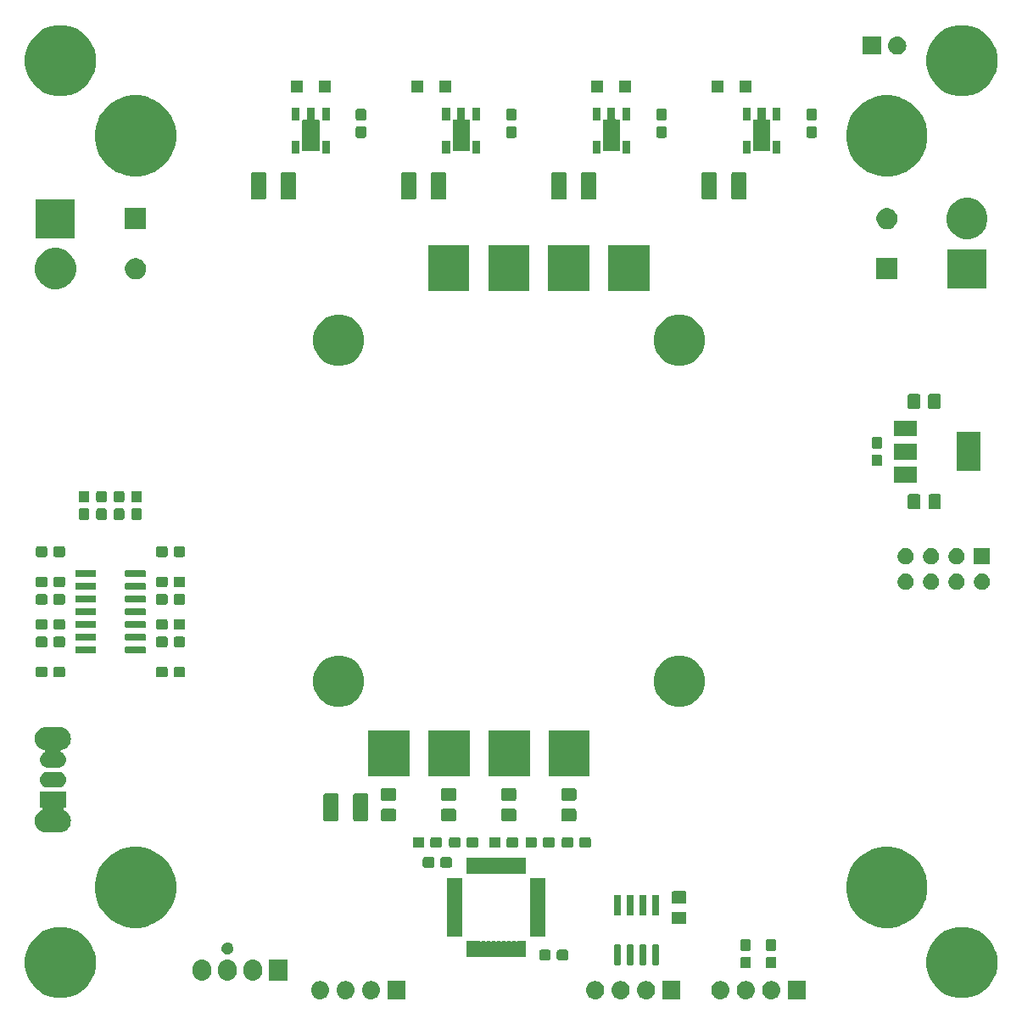
<source format=gbs>
G04 #@! TF.GenerationSoftware,KiCad,Pcbnew,(5.1.4)-1*
G04 #@! TF.CreationDate,2019-10-31T11:31:03+01:00*
G04 #@! TF.ProjectId,LED_Strahler,4c45445f-5374-4726-9168-6c65722e6b69,rev?*
G04 #@! TF.SameCoordinates,Original*
G04 #@! TF.FileFunction,Soldermask,Bot*
G04 #@! TF.FilePolarity,Negative*
%FSLAX46Y46*%
G04 Gerber Fmt 4.6, Leading zero omitted, Abs format (unit mm)*
G04 Created by KiCad (PCBNEW (5.1.4)-1) date 2019-10-31 11:31:03*
%MOMM*%
%LPD*%
G04 APERTURE LIST*
%ADD10C,0.100000*%
G04 APERTURE END LIST*
D10*
G36*
X158490442Y-146855518D02*
G01*
X158556627Y-146862037D01*
X158726466Y-146913557D01*
X158882991Y-146997222D01*
X158918729Y-147026552D01*
X159020186Y-147109814D01*
X159103448Y-147211271D01*
X159132778Y-147247009D01*
X159216443Y-147403534D01*
X159267963Y-147573373D01*
X159285359Y-147750000D01*
X159267963Y-147926627D01*
X159216443Y-148096466D01*
X159132778Y-148252991D01*
X159103448Y-148288729D01*
X159020186Y-148390186D01*
X158918729Y-148473448D01*
X158882991Y-148502778D01*
X158726466Y-148586443D01*
X158556627Y-148637963D01*
X158490443Y-148644481D01*
X158424260Y-148651000D01*
X158335740Y-148651000D01*
X158269557Y-148644481D01*
X158203373Y-148637963D01*
X158033534Y-148586443D01*
X157877009Y-148502778D01*
X157841271Y-148473448D01*
X157739814Y-148390186D01*
X157656552Y-148288729D01*
X157627222Y-148252991D01*
X157543557Y-148096466D01*
X157492037Y-147926627D01*
X157474641Y-147750000D01*
X157492037Y-147573373D01*
X157543557Y-147403534D01*
X157627222Y-147247009D01*
X157656552Y-147211271D01*
X157739814Y-147109814D01*
X157841271Y-147026552D01*
X157877009Y-146997222D01*
X158033534Y-146913557D01*
X158203373Y-146862037D01*
X158269558Y-146855518D01*
X158335740Y-146849000D01*
X158424260Y-146849000D01*
X158490442Y-146855518D01*
X158490442Y-146855518D01*
G37*
G36*
X161030442Y-146855518D02*
G01*
X161096627Y-146862037D01*
X161266466Y-146913557D01*
X161422991Y-146997222D01*
X161458729Y-147026552D01*
X161560186Y-147109814D01*
X161643448Y-147211271D01*
X161672778Y-147247009D01*
X161756443Y-147403534D01*
X161807963Y-147573373D01*
X161825359Y-147750000D01*
X161807963Y-147926627D01*
X161756443Y-148096466D01*
X161672778Y-148252991D01*
X161643448Y-148288729D01*
X161560186Y-148390186D01*
X161458729Y-148473448D01*
X161422991Y-148502778D01*
X161266466Y-148586443D01*
X161096627Y-148637963D01*
X161030443Y-148644481D01*
X160964260Y-148651000D01*
X160875740Y-148651000D01*
X160809557Y-148644481D01*
X160743373Y-148637963D01*
X160573534Y-148586443D01*
X160417009Y-148502778D01*
X160381271Y-148473448D01*
X160279814Y-148390186D01*
X160196552Y-148288729D01*
X160167222Y-148252991D01*
X160083557Y-148096466D01*
X160032037Y-147926627D01*
X160014641Y-147750000D01*
X160032037Y-147573373D01*
X160083557Y-147403534D01*
X160167222Y-147247009D01*
X160196552Y-147211271D01*
X160279814Y-147109814D01*
X160381271Y-147026552D01*
X160417009Y-146997222D01*
X160573534Y-146913557D01*
X160743373Y-146862037D01*
X160809558Y-146855518D01*
X160875740Y-146849000D01*
X160964260Y-146849000D01*
X161030442Y-146855518D01*
X161030442Y-146855518D01*
G37*
G36*
X163570442Y-146855518D02*
G01*
X163636627Y-146862037D01*
X163806466Y-146913557D01*
X163962991Y-146997222D01*
X163998729Y-147026552D01*
X164100186Y-147109814D01*
X164183448Y-147211271D01*
X164212778Y-147247009D01*
X164296443Y-147403534D01*
X164347963Y-147573373D01*
X164365359Y-147750000D01*
X164347963Y-147926627D01*
X164296443Y-148096466D01*
X164212778Y-148252991D01*
X164183448Y-148288729D01*
X164100186Y-148390186D01*
X163998729Y-148473448D01*
X163962991Y-148502778D01*
X163806466Y-148586443D01*
X163636627Y-148637963D01*
X163570443Y-148644481D01*
X163504260Y-148651000D01*
X163415740Y-148651000D01*
X163349557Y-148644481D01*
X163283373Y-148637963D01*
X163113534Y-148586443D01*
X162957009Y-148502778D01*
X162921271Y-148473448D01*
X162819814Y-148390186D01*
X162736552Y-148288729D01*
X162707222Y-148252991D01*
X162623557Y-148096466D01*
X162572037Y-147926627D01*
X162554641Y-147750000D01*
X162572037Y-147573373D01*
X162623557Y-147403534D01*
X162707222Y-147247009D01*
X162736552Y-147211271D01*
X162819814Y-147109814D01*
X162921271Y-147026552D01*
X162957009Y-146997222D01*
X163113534Y-146913557D01*
X163283373Y-146862037D01*
X163349558Y-146855518D01*
X163415740Y-146849000D01*
X163504260Y-146849000D01*
X163570442Y-146855518D01*
X163570442Y-146855518D01*
G37*
G36*
X166901000Y-148651000D02*
G01*
X165099000Y-148651000D01*
X165099000Y-146849000D01*
X166901000Y-146849000D01*
X166901000Y-148651000D01*
X166901000Y-148651000D01*
G37*
G36*
X170990442Y-146855518D02*
G01*
X171056627Y-146862037D01*
X171226466Y-146913557D01*
X171382991Y-146997222D01*
X171418729Y-147026552D01*
X171520186Y-147109814D01*
X171603448Y-147211271D01*
X171632778Y-147247009D01*
X171716443Y-147403534D01*
X171767963Y-147573373D01*
X171785359Y-147750000D01*
X171767963Y-147926627D01*
X171716443Y-148096466D01*
X171632778Y-148252991D01*
X171603448Y-148288729D01*
X171520186Y-148390186D01*
X171418729Y-148473448D01*
X171382991Y-148502778D01*
X171226466Y-148586443D01*
X171056627Y-148637963D01*
X170990443Y-148644481D01*
X170924260Y-148651000D01*
X170835740Y-148651000D01*
X170769557Y-148644481D01*
X170703373Y-148637963D01*
X170533534Y-148586443D01*
X170377009Y-148502778D01*
X170341271Y-148473448D01*
X170239814Y-148390186D01*
X170156552Y-148288729D01*
X170127222Y-148252991D01*
X170043557Y-148096466D01*
X169992037Y-147926627D01*
X169974641Y-147750000D01*
X169992037Y-147573373D01*
X170043557Y-147403534D01*
X170127222Y-147247009D01*
X170156552Y-147211271D01*
X170239814Y-147109814D01*
X170341271Y-147026552D01*
X170377009Y-146997222D01*
X170533534Y-146913557D01*
X170703373Y-146862037D01*
X170769558Y-146855518D01*
X170835740Y-146849000D01*
X170924260Y-146849000D01*
X170990442Y-146855518D01*
X170990442Y-146855518D01*
G37*
G36*
X173530442Y-146855518D02*
G01*
X173596627Y-146862037D01*
X173766466Y-146913557D01*
X173922991Y-146997222D01*
X173958729Y-147026552D01*
X174060186Y-147109814D01*
X174143448Y-147211271D01*
X174172778Y-147247009D01*
X174256443Y-147403534D01*
X174307963Y-147573373D01*
X174325359Y-147750000D01*
X174307963Y-147926627D01*
X174256443Y-148096466D01*
X174172778Y-148252991D01*
X174143448Y-148288729D01*
X174060186Y-148390186D01*
X173958729Y-148473448D01*
X173922991Y-148502778D01*
X173766466Y-148586443D01*
X173596627Y-148637963D01*
X173530443Y-148644481D01*
X173464260Y-148651000D01*
X173375740Y-148651000D01*
X173309557Y-148644481D01*
X173243373Y-148637963D01*
X173073534Y-148586443D01*
X172917009Y-148502778D01*
X172881271Y-148473448D01*
X172779814Y-148390186D01*
X172696552Y-148288729D01*
X172667222Y-148252991D01*
X172583557Y-148096466D01*
X172532037Y-147926627D01*
X172514641Y-147750000D01*
X172532037Y-147573373D01*
X172583557Y-147403534D01*
X172667222Y-147247009D01*
X172696552Y-147211271D01*
X172779814Y-147109814D01*
X172881271Y-147026552D01*
X172917009Y-146997222D01*
X173073534Y-146913557D01*
X173243373Y-146862037D01*
X173309558Y-146855518D01*
X173375740Y-146849000D01*
X173464260Y-146849000D01*
X173530442Y-146855518D01*
X173530442Y-146855518D01*
G37*
G36*
X179401000Y-148651000D02*
G01*
X177599000Y-148651000D01*
X177599000Y-146849000D01*
X179401000Y-146849000D01*
X179401000Y-148651000D01*
X179401000Y-148651000D01*
G37*
G36*
X131030442Y-146855518D02*
G01*
X131096627Y-146862037D01*
X131266466Y-146913557D01*
X131422991Y-146997222D01*
X131458729Y-147026552D01*
X131560186Y-147109814D01*
X131643448Y-147211271D01*
X131672778Y-147247009D01*
X131756443Y-147403534D01*
X131807963Y-147573373D01*
X131825359Y-147750000D01*
X131807963Y-147926627D01*
X131756443Y-148096466D01*
X131672778Y-148252991D01*
X131643448Y-148288729D01*
X131560186Y-148390186D01*
X131458729Y-148473448D01*
X131422991Y-148502778D01*
X131266466Y-148586443D01*
X131096627Y-148637963D01*
X131030443Y-148644481D01*
X130964260Y-148651000D01*
X130875740Y-148651000D01*
X130809557Y-148644481D01*
X130743373Y-148637963D01*
X130573534Y-148586443D01*
X130417009Y-148502778D01*
X130381271Y-148473448D01*
X130279814Y-148390186D01*
X130196552Y-148288729D01*
X130167222Y-148252991D01*
X130083557Y-148096466D01*
X130032037Y-147926627D01*
X130014641Y-147750000D01*
X130032037Y-147573373D01*
X130083557Y-147403534D01*
X130167222Y-147247009D01*
X130196552Y-147211271D01*
X130279814Y-147109814D01*
X130381271Y-147026552D01*
X130417009Y-146997222D01*
X130573534Y-146913557D01*
X130743373Y-146862037D01*
X130809558Y-146855518D01*
X130875740Y-146849000D01*
X130964260Y-146849000D01*
X131030442Y-146855518D01*
X131030442Y-146855518D01*
G37*
G36*
X133570442Y-146855518D02*
G01*
X133636627Y-146862037D01*
X133806466Y-146913557D01*
X133962991Y-146997222D01*
X133998729Y-147026552D01*
X134100186Y-147109814D01*
X134183448Y-147211271D01*
X134212778Y-147247009D01*
X134296443Y-147403534D01*
X134347963Y-147573373D01*
X134365359Y-147750000D01*
X134347963Y-147926627D01*
X134296443Y-148096466D01*
X134212778Y-148252991D01*
X134183448Y-148288729D01*
X134100186Y-148390186D01*
X133998729Y-148473448D01*
X133962991Y-148502778D01*
X133806466Y-148586443D01*
X133636627Y-148637963D01*
X133570443Y-148644481D01*
X133504260Y-148651000D01*
X133415740Y-148651000D01*
X133349557Y-148644481D01*
X133283373Y-148637963D01*
X133113534Y-148586443D01*
X132957009Y-148502778D01*
X132921271Y-148473448D01*
X132819814Y-148390186D01*
X132736552Y-148288729D01*
X132707222Y-148252991D01*
X132623557Y-148096466D01*
X132572037Y-147926627D01*
X132554641Y-147750000D01*
X132572037Y-147573373D01*
X132623557Y-147403534D01*
X132707222Y-147247009D01*
X132736552Y-147211271D01*
X132819814Y-147109814D01*
X132921271Y-147026552D01*
X132957009Y-146997222D01*
X133113534Y-146913557D01*
X133283373Y-146862037D01*
X133349558Y-146855518D01*
X133415740Y-146849000D01*
X133504260Y-146849000D01*
X133570442Y-146855518D01*
X133570442Y-146855518D01*
G37*
G36*
X136110442Y-146855518D02*
G01*
X136176627Y-146862037D01*
X136346466Y-146913557D01*
X136502991Y-146997222D01*
X136538729Y-147026552D01*
X136640186Y-147109814D01*
X136723448Y-147211271D01*
X136752778Y-147247009D01*
X136836443Y-147403534D01*
X136887963Y-147573373D01*
X136905359Y-147750000D01*
X136887963Y-147926627D01*
X136836443Y-148096466D01*
X136752778Y-148252991D01*
X136723448Y-148288729D01*
X136640186Y-148390186D01*
X136538729Y-148473448D01*
X136502991Y-148502778D01*
X136346466Y-148586443D01*
X136176627Y-148637963D01*
X136110443Y-148644481D01*
X136044260Y-148651000D01*
X135955740Y-148651000D01*
X135889557Y-148644481D01*
X135823373Y-148637963D01*
X135653534Y-148586443D01*
X135497009Y-148502778D01*
X135461271Y-148473448D01*
X135359814Y-148390186D01*
X135276552Y-148288729D01*
X135247222Y-148252991D01*
X135163557Y-148096466D01*
X135112037Y-147926627D01*
X135094641Y-147750000D01*
X135112037Y-147573373D01*
X135163557Y-147403534D01*
X135247222Y-147247009D01*
X135276552Y-147211271D01*
X135359814Y-147109814D01*
X135461271Y-147026552D01*
X135497009Y-146997222D01*
X135653534Y-146913557D01*
X135823373Y-146862037D01*
X135889558Y-146855518D01*
X135955740Y-146849000D01*
X136044260Y-146849000D01*
X136110442Y-146855518D01*
X136110442Y-146855518D01*
G37*
G36*
X139441000Y-148651000D02*
G01*
X137639000Y-148651000D01*
X137639000Y-146849000D01*
X139441000Y-146849000D01*
X139441000Y-148651000D01*
X139441000Y-148651000D01*
G37*
G36*
X176070442Y-146855518D02*
G01*
X176136627Y-146862037D01*
X176306466Y-146913557D01*
X176462991Y-146997222D01*
X176498729Y-147026552D01*
X176600186Y-147109814D01*
X176683448Y-147211271D01*
X176712778Y-147247009D01*
X176796443Y-147403534D01*
X176847963Y-147573373D01*
X176865359Y-147750000D01*
X176847963Y-147926627D01*
X176796443Y-148096466D01*
X176712778Y-148252991D01*
X176683448Y-148288729D01*
X176600186Y-148390186D01*
X176498729Y-148473448D01*
X176462991Y-148502778D01*
X176306466Y-148586443D01*
X176136627Y-148637963D01*
X176070443Y-148644481D01*
X176004260Y-148651000D01*
X175915740Y-148651000D01*
X175849557Y-148644481D01*
X175783373Y-148637963D01*
X175613534Y-148586443D01*
X175457009Y-148502778D01*
X175421271Y-148473448D01*
X175319814Y-148390186D01*
X175236552Y-148288729D01*
X175207222Y-148252991D01*
X175123557Y-148096466D01*
X175072037Y-147926627D01*
X175054641Y-147750000D01*
X175072037Y-147573373D01*
X175123557Y-147403534D01*
X175207222Y-147247009D01*
X175236552Y-147211271D01*
X175319814Y-147109814D01*
X175421271Y-147026552D01*
X175457009Y-146997222D01*
X175613534Y-146913557D01*
X175783373Y-146862037D01*
X175849558Y-146855518D01*
X175915740Y-146849000D01*
X176004260Y-146849000D01*
X176070442Y-146855518D01*
X176070442Y-146855518D01*
G37*
G36*
X106035787Y-141585462D02*
G01*
X106143053Y-141629893D01*
X106682029Y-141853144D01*
X107263631Y-142241758D01*
X107758242Y-142736369D01*
X108146856Y-143317971D01*
X108321591Y-143739820D01*
X108414538Y-143964213D01*
X108551000Y-144650256D01*
X108551000Y-145349744D01*
X108414538Y-146035787D01*
X108414537Y-146035789D01*
X108146856Y-146682029D01*
X107758242Y-147263631D01*
X107263631Y-147758242D01*
X106682029Y-148146856D01*
X106425796Y-148252991D01*
X106035787Y-148414538D01*
X105349744Y-148551000D01*
X104650256Y-148551000D01*
X103964213Y-148414538D01*
X103574204Y-148252991D01*
X103317971Y-148146856D01*
X102736369Y-147758242D01*
X102241758Y-147263631D01*
X101853144Y-146682029D01*
X101585463Y-146035789D01*
X101585462Y-146035787D01*
X101449000Y-145349744D01*
X101449000Y-144650256D01*
X101585462Y-143964213D01*
X101678409Y-143739820D01*
X101853144Y-143317971D01*
X102241758Y-142736369D01*
X102736369Y-142241758D01*
X103317971Y-141853144D01*
X103856947Y-141629893D01*
X103964213Y-141585462D01*
X104650256Y-141449000D01*
X105349744Y-141449000D01*
X106035787Y-141585462D01*
X106035787Y-141585462D01*
G37*
G36*
X196035787Y-141585462D02*
G01*
X196143053Y-141629893D01*
X196682029Y-141853144D01*
X197263631Y-142241758D01*
X197758242Y-142736369D01*
X198146856Y-143317971D01*
X198321591Y-143739820D01*
X198414538Y-143964213D01*
X198551000Y-144650256D01*
X198551000Y-145349744D01*
X198414538Y-146035787D01*
X198414537Y-146035789D01*
X198146856Y-146682029D01*
X197758242Y-147263631D01*
X197263631Y-147758242D01*
X196682029Y-148146856D01*
X196425796Y-148252991D01*
X196035787Y-148414538D01*
X195349744Y-148551000D01*
X194650256Y-148551000D01*
X193964213Y-148414538D01*
X193574204Y-148252991D01*
X193317971Y-148146856D01*
X192736369Y-147758242D01*
X192241758Y-147263631D01*
X191853144Y-146682029D01*
X191585463Y-146035789D01*
X191585462Y-146035787D01*
X191449000Y-145349744D01*
X191449000Y-144650256D01*
X191585462Y-143964213D01*
X191678409Y-143739820D01*
X191853144Y-143317971D01*
X192241758Y-142736369D01*
X192736369Y-142241758D01*
X193317971Y-141853144D01*
X193856947Y-141629893D01*
X193964213Y-141585462D01*
X194650256Y-141449000D01*
X195349744Y-141449000D01*
X196035787Y-141585462D01*
X196035787Y-141585462D01*
G37*
G36*
X119293467Y-144695668D02*
G01*
X119309567Y-144697254D01*
X119482233Y-144749632D01*
X119641364Y-144834689D01*
X119780844Y-144949156D01*
X119895311Y-145088635D01*
X119980368Y-145247766D01*
X120032746Y-145420433D01*
X120046000Y-145555002D01*
X120046000Y-145944997D01*
X120037058Y-146035787D01*
X120032746Y-146079567D01*
X120015287Y-146137122D01*
X119980368Y-146252234D01*
X119895311Y-146411365D01*
X119780844Y-146550844D01*
X119641365Y-146665311D01*
X119482234Y-146750368D01*
X119309568Y-146802746D01*
X119293468Y-146804332D01*
X119130000Y-146820432D01*
X118966533Y-146804332D01*
X118950433Y-146802746D01*
X118777767Y-146750368D01*
X118618636Y-146665311D01*
X118479157Y-146550844D01*
X118364689Y-146411365D01*
X118279632Y-146252234D01*
X118227254Y-146079567D01*
X118214000Y-145944998D01*
X118214000Y-145555003D01*
X118227254Y-145420434D01*
X118227255Y-145420432D01*
X118259844Y-145313000D01*
X118279632Y-145247767D01*
X118364689Y-145088636D01*
X118479156Y-144949156D01*
X118618635Y-144834689D01*
X118777766Y-144749632D01*
X118950432Y-144697254D01*
X118966532Y-144695668D01*
X119130000Y-144679568D01*
X119293467Y-144695668D01*
X119293467Y-144695668D01*
G37*
G36*
X121833467Y-144695668D02*
G01*
X121849567Y-144697254D01*
X122022233Y-144749632D01*
X122181364Y-144834689D01*
X122320844Y-144949156D01*
X122435311Y-145088635D01*
X122520368Y-145247766D01*
X122572746Y-145420433D01*
X122586000Y-145555002D01*
X122586000Y-145944997D01*
X122577058Y-146035787D01*
X122572746Y-146079567D01*
X122555287Y-146137122D01*
X122520368Y-146252234D01*
X122435311Y-146411365D01*
X122320844Y-146550844D01*
X122181365Y-146665311D01*
X122022234Y-146750368D01*
X121849568Y-146802746D01*
X121833468Y-146804332D01*
X121670000Y-146820432D01*
X121506533Y-146804332D01*
X121490433Y-146802746D01*
X121317767Y-146750368D01*
X121158636Y-146665311D01*
X121019157Y-146550844D01*
X120904689Y-146411365D01*
X120819632Y-146252234D01*
X120767254Y-146079567D01*
X120754000Y-145944998D01*
X120754000Y-145555003D01*
X120767254Y-145420434D01*
X120767255Y-145420432D01*
X120799844Y-145313000D01*
X120819632Y-145247767D01*
X120904689Y-145088636D01*
X121019156Y-144949156D01*
X121158635Y-144834689D01*
X121317766Y-144749632D01*
X121490432Y-144697254D01*
X121506532Y-144695668D01*
X121670000Y-144679568D01*
X121833467Y-144695668D01*
X121833467Y-144695668D01*
G37*
G36*
X124373467Y-144695668D02*
G01*
X124389567Y-144697254D01*
X124562233Y-144749632D01*
X124721364Y-144834689D01*
X124860844Y-144949156D01*
X124975311Y-145088635D01*
X125060368Y-145247766D01*
X125112746Y-145420433D01*
X125126000Y-145555002D01*
X125126000Y-145944997D01*
X125117058Y-146035787D01*
X125112746Y-146079567D01*
X125095287Y-146137122D01*
X125060368Y-146252234D01*
X124975311Y-146411365D01*
X124860844Y-146550844D01*
X124721365Y-146665311D01*
X124562234Y-146750368D01*
X124389568Y-146802746D01*
X124373468Y-146804332D01*
X124210000Y-146820432D01*
X124046533Y-146804332D01*
X124030433Y-146802746D01*
X123857767Y-146750368D01*
X123698636Y-146665311D01*
X123559157Y-146550844D01*
X123444689Y-146411365D01*
X123359632Y-146252234D01*
X123307254Y-146079567D01*
X123294000Y-145944998D01*
X123294000Y-145555003D01*
X123307254Y-145420434D01*
X123307255Y-145420432D01*
X123339844Y-145313000D01*
X123359632Y-145247767D01*
X123444689Y-145088636D01*
X123559156Y-144949156D01*
X123698635Y-144834689D01*
X123857766Y-144749632D01*
X124030432Y-144697254D01*
X124046532Y-144695668D01*
X124210000Y-144679568D01*
X124373467Y-144695668D01*
X124373467Y-144695668D01*
G37*
G36*
X127666000Y-146816000D02*
G01*
X125834000Y-146816000D01*
X125834000Y-144684000D01*
X127666000Y-144684000D01*
X127666000Y-146816000D01*
X127666000Y-146816000D01*
G37*
G36*
X173764499Y-144428445D02*
G01*
X173801995Y-144439820D01*
X173836554Y-144458292D01*
X173866847Y-144483153D01*
X173891708Y-144513446D01*
X173910180Y-144548005D01*
X173921555Y-144585501D01*
X173926000Y-144630638D01*
X173926000Y-145369362D01*
X173921555Y-145414499D01*
X173910180Y-145451995D01*
X173891708Y-145486554D01*
X173866847Y-145516847D01*
X173836554Y-145541708D01*
X173801995Y-145560180D01*
X173764499Y-145571555D01*
X173719362Y-145576000D01*
X173080638Y-145576000D01*
X173035501Y-145571555D01*
X172998005Y-145560180D01*
X172963446Y-145541708D01*
X172933153Y-145516847D01*
X172908292Y-145486554D01*
X172889820Y-145451995D01*
X172878445Y-145414499D01*
X172874000Y-145369362D01*
X172874000Y-144630638D01*
X172878445Y-144585501D01*
X172889820Y-144548005D01*
X172908292Y-144513446D01*
X172933153Y-144483153D01*
X172963446Y-144458292D01*
X172998005Y-144439820D01*
X173035501Y-144428445D01*
X173080638Y-144424000D01*
X173719362Y-144424000D01*
X173764499Y-144428445D01*
X173764499Y-144428445D01*
G37*
G36*
X176314499Y-144428445D02*
G01*
X176351995Y-144439820D01*
X176386554Y-144458292D01*
X176416847Y-144483153D01*
X176441708Y-144513446D01*
X176460180Y-144548005D01*
X176471555Y-144585501D01*
X176476000Y-144630638D01*
X176476000Y-145369362D01*
X176471555Y-145414499D01*
X176460180Y-145451995D01*
X176441708Y-145486554D01*
X176416847Y-145516847D01*
X176386554Y-145541708D01*
X176351995Y-145560180D01*
X176314499Y-145571555D01*
X176269362Y-145576000D01*
X175630638Y-145576000D01*
X175585501Y-145571555D01*
X175548005Y-145560180D01*
X175513446Y-145541708D01*
X175483153Y-145516847D01*
X175458292Y-145486554D01*
X175439820Y-145451995D01*
X175428445Y-145414499D01*
X175424000Y-145369362D01*
X175424000Y-144630638D01*
X175428445Y-144585501D01*
X175439820Y-144548005D01*
X175458292Y-144513446D01*
X175483153Y-144483153D01*
X175513446Y-144458292D01*
X175548005Y-144439820D01*
X175585501Y-144428445D01*
X175630638Y-144424000D01*
X176269362Y-144424000D01*
X176314499Y-144428445D01*
X176314499Y-144428445D01*
G37*
G36*
X162124928Y-143201764D02*
G01*
X162146009Y-143208160D01*
X162165445Y-143218548D01*
X162182476Y-143232524D01*
X162196452Y-143249555D01*
X162206840Y-143268991D01*
X162213236Y-143290072D01*
X162216000Y-143318140D01*
X162216000Y-145131860D01*
X162213236Y-145159928D01*
X162206840Y-145181009D01*
X162196452Y-145200445D01*
X162182476Y-145217476D01*
X162165445Y-145231452D01*
X162146009Y-145241840D01*
X162124928Y-145248236D01*
X162096860Y-145251000D01*
X161633140Y-145251000D01*
X161605072Y-145248236D01*
X161583991Y-145241840D01*
X161564555Y-145231452D01*
X161547524Y-145217476D01*
X161533548Y-145200445D01*
X161523160Y-145181009D01*
X161516764Y-145159928D01*
X161514000Y-145131860D01*
X161514000Y-143318140D01*
X161516764Y-143290072D01*
X161523160Y-143268991D01*
X161533548Y-143249555D01*
X161547524Y-143232524D01*
X161564555Y-143218548D01*
X161583991Y-143208160D01*
X161605072Y-143201764D01*
X161633140Y-143199000D01*
X162096860Y-143199000D01*
X162124928Y-143201764D01*
X162124928Y-143201764D01*
G37*
G36*
X163394928Y-143201764D02*
G01*
X163416009Y-143208160D01*
X163435445Y-143218548D01*
X163452476Y-143232524D01*
X163466452Y-143249555D01*
X163476840Y-143268991D01*
X163483236Y-143290072D01*
X163486000Y-143318140D01*
X163486000Y-145131860D01*
X163483236Y-145159928D01*
X163476840Y-145181009D01*
X163466452Y-145200445D01*
X163452476Y-145217476D01*
X163435445Y-145231452D01*
X163416009Y-145241840D01*
X163394928Y-145248236D01*
X163366860Y-145251000D01*
X162903140Y-145251000D01*
X162875072Y-145248236D01*
X162853991Y-145241840D01*
X162834555Y-145231452D01*
X162817524Y-145217476D01*
X162803548Y-145200445D01*
X162793160Y-145181009D01*
X162786764Y-145159928D01*
X162784000Y-145131860D01*
X162784000Y-143318140D01*
X162786764Y-143290072D01*
X162793160Y-143268991D01*
X162803548Y-143249555D01*
X162817524Y-143232524D01*
X162834555Y-143218548D01*
X162853991Y-143208160D01*
X162875072Y-143201764D01*
X162903140Y-143199000D01*
X163366860Y-143199000D01*
X163394928Y-143201764D01*
X163394928Y-143201764D01*
G37*
G36*
X164664928Y-143201764D02*
G01*
X164686009Y-143208160D01*
X164705445Y-143218548D01*
X164722476Y-143232524D01*
X164736452Y-143249555D01*
X164746840Y-143268991D01*
X164753236Y-143290072D01*
X164756000Y-143318140D01*
X164756000Y-145131860D01*
X164753236Y-145159928D01*
X164746840Y-145181009D01*
X164736452Y-145200445D01*
X164722476Y-145217476D01*
X164705445Y-145231452D01*
X164686009Y-145241840D01*
X164664928Y-145248236D01*
X164636860Y-145251000D01*
X164173140Y-145251000D01*
X164145072Y-145248236D01*
X164123991Y-145241840D01*
X164104555Y-145231452D01*
X164087524Y-145217476D01*
X164073548Y-145200445D01*
X164063160Y-145181009D01*
X164056764Y-145159928D01*
X164054000Y-145131860D01*
X164054000Y-143318140D01*
X164056764Y-143290072D01*
X164063160Y-143268991D01*
X164073548Y-143249555D01*
X164087524Y-143232524D01*
X164104555Y-143218548D01*
X164123991Y-143208160D01*
X164145072Y-143201764D01*
X164173140Y-143199000D01*
X164636860Y-143199000D01*
X164664928Y-143201764D01*
X164664928Y-143201764D01*
G37*
G36*
X160854928Y-143201764D02*
G01*
X160876009Y-143208160D01*
X160895445Y-143218548D01*
X160912476Y-143232524D01*
X160926452Y-143249555D01*
X160936840Y-143268991D01*
X160943236Y-143290072D01*
X160946000Y-143318140D01*
X160946000Y-145131860D01*
X160943236Y-145159928D01*
X160936840Y-145181009D01*
X160926452Y-145200445D01*
X160912476Y-145217476D01*
X160895445Y-145231452D01*
X160876009Y-145241840D01*
X160854928Y-145248236D01*
X160826860Y-145251000D01*
X160363140Y-145251000D01*
X160335072Y-145248236D01*
X160313991Y-145241840D01*
X160294555Y-145231452D01*
X160277524Y-145217476D01*
X160263548Y-145200445D01*
X160253160Y-145181009D01*
X160246764Y-145159928D01*
X160244000Y-145131860D01*
X160244000Y-143318140D01*
X160246764Y-143290072D01*
X160253160Y-143268991D01*
X160263548Y-143249555D01*
X160277524Y-143232524D01*
X160294555Y-143218548D01*
X160313991Y-143208160D01*
X160335072Y-143201764D01*
X160363140Y-143199000D01*
X160826860Y-143199000D01*
X160854928Y-143201764D01*
X160854928Y-143201764D01*
G37*
G36*
X155539499Y-143728445D02*
G01*
X155576995Y-143739820D01*
X155611554Y-143758292D01*
X155641847Y-143783153D01*
X155666708Y-143813446D01*
X155685180Y-143848005D01*
X155696555Y-143885501D01*
X155701000Y-143930638D01*
X155701000Y-144569362D01*
X155696555Y-144614499D01*
X155685180Y-144651995D01*
X155666708Y-144686554D01*
X155641847Y-144716847D01*
X155611554Y-144741708D01*
X155576995Y-144760180D01*
X155539499Y-144771555D01*
X155494362Y-144776000D01*
X154755638Y-144776000D01*
X154710501Y-144771555D01*
X154673005Y-144760180D01*
X154638446Y-144741708D01*
X154608153Y-144716847D01*
X154583292Y-144686554D01*
X154564820Y-144651995D01*
X154553445Y-144614499D01*
X154549000Y-144569362D01*
X154549000Y-143930638D01*
X154553445Y-143885501D01*
X154564820Y-143848005D01*
X154583292Y-143813446D01*
X154608153Y-143783153D01*
X154638446Y-143758292D01*
X154673005Y-143739820D01*
X154710501Y-143728445D01*
X154755638Y-143724000D01*
X155494362Y-143724000D01*
X155539499Y-143728445D01*
X155539499Y-143728445D01*
G37*
G36*
X153789499Y-143728445D02*
G01*
X153826995Y-143739820D01*
X153861554Y-143758292D01*
X153891847Y-143783153D01*
X153916708Y-143813446D01*
X153935180Y-143848005D01*
X153946555Y-143885501D01*
X153951000Y-143930638D01*
X153951000Y-144569362D01*
X153946555Y-144614499D01*
X153935180Y-144651995D01*
X153916708Y-144686554D01*
X153891847Y-144716847D01*
X153861554Y-144741708D01*
X153826995Y-144760180D01*
X153789499Y-144771555D01*
X153744362Y-144776000D01*
X153005638Y-144776000D01*
X152960501Y-144771555D01*
X152923005Y-144760180D01*
X152888446Y-144741708D01*
X152858153Y-144716847D01*
X152833292Y-144686554D01*
X152814820Y-144651995D01*
X152803445Y-144614499D01*
X152799000Y-144569362D01*
X152799000Y-143930638D01*
X152803445Y-143885501D01*
X152814820Y-143848005D01*
X152833292Y-143813446D01*
X152858153Y-143783153D01*
X152888446Y-143758292D01*
X152923005Y-143739820D01*
X152960501Y-143728445D01*
X153005638Y-143724000D01*
X153744362Y-143724000D01*
X153789499Y-143728445D01*
X153789499Y-143728445D01*
G37*
G36*
X145920295Y-142875323D02*
G01*
X145927309Y-142877451D01*
X145941077Y-142884810D01*
X145963716Y-142894187D01*
X145987749Y-142898967D01*
X146012253Y-142898967D01*
X146036286Y-142894186D01*
X146058923Y-142884810D01*
X146072691Y-142877451D01*
X146079705Y-142875323D01*
X146093140Y-142874000D01*
X146406860Y-142874000D01*
X146420295Y-142875323D01*
X146427309Y-142877451D01*
X146441077Y-142884810D01*
X146463716Y-142894187D01*
X146487749Y-142898967D01*
X146512253Y-142898967D01*
X146536286Y-142894186D01*
X146558923Y-142884810D01*
X146572691Y-142877451D01*
X146579705Y-142875323D01*
X146593140Y-142874000D01*
X146906860Y-142874000D01*
X146920295Y-142875323D01*
X146927309Y-142877451D01*
X146941077Y-142884810D01*
X146963716Y-142894187D01*
X146987749Y-142898967D01*
X147012253Y-142898967D01*
X147036286Y-142894186D01*
X147058923Y-142884810D01*
X147072691Y-142877451D01*
X147079705Y-142875323D01*
X147093140Y-142874000D01*
X147406860Y-142874000D01*
X147420295Y-142875323D01*
X147427309Y-142877451D01*
X147441077Y-142884810D01*
X147463716Y-142894187D01*
X147487749Y-142898967D01*
X147512253Y-142898967D01*
X147536286Y-142894186D01*
X147558923Y-142884810D01*
X147572691Y-142877451D01*
X147579705Y-142875323D01*
X147593140Y-142874000D01*
X147906860Y-142874000D01*
X147920295Y-142875323D01*
X147927309Y-142877451D01*
X147941077Y-142884810D01*
X147963716Y-142894187D01*
X147987749Y-142898967D01*
X148012253Y-142898967D01*
X148036286Y-142894186D01*
X148058923Y-142884810D01*
X148072691Y-142877451D01*
X148079705Y-142875323D01*
X148093140Y-142874000D01*
X148406860Y-142874000D01*
X148420295Y-142875323D01*
X148427309Y-142877451D01*
X148441077Y-142884810D01*
X148463716Y-142894187D01*
X148487749Y-142898967D01*
X148512253Y-142898967D01*
X148536286Y-142894186D01*
X148558923Y-142884810D01*
X148572691Y-142877451D01*
X148579705Y-142875323D01*
X148593140Y-142874000D01*
X148906860Y-142874000D01*
X148920295Y-142875323D01*
X148927309Y-142877451D01*
X148941077Y-142884810D01*
X148963716Y-142894187D01*
X148987749Y-142898967D01*
X149012253Y-142898967D01*
X149036286Y-142894186D01*
X149058923Y-142884810D01*
X149072691Y-142877451D01*
X149079705Y-142875323D01*
X149093140Y-142874000D01*
X149406860Y-142874000D01*
X149420295Y-142875323D01*
X149427309Y-142877451D01*
X149441077Y-142884810D01*
X149463716Y-142894187D01*
X149487749Y-142898967D01*
X149512253Y-142898967D01*
X149536286Y-142894186D01*
X149558923Y-142884810D01*
X149572691Y-142877451D01*
X149579705Y-142875323D01*
X149593140Y-142874000D01*
X149906860Y-142874000D01*
X149920295Y-142875323D01*
X149927309Y-142877451D01*
X149941077Y-142884810D01*
X149963716Y-142894187D01*
X149987749Y-142898967D01*
X150012253Y-142898967D01*
X150036286Y-142894186D01*
X150058923Y-142884810D01*
X150072691Y-142877451D01*
X150079705Y-142875323D01*
X150093140Y-142874000D01*
X150406860Y-142874000D01*
X150420295Y-142875323D01*
X150427309Y-142877451D01*
X150441077Y-142884810D01*
X150463716Y-142894187D01*
X150487749Y-142898967D01*
X150512253Y-142898967D01*
X150536286Y-142894186D01*
X150558923Y-142884810D01*
X150572691Y-142877451D01*
X150579705Y-142875323D01*
X150593140Y-142874000D01*
X150906860Y-142874000D01*
X150920295Y-142875323D01*
X150927309Y-142877451D01*
X150941077Y-142884810D01*
X150963716Y-142894187D01*
X150987749Y-142898967D01*
X151012253Y-142898967D01*
X151036286Y-142894186D01*
X151058923Y-142884810D01*
X151072691Y-142877451D01*
X151079705Y-142875323D01*
X151093140Y-142874000D01*
X151406860Y-142874000D01*
X151420295Y-142875323D01*
X151427310Y-142877451D01*
X151433776Y-142880908D01*
X151439442Y-142885558D01*
X151444092Y-142891224D01*
X151447549Y-142897690D01*
X151449677Y-142904705D01*
X151451000Y-142918140D01*
X151451000Y-144406860D01*
X151449677Y-144420295D01*
X151447549Y-144427310D01*
X151444092Y-144433776D01*
X151439442Y-144439442D01*
X151433776Y-144444092D01*
X151427310Y-144447549D01*
X151420295Y-144449677D01*
X151406860Y-144451000D01*
X151093140Y-144451000D01*
X151079705Y-144449677D01*
X151072691Y-144447549D01*
X151058923Y-144440190D01*
X151036284Y-144430813D01*
X151012251Y-144426033D01*
X150987747Y-144426033D01*
X150963714Y-144430814D01*
X150941077Y-144440190D01*
X150927309Y-144447549D01*
X150920295Y-144449677D01*
X150906860Y-144451000D01*
X150593140Y-144451000D01*
X150579705Y-144449677D01*
X150572691Y-144447549D01*
X150558923Y-144440190D01*
X150536284Y-144430813D01*
X150512251Y-144426033D01*
X150487747Y-144426033D01*
X150463714Y-144430814D01*
X150441077Y-144440190D01*
X150427309Y-144447549D01*
X150420295Y-144449677D01*
X150406860Y-144451000D01*
X150093140Y-144451000D01*
X150079705Y-144449677D01*
X150072691Y-144447549D01*
X150058923Y-144440190D01*
X150036284Y-144430813D01*
X150012251Y-144426033D01*
X149987747Y-144426033D01*
X149963714Y-144430814D01*
X149941077Y-144440190D01*
X149927309Y-144447549D01*
X149920295Y-144449677D01*
X149906860Y-144451000D01*
X149593140Y-144451000D01*
X149579705Y-144449677D01*
X149572691Y-144447549D01*
X149558923Y-144440190D01*
X149536284Y-144430813D01*
X149512251Y-144426033D01*
X149487747Y-144426033D01*
X149463714Y-144430814D01*
X149441077Y-144440190D01*
X149427309Y-144447549D01*
X149420295Y-144449677D01*
X149406860Y-144451000D01*
X149093140Y-144451000D01*
X149079705Y-144449677D01*
X149072691Y-144447549D01*
X149058923Y-144440190D01*
X149036284Y-144430813D01*
X149012251Y-144426033D01*
X148987747Y-144426033D01*
X148963714Y-144430814D01*
X148941077Y-144440190D01*
X148927309Y-144447549D01*
X148920295Y-144449677D01*
X148906860Y-144451000D01*
X148593140Y-144451000D01*
X148579705Y-144449677D01*
X148572691Y-144447549D01*
X148558923Y-144440190D01*
X148536284Y-144430813D01*
X148512251Y-144426033D01*
X148487747Y-144426033D01*
X148463714Y-144430814D01*
X148441077Y-144440190D01*
X148427309Y-144447549D01*
X148420295Y-144449677D01*
X148406860Y-144451000D01*
X148093140Y-144451000D01*
X148079705Y-144449677D01*
X148072691Y-144447549D01*
X148058923Y-144440190D01*
X148036284Y-144430813D01*
X148012251Y-144426033D01*
X147987747Y-144426033D01*
X147963714Y-144430814D01*
X147941077Y-144440190D01*
X147927309Y-144447549D01*
X147920295Y-144449677D01*
X147906860Y-144451000D01*
X147593140Y-144451000D01*
X147579705Y-144449677D01*
X147572691Y-144447549D01*
X147558923Y-144440190D01*
X147536284Y-144430813D01*
X147512251Y-144426033D01*
X147487747Y-144426033D01*
X147463714Y-144430814D01*
X147441077Y-144440190D01*
X147427309Y-144447549D01*
X147420295Y-144449677D01*
X147406860Y-144451000D01*
X147093140Y-144451000D01*
X147079705Y-144449677D01*
X147072691Y-144447549D01*
X147058923Y-144440190D01*
X147036284Y-144430813D01*
X147012251Y-144426033D01*
X146987747Y-144426033D01*
X146963714Y-144430814D01*
X146941077Y-144440190D01*
X146927309Y-144447549D01*
X146920295Y-144449677D01*
X146906860Y-144451000D01*
X146593140Y-144451000D01*
X146579705Y-144449677D01*
X146572691Y-144447549D01*
X146558923Y-144440190D01*
X146536284Y-144430813D01*
X146512251Y-144426033D01*
X146487747Y-144426033D01*
X146463714Y-144430814D01*
X146441077Y-144440190D01*
X146427309Y-144447549D01*
X146420295Y-144449677D01*
X146406860Y-144451000D01*
X146093140Y-144451000D01*
X146079705Y-144449677D01*
X146072691Y-144447549D01*
X146058923Y-144440190D01*
X146036284Y-144430813D01*
X146012251Y-144426033D01*
X145987747Y-144426033D01*
X145963714Y-144430814D01*
X145941077Y-144440190D01*
X145927309Y-144447549D01*
X145920295Y-144449677D01*
X145906860Y-144451000D01*
X145593140Y-144451000D01*
X145579705Y-144449677D01*
X145572690Y-144447549D01*
X145566224Y-144444092D01*
X145560558Y-144439442D01*
X145555908Y-144433776D01*
X145552451Y-144427310D01*
X145550323Y-144420295D01*
X145549000Y-144406860D01*
X145549000Y-142918140D01*
X145550323Y-142904705D01*
X145552451Y-142897690D01*
X145555908Y-142891224D01*
X145560558Y-142885558D01*
X145566224Y-142880908D01*
X145572690Y-142877451D01*
X145579705Y-142875323D01*
X145593140Y-142874000D01*
X145906860Y-142874000D01*
X145920295Y-142875323D01*
X145920295Y-142875323D01*
G37*
G36*
X121806601Y-143004397D02*
G01*
X121845305Y-143012096D01*
X121877340Y-143025365D01*
X121954680Y-143057400D01*
X122053115Y-143123173D01*
X122136827Y-143206885D01*
X122202600Y-143305320D01*
X122247904Y-143414696D01*
X122271000Y-143530805D01*
X122271000Y-143649195D01*
X122247904Y-143765304D01*
X122202600Y-143874680D01*
X122136827Y-143973115D01*
X122053115Y-144056827D01*
X121954680Y-144122600D01*
X121877340Y-144154635D01*
X121845305Y-144167904D01*
X121806601Y-144175603D01*
X121729195Y-144191000D01*
X121610805Y-144191000D01*
X121533399Y-144175603D01*
X121494695Y-144167904D01*
X121462660Y-144154635D01*
X121385320Y-144122600D01*
X121286885Y-144056827D01*
X121203173Y-143973115D01*
X121137400Y-143874680D01*
X121092096Y-143765304D01*
X121069000Y-143649195D01*
X121069000Y-143530805D01*
X121092096Y-143414696D01*
X121137400Y-143305320D01*
X121203173Y-143206885D01*
X121286885Y-143123173D01*
X121385320Y-143057400D01*
X121462660Y-143025365D01*
X121494695Y-143012096D01*
X121533399Y-143004397D01*
X121610805Y-142989000D01*
X121729195Y-142989000D01*
X121806601Y-143004397D01*
X121806601Y-143004397D01*
G37*
G36*
X176314499Y-142678445D02*
G01*
X176351995Y-142689820D01*
X176386554Y-142708292D01*
X176416847Y-142733153D01*
X176441708Y-142763446D01*
X176460180Y-142798005D01*
X176471555Y-142835501D01*
X176476000Y-142880638D01*
X176476000Y-143619362D01*
X176471555Y-143664499D01*
X176460180Y-143701995D01*
X176441708Y-143736554D01*
X176416847Y-143766847D01*
X176386554Y-143791708D01*
X176351995Y-143810180D01*
X176314499Y-143821555D01*
X176269362Y-143826000D01*
X175630638Y-143826000D01*
X175585501Y-143821555D01*
X175548005Y-143810180D01*
X175513446Y-143791708D01*
X175483153Y-143766847D01*
X175458292Y-143736554D01*
X175439820Y-143701995D01*
X175428445Y-143664499D01*
X175424000Y-143619362D01*
X175424000Y-142880638D01*
X175428445Y-142835501D01*
X175439820Y-142798005D01*
X175458292Y-142763446D01*
X175483153Y-142733153D01*
X175513446Y-142708292D01*
X175548005Y-142689820D01*
X175585501Y-142678445D01*
X175630638Y-142674000D01*
X176269362Y-142674000D01*
X176314499Y-142678445D01*
X176314499Y-142678445D01*
G37*
G36*
X173764499Y-142678445D02*
G01*
X173801995Y-142689820D01*
X173836554Y-142708292D01*
X173866847Y-142733153D01*
X173891708Y-142763446D01*
X173910180Y-142798005D01*
X173921555Y-142835501D01*
X173926000Y-142880638D01*
X173926000Y-143619362D01*
X173921555Y-143664499D01*
X173910180Y-143701995D01*
X173891708Y-143736554D01*
X173866847Y-143766847D01*
X173836554Y-143791708D01*
X173801995Y-143810180D01*
X173764499Y-143821555D01*
X173719362Y-143826000D01*
X173080638Y-143826000D01*
X173035501Y-143821555D01*
X172998005Y-143810180D01*
X172963446Y-143791708D01*
X172933153Y-143766847D01*
X172908292Y-143736554D01*
X172889820Y-143701995D01*
X172878445Y-143664499D01*
X172874000Y-143619362D01*
X172874000Y-142880638D01*
X172878445Y-142835501D01*
X172889820Y-142798005D01*
X172908292Y-142763446D01*
X172933153Y-142733153D01*
X172963446Y-142708292D01*
X172998005Y-142689820D01*
X173035501Y-142678445D01*
X173080638Y-142674000D01*
X173719362Y-142674000D01*
X173764499Y-142678445D01*
X173764499Y-142678445D01*
G37*
G36*
X153420295Y-136550323D02*
G01*
X153427310Y-136552451D01*
X153433776Y-136555908D01*
X153439442Y-136560558D01*
X153444092Y-136566224D01*
X153447549Y-136572690D01*
X153449677Y-136579705D01*
X153451000Y-136593140D01*
X153451000Y-136906860D01*
X153449677Y-136920295D01*
X153447549Y-136927309D01*
X153440190Y-136941077D01*
X153430813Y-136963716D01*
X153426033Y-136987749D01*
X153426033Y-137012253D01*
X153430814Y-137036286D01*
X153440190Y-137058923D01*
X153447549Y-137072691D01*
X153449677Y-137079705D01*
X153451000Y-137093140D01*
X153451000Y-137406860D01*
X153449677Y-137420295D01*
X153447549Y-137427309D01*
X153440190Y-137441077D01*
X153430813Y-137463716D01*
X153426033Y-137487749D01*
X153426033Y-137512253D01*
X153430814Y-137536286D01*
X153440190Y-137558923D01*
X153447549Y-137572691D01*
X153449677Y-137579705D01*
X153451000Y-137593140D01*
X153451000Y-137906860D01*
X153449677Y-137920295D01*
X153447549Y-137927309D01*
X153440190Y-137941077D01*
X153430813Y-137963716D01*
X153426033Y-137987749D01*
X153426033Y-138012253D01*
X153430814Y-138036286D01*
X153440190Y-138058923D01*
X153447549Y-138072691D01*
X153449677Y-138079705D01*
X153451000Y-138093140D01*
X153451000Y-138406860D01*
X153449677Y-138420295D01*
X153447549Y-138427309D01*
X153440190Y-138441077D01*
X153430813Y-138463716D01*
X153426033Y-138487749D01*
X153426033Y-138512253D01*
X153430814Y-138536286D01*
X153440190Y-138558923D01*
X153447549Y-138572691D01*
X153449677Y-138579705D01*
X153451000Y-138593140D01*
X153451000Y-138906860D01*
X153449677Y-138920295D01*
X153447549Y-138927309D01*
X153440190Y-138941077D01*
X153430813Y-138963716D01*
X153426033Y-138987749D01*
X153426033Y-139012253D01*
X153430814Y-139036286D01*
X153440190Y-139058923D01*
X153447549Y-139072691D01*
X153449677Y-139079705D01*
X153451000Y-139093140D01*
X153451000Y-139406860D01*
X153449677Y-139420295D01*
X153447549Y-139427309D01*
X153440190Y-139441077D01*
X153430813Y-139463716D01*
X153426033Y-139487749D01*
X153426033Y-139512253D01*
X153430814Y-139536286D01*
X153440190Y-139558923D01*
X153447549Y-139572691D01*
X153449677Y-139579705D01*
X153451000Y-139593140D01*
X153451000Y-139906860D01*
X153449677Y-139920295D01*
X153447549Y-139927309D01*
X153440190Y-139941077D01*
X153430813Y-139963716D01*
X153426033Y-139987749D01*
X153426033Y-140012253D01*
X153430814Y-140036286D01*
X153440190Y-140058923D01*
X153447549Y-140072691D01*
X153449677Y-140079705D01*
X153451000Y-140093140D01*
X153451000Y-140406860D01*
X153449677Y-140420295D01*
X153447549Y-140427309D01*
X153440190Y-140441077D01*
X153430813Y-140463716D01*
X153426033Y-140487749D01*
X153426033Y-140512253D01*
X153430814Y-140536286D01*
X153440190Y-140558923D01*
X153447549Y-140572691D01*
X153449677Y-140579705D01*
X153451000Y-140593140D01*
X153451000Y-140906860D01*
X153449677Y-140920295D01*
X153447549Y-140927309D01*
X153440190Y-140941077D01*
X153430813Y-140963716D01*
X153426033Y-140987749D01*
X153426033Y-141012253D01*
X153430814Y-141036286D01*
X153440190Y-141058923D01*
X153447549Y-141072691D01*
X153449677Y-141079705D01*
X153451000Y-141093140D01*
X153451000Y-141406860D01*
X153449677Y-141420295D01*
X153447549Y-141427309D01*
X153440190Y-141441077D01*
X153430813Y-141463716D01*
X153426033Y-141487749D01*
X153426033Y-141512253D01*
X153430814Y-141536286D01*
X153440190Y-141558923D01*
X153447549Y-141572691D01*
X153449677Y-141579705D01*
X153451000Y-141593140D01*
X153451000Y-141906860D01*
X153449677Y-141920295D01*
X153447549Y-141927309D01*
X153440190Y-141941077D01*
X153430813Y-141963716D01*
X153426033Y-141987749D01*
X153426033Y-142012253D01*
X153430814Y-142036286D01*
X153440190Y-142058923D01*
X153447549Y-142072691D01*
X153449677Y-142079705D01*
X153451000Y-142093140D01*
X153451000Y-142406860D01*
X153449677Y-142420295D01*
X153447549Y-142427310D01*
X153444092Y-142433776D01*
X153439442Y-142439442D01*
X153433776Y-142444092D01*
X153427310Y-142447549D01*
X153420295Y-142449677D01*
X153406860Y-142451000D01*
X151918140Y-142451000D01*
X151904705Y-142449677D01*
X151897690Y-142447549D01*
X151891224Y-142444092D01*
X151885558Y-142439442D01*
X151880908Y-142433776D01*
X151877451Y-142427310D01*
X151875323Y-142420295D01*
X151874000Y-142406860D01*
X151874000Y-142093140D01*
X151875323Y-142079705D01*
X151877451Y-142072691D01*
X151884810Y-142058923D01*
X151894187Y-142036284D01*
X151898967Y-142012251D01*
X151898967Y-141987747D01*
X151894186Y-141963714D01*
X151884810Y-141941077D01*
X151877451Y-141927309D01*
X151875323Y-141920295D01*
X151874000Y-141906860D01*
X151874000Y-141593140D01*
X151875323Y-141579705D01*
X151877451Y-141572691D01*
X151884810Y-141558923D01*
X151894187Y-141536284D01*
X151898967Y-141512251D01*
X151898967Y-141487747D01*
X151894186Y-141463714D01*
X151884810Y-141441077D01*
X151877451Y-141427309D01*
X151875323Y-141420295D01*
X151874000Y-141406860D01*
X151874000Y-141093140D01*
X151875323Y-141079705D01*
X151877451Y-141072691D01*
X151884810Y-141058923D01*
X151894187Y-141036284D01*
X151898967Y-141012251D01*
X151898967Y-140987747D01*
X151894186Y-140963714D01*
X151884810Y-140941077D01*
X151877451Y-140927309D01*
X151875323Y-140920295D01*
X151874000Y-140906860D01*
X151874000Y-140593140D01*
X151875323Y-140579705D01*
X151877451Y-140572691D01*
X151884810Y-140558923D01*
X151894187Y-140536284D01*
X151898967Y-140512251D01*
X151898967Y-140487747D01*
X151894186Y-140463714D01*
X151884810Y-140441077D01*
X151877451Y-140427309D01*
X151875323Y-140420295D01*
X151874000Y-140406860D01*
X151874000Y-140093140D01*
X151875323Y-140079705D01*
X151877451Y-140072691D01*
X151884810Y-140058923D01*
X151894187Y-140036284D01*
X151898967Y-140012251D01*
X151898967Y-139987747D01*
X151894186Y-139963714D01*
X151884810Y-139941077D01*
X151877451Y-139927309D01*
X151875323Y-139920295D01*
X151874000Y-139906860D01*
X151874000Y-139593140D01*
X151875323Y-139579705D01*
X151877451Y-139572691D01*
X151884810Y-139558923D01*
X151894187Y-139536284D01*
X151898967Y-139512251D01*
X151898967Y-139487747D01*
X151894186Y-139463714D01*
X151884810Y-139441077D01*
X151877451Y-139427309D01*
X151875323Y-139420295D01*
X151874000Y-139406860D01*
X151874000Y-139093140D01*
X151875323Y-139079705D01*
X151877451Y-139072691D01*
X151884810Y-139058923D01*
X151894187Y-139036284D01*
X151898967Y-139012251D01*
X151898967Y-138987747D01*
X151894186Y-138963714D01*
X151884810Y-138941077D01*
X151877451Y-138927309D01*
X151875323Y-138920295D01*
X151874000Y-138906860D01*
X151874000Y-138593140D01*
X151875323Y-138579705D01*
X151877451Y-138572691D01*
X151884810Y-138558923D01*
X151894187Y-138536284D01*
X151898967Y-138512251D01*
X151898967Y-138487747D01*
X151894186Y-138463714D01*
X151884810Y-138441077D01*
X151877451Y-138427309D01*
X151875323Y-138420295D01*
X151874000Y-138406860D01*
X151874000Y-138093140D01*
X151875323Y-138079705D01*
X151877451Y-138072691D01*
X151884810Y-138058923D01*
X151894187Y-138036284D01*
X151898967Y-138012251D01*
X151898967Y-137987747D01*
X151894186Y-137963714D01*
X151884810Y-137941077D01*
X151877451Y-137927309D01*
X151875323Y-137920295D01*
X151874000Y-137906860D01*
X151874000Y-137593140D01*
X151875323Y-137579705D01*
X151877451Y-137572691D01*
X151884810Y-137558923D01*
X151894187Y-137536284D01*
X151898967Y-137512251D01*
X151898967Y-137487747D01*
X151894186Y-137463714D01*
X151884810Y-137441077D01*
X151877451Y-137427309D01*
X151875323Y-137420295D01*
X151874000Y-137406860D01*
X151874000Y-137093140D01*
X151875323Y-137079705D01*
X151877451Y-137072691D01*
X151884810Y-137058923D01*
X151894187Y-137036284D01*
X151898967Y-137012251D01*
X151898967Y-136987747D01*
X151894186Y-136963714D01*
X151884810Y-136941077D01*
X151877451Y-136927309D01*
X151875323Y-136920295D01*
X151874000Y-136906860D01*
X151874000Y-136593140D01*
X151875323Y-136579705D01*
X151877451Y-136572690D01*
X151880908Y-136566224D01*
X151885558Y-136560558D01*
X151891224Y-136555908D01*
X151897690Y-136552451D01*
X151904705Y-136550323D01*
X151918140Y-136549000D01*
X153406860Y-136549000D01*
X153420295Y-136550323D01*
X153420295Y-136550323D01*
G37*
G36*
X145095295Y-136550323D02*
G01*
X145102310Y-136552451D01*
X145108776Y-136555908D01*
X145114442Y-136560558D01*
X145119092Y-136566224D01*
X145122549Y-136572690D01*
X145124677Y-136579705D01*
X145126000Y-136593140D01*
X145126000Y-136906860D01*
X145124677Y-136920295D01*
X145122549Y-136927309D01*
X145115190Y-136941077D01*
X145105813Y-136963716D01*
X145101033Y-136987749D01*
X145101033Y-137012253D01*
X145105814Y-137036286D01*
X145115190Y-137058923D01*
X145122549Y-137072691D01*
X145124677Y-137079705D01*
X145126000Y-137093140D01*
X145126000Y-137406860D01*
X145124677Y-137420295D01*
X145122549Y-137427309D01*
X145115190Y-137441077D01*
X145105813Y-137463716D01*
X145101033Y-137487749D01*
X145101033Y-137512253D01*
X145105814Y-137536286D01*
X145115190Y-137558923D01*
X145122549Y-137572691D01*
X145124677Y-137579705D01*
X145126000Y-137593140D01*
X145126000Y-137906860D01*
X145124677Y-137920295D01*
X145122549Y-137927309D01*
X145115190Y-137941077D01*
X145105813Y-137963716D01*
X145101033Y-137987749D01*
X145101033Y-138012253D01*
X145105814Y-138036286D01*
X145115190Y-138058923D01*
X145122549Y-138072691D01*
X145124677Y-138079705D01*
X145126000Y-138093140D01*
X145126000Y-138406860D01*
X145124677Y-138420295D01*
X145122549Y-138427309D01*
X145115190Y-138441077D01*
X145105813Y-138463716D01*
X145101033Y-138487749D01*
X145101033Y-138512253D01*
X145105814Y-138536286D01*
X145115190Y-138558923D01*
X145122549Y-138572691D01*
X145124677Y-138579705D01*
X145126000Y-138593140D01*
X145126000Y-138906860D01*
X145124677Y-138920295D01*
X145122549Y-138927309D01*
X145115190Y-138941077D01*
X145105813Y-138963716D01*
X145101033Y-138987749D01*
X145101033Y-139012253D01*
X145105814Y-139036286D01*
X145115190Y-139058923D01*
X145122549Y-139072691D01*
X145124677Y-139079705D01*
X145126000Y-139093140D01*
X145126000Y-139406860D01*
X145124677Y-139420295D01*
X145122549Y-139427309D01*
X145115190Y-139441077D01*
X145105813Y-139463716D01*
X145101033Y-139487749D01*
X145101033Y-139512253D01*
X145105814Y-139536286D01*
X145115190Y-139558923D01*
X145122549Y-139572691D01*
X145124677Y-139579705D01*
X145126000Y-139593140D01*
X145126000Y-139906860D01*
X145124677Y-139920295D01*
X145122549Y-139927309D01*
X145115190Y-139941077D01*
X145105813Y-139963716D01*
X145101033Y-139987749D01*
X145101033Y-140012253D01*
X145105814Y-140036286D01*
X145115190Y-140058923D01*
X145122549Y-140072691D01*
X145124677Y-140079705D01*
X145126000Y-140093140D01*
X145126000Y-140406860D01*
X145124677Y-140420295D01*
X145122549Y-140427309D01*
X145115190Y-140441077D01*
X145105813Y-140463716D01*
X145101033Y-140487749D01*
X145101033Y-140512253D01*
X145105814Y-140536286D01*
X145115190Y-140558923D01*
X145122549Y-140572691D01*
X145124677Y-140579705D01*
X145126000Y-140593140D01*
X145126000Y-140906860D01*
X145124677Y-140920295D01*
X145122549Y-140927309D01*
X145115190Y-140941077D01*
X145105813Y-140963716D01*
X145101033Y-140987749D01*
X145101033Y-141012253D01*
X145105814Y-141036286D01*
X145115190Y-141058923D01*
X145122549Y-141072691D01*
X145124677Y-141079705D01*
X145126000Y-141093140D01*
X145126000Y-141406860D01*
X145124677Y-141420295D01*
X145122549Y-141427309D01*
X145115190Y-141441077D01*
X145105813Y-141463716D01*
X145101033Y-141487749D01*
X145101033Y-141512253D01*
X145105814Y-141536286D01*
X145115190Y-141558923D01*
X145122549Y-141572691D01*
X145124677Y-141579705D01*
X145126000Y-141593140D01*
X145126000Y-141906860D01*
X145124677Y-141920295D01*
X145122549Y-141927309D01*
X145115190Y-141941077D01*
X145105813Y-141963716D01*
X145101033Y-141987749D01*
X145101033Y-142012253D01*
X145105814Y-142036286D01*
X145115190Y-142058923D01*
X145122549Y-142072691D01*
X145124677Y-142079705D01*
X145126000Y-142093140D01*
X145126000Y-142406860D01*
X145124677Y-142420295D01*
X145122549Y-142427310D01*
X145119092Y-142433776D01*
X145114442Y-142439442D01*
X145108776Y-142444092D01*
X145102310Y-142447549D01*
X145095295Y-142449677D01*
X145081860Y-142451000D01*
X143593140Y-142451000D01*
X143579705Y-142449677D01*
X143572690Y-142447549D01*
X143566224Y-142444092D01*
X143560558Y-142439442D01*
X143555908Y-142433776D01*
X143552451Y-142427310D01*
X143550323Y-142420295D01*
X143549000Y-142406860D01*
X143549000Y-142093140D01*
X143550323Y-142079705D01*
X143552451Y-142072691D01*
X143559810Y-142058923D01*
X143569187Y-142036284D01*
X143573967Y-142012251D01*
X143573967Y-141987747D01*
X143569186Y-141963714D01*
X143559810Y-141941077D01*
X143552451Y-141927309D01*
X143550323Y-141920295D01*
X143549000Y-141906860D01*
X143549000Y-141593140D01*
X143550323Y-141579705D01*
X143552451Y-141572691D01*
X143559810Y-141558923D01*
X143569187Y-141536284D01*
X143573967Y-141512251D01*
X143573967Y-141487747D01*
X143569186Y-141463714D01*
X143559810Y-141441077D01*
X143552451Y-141427309D01*
X143550323Y-141420295D01*
X143549000Y-141406860D01*
X143549000Y-141093140D01*
X143550323Y-141079705D01*
X143552451Y-141072691D01*
X143559810Y-141058923D01*
X143569187Y-141036284D01*
X143573967Y-141012251D01*
X143573967Y-140987747D01*
X143569186Y-140963714D01*
X143559810Y-140941077D01*
X143552451Y-140927309D01*
X143550323Y-140920295D01*
X143549000Y-140906860D01*
X143549000Y-140593140D01*
X143550323Y-140579705D01*
X143552451Y-140572691D01*
X143559810Y-140558923D01*
X143569187Y-140536284D01*
X143573967Y-140512251D01*
X143573967Y-140487747D01*
X143569186Y-140463714D01*
X143559810Y-140441077D01*
X143552451Y-140427309D01*
X143550323Y-140420295D01*
X143549000Y-140406860D01*
X143549000Y-140093140D01*
X143550323Y-140079705D01*
X143552451Y-140072691D01*
X143559810Y-140058923D01*
X143569187Y-140036284D01*
X143573967Y-140012251D01*
X143573967Y-139987747D01*
X143569186Y-139963714D01*
X143559810Y-139941077D01*
X143552451Y-139927309D01*
X143550323Y-139920295D01*
X143549000Y-139906860D01*
X143549000Y-139593140D01*
X143550323Y-139579705D01*
X143552451Y-139572691D01*
X143559810Y-139558923D01*
X143569187Y-139536284D01*
X143573967Y-139512251D01*
X143573967Y-139487747D01*
X143569186Y-139463714D01*
X143559810Y-139441077D01*
X143552451Y-139427309D01*
X143550323Y-139420295D01*
X143549000Y-139406860D01*
X143549000Y-139093140D01*
X143550323Y-139079705D01*
X143552451Y-139072691D01*
X143559810Y-139058923D01*
X143569187Y-139036284D01*
X143573967Y-139012251D01*
X143573967Y-138987747D01*
X143569186Y-138963714D01*
X143559810Y-138941077D01*
X143552451Y-138927309D01*
X143550323Y-138920295D01*
X143549000Y-138906860D01*
X143549000Y-138593140D01*
X143550323Y-138579705D01*
X143552451Y-138572691D01*
X143559810Y-138558923D01*
X143569187Y-138536284D01*
X143573967Y-138512251D01*
X143573967Y-138487747D01*
X143569186Y-138463714D01*
X143559810Y-138441077D01*
X143552451Y-138427309D01*
X143550323Y-138420295D01*
X143549000Y-138406860D01*
X143549000Y-138093140D01*
X143550323Y-138079705D01*
X143552451Y-138072691D01*
X143559810Y-138058923D01*
X143569187Y-138036284D01*
X143573967Y-138012251D01*
X143573967Y-137987747D01*
X143569186Y-137963714D01*
X143559810Y-137941077D01*
X143552451Y-137927309D01*
X143550323Y-137920295D01*
X143549000Y-137906860D01*
X143549000Y-137593140D01*
X143550323Y-137579705D01*
X143552451Y-137572691D01*
X143559810Y-137558923D01*
X143569187Y-137536284D01*
X143573967Y-137512251D01*
X143573967Y-137487747D01*
X143569186Y-137463714D01*
X143559810Y-137441077D01*
X143552451Y-137427309D01*
X143550323Y-137420295D01*
X143549000Y-137406860D01*
X143549000Y-137093140D01*
X143550323Y-137079705D01*
X143552451Y-137072691D01*
X143559810Y-137058923D01*
X143569187Y-137036284D01*
X143573967Y-137012251D01*
X143573967Y-136987747D01*
X143569186Y-136963714D01*
X143559810Y-136941077D01*
X143552451Y-136927309D01*
X143550323Y-136920295D01*
X143549000Y-136906860D01*
X143549000Y-136593140D01*
X143550323Y-136579705D01*
X143552451Y-136572690D01*
X143555908Y-136566224D01*
X143560558Y-136560558D01*
X143566224Y-136555908D01*
X143572690Y-136552451D01*
X143579705Y-136550323D01*
X143593140Y-136549000D01*
X145081860Y-136549000D01*
X145095295Y-136550323D01*
X145095295Y-136550323D01*
G37*
G36*
X113681632Y-133604677D02*
G01*
X113987005Y-133731167D01*
X114418868Y-133910050D01*
X115082362Y-134353383D01*
X115646617Y-134917638D01*
X116089950Y-135581132D01*
X116268833Y-136012995D01*
X116395323Y-136318368D01*
X116551000Y-137101010D01*
X116551000Y-137898990D01*
X116395323Y-138681632D01*
X116296465Y-138920295D01*
X116089950Y-139418868D01*
X115646617Y-140082362D01*
X115082362Y-140646617D01*
X114418868Y-141089950D01*
X113987005Y-141268833D01*
X113681632Y-141395323D01*
X112898990Y-141551000D01*
X112101010Y-141551000D01*
X111318368Y-141395323D01*
X111012995Y-141268833D01*
X110581132Y-141089950D01*
X109917638Y-140646617D01*
X109353383Y-140082362D01*
X108910050Y-139418868D01*
X108703535Y-138920295D01*
X108604677Y-138681632D01*
X108449000Y-137898990D01*
X108449000Y-137101010D01*
X108604677Y-136318368D01*
X108731167Y-136012995D01*
X108910050Y-135581132D01*
X109353383Y-134917638D01*
X109917638Y-134353383D01*
X110581132Y-133910050D01*
X111012995Y-133731167D01*
X111318368Y-133604677D01*
X112101010Y-133449000D01*
X112898990Y-133449000D01*
X113681632Y-133604677D01*
X113681632Y-133604677D01*
G37*
G36*
X188681632Y-133604677D02*
G01*
X188987005Y-133731167D01*
X189418868Y-133910050D01*
X190082362Y-134353383D01*
X190646617Y-134917638D01*
X191089950Y-135581132D01*
X191268833Y-136012995D01*
X191395323Y-136318368D01*
X191551000Y-137101010D01*
X191551000Y-137898990D01*
X191395323Y-138681632D01*
X191296465Y-138920295D01*
X191089950Y-139418868D01*
X190646617Y-140082362D01*
X190082362Y-140646617D01*
X189418868Y-141089950D01*
X188987005Y-141268833D01*
X188681632Y-141395323D01*
X187898990Y-141551000D01*
X187101010Y-141551000D01*
X186318368Y-141395323D01*
X186012995Y-141268833D01*
X185581132Y-141089950D01*
X184917638Y-140646617D01*
X184353383Y-140082362D01*
X183910050Y-139418868D01*
X183703535Y-138920295D01*
X183604677Y-138681632D01*
X183449000Y-137898990D01*
X183449000Y-137101010D01*
X183604677Y-136318368D01*
X183731167Y-136012995D01*
X183910050Y-135581132D01*
X184353383Y-134917638D01*
X184917638Y-134353383D01*
X185581132Y-133910050D01*
X186012995Y-133731167D01*
X186318368Y-133604677D01*
X187101010Y-133449000D01*
X187898990Y-133449000D01*
X188681632Y-133604677D01*
X188681632Y-133604677D01*
G37*
G36*
X167338674Y-139928465D02*
G01*
X167376367Y-139939899D01*
X167411103Y-139958466D01*
X167441548Y-139983452D01*
X167466534Y-140013897D01*
X167485101Y-140048633D01*
X167496535Y-140086326D01*
X167501000Y-140131661D01*
X167501000Y-140968339D01*
X167496535Y-141013674D01*
X167485101Y-141051367D01*
X167466534Y-141086103D01*
X167441548Y-141116548D01*
X167411103Y-141141534D01*
X167376367Y-141160101D01*
X167338674Y-141171535D01*
X167293339Y-141176000D01*
X166206661Y-141176000D01*
X166161326Y-141171535D01*
X166123633Y-141160101D01*
X166088897Y-141141534D01*
X166058452Y-141116548D01*
X166033466Y-141086103D01*
X166014899Y-141051367D01*
X166003465Y-141013674D01*
X165999000Y-140968339D01*
X165999000Y-140131661D01*
X166003465Y-140086326D01*
X166014899Y-140048633D01*
X166033466Y-140013897D01*
X166058452Y-139983452D01*
X166088897Y-139958466D01*
X166123633Y-139939899D01*
X166161326Y-139928465D01*
X166206661Y-139924000D01*
X167293339Y-139924000D01*
X167338674Y-139928465D01*
X167338674Y-139928465D01*
G37*
G36*
X160854928Y-138251764D02*
G01*
X160876009Y-138258160D01*
X160895445Y-138268548D01*
X160912476Y-138282524D01*
X160926452Y-138299555D01*
X160936840Y-138318991D01*
X160943236Y-138340072D01*
X160946000Y-138368140D01*
X160946000Y-140181860D01*
X160943236Y-140209928D01*
X160936840Y-140231009D01*
X160926452Y-140250445D01*
X160912476Y-140267476D01*
X160895445Y-140281452D01*
X160876009Y-140291840D01*
X160854928Y-140298236D01*
X160826860Y-140301000D01*
X160363140Y-140301000D01*
X160335072Y-140298236D01*
X160313991Y-140291840D01*
X160294555Y-140281452D01*
X160277524Y-140267476D01*
X160263548Y-140250445D01*
X160253160Y-140231009D01*
X160246764Y-140209928D01*
X160244000Y-140181860D01*
X160244000Y-138368140D01*
X160246764Y-138340072D01*
X160253160Y-138318991D01*
X160263548Y-138299555D01*
X160277524Y-138282524D01*
X160294555Y-138268548D01*
X160313991Y-138258160D01*
X160335072Y-138251764D01*
X160363140Y-138249000D01*
X160826860Y-138249000D01*
X160854928Y-138251764D01*
X160854928Y-138251764D01*
G37*
G36*
X164664928Y-138251764D02*
G01*
X164686009Y-138258160D01*
X164705445Y-138268548D01*
X164722476Y-138282524D01*
X164736452Y-138299555D01*
X164746840Y-138318991D01*
X164753236Y-138340072D01*
X164756000Y-138368140D01*
X164756000Y-140181860D01*
X164753236Y-140209928D01*
X164746840Y-140231009D01*
X164736452Y-140250445D01*
X164722476Y-140267476D01*
X164705445Y-140281452D01*
X164686009Y-140291840D01*
X164664928Y-140298236D01*
X164636860Y-140301000D01*
X164173140Y-140301000D01*
X164145072Y-140298236D01*
X164123991Y-140291840D01*
X164104555Y-140281452D01*
X164087524Y-140267476D01*
X164073548Y-140250445D01*
X164063160Y-140231009D01*
X164056764Y-140209928D01*
X164054000Y-140181860D01*
X164054000Y-138368140D01*
X164056764Y-138340072D01*
X164063160Y-138318991D01*
X164073548Y-138299555D01*
X164087524Y-138282524D01*
X164104555Y-138268548D01*
X164123991Y-138258160D01*
X164145072Y-138251764D01*
X164173140Y-138249000D01*
X164636860Y-138249000D01*
X164664928Y-138251764D01*
X164664928Y-138251764D01*
G37*
G36*
X163394928Y-138251764D02*
G01*
X163416009Y-138258160D01*
X163435445Y-138268548D01*
X163452476Y-138282524D01*
X163466452Y-138299555D01*
X163476840Y-138318991D01*
X163483236Y-138340072D01*
X163486000Y-138368140D01*
X163486000Y-140181860D01*
X163483236Y-140209928D01*
X163476840Y-140231009D01*
X163466452Y-140250445D01*
X163452476Y-140267476D01*
X163435445Y-140281452D01*
X163416009Y-140291840D01*
X163394928Y-140298236D01*
X163366860Y-140301000D01*
X162903140Y-140301000D01*
X162875072Y-140298236D01*
X162853991Y-140291840D01*
X162834555Y-140281452D01*
X162817524Y-140267476D01*
X162803548Y-140250445D01*
X162793160Y-140231009D01*
X162786764Y-140209928D01*
X162784000Y-140181860D01*
X162784000Y-138368140D01*
X162786764Y-138340072D01*
X162793160Y-138318991D01*
X162803548Y-138299555D01*
X162817524Y-138282524D01*
X162834555Y-138268548D01*
X162853991Y-138258160D01*
X162875072Y-138251764D01*
X162903140Y-138249000D01*
X163366860Y-138249000D01*
X163394928Y-138251764D01*
X163394928Y-138251764D01*
G37*
G36*
X162124928Y-138251764D02*
G01*
X162146009Y-138258160D01*
X162165445Y-138268548D01*
X162182476Y-138282524D01*
X162196452Y-138299555D01*
X162206840Y-138318991D01*
X162213236Y-138340072D01*
X162216000Y-138368140D01*
X162216000Y-140181860D01*
X162213236Y-140209928D01*
X162206840Y-140231009D01*
X162196452Y-140250445D01*
X162182476Y-140267476D01*
X162165445Y-140281452D01*
X162146009Y-140291840D01*
X162124928Y-140298236D01*
X162096860Y-140301000D01*
X161633140Y-140301000D01*
X161605072Y-140298236D01*
X161583991Y-140291840D01*
X161564555Y-140281452D01*
X161547524Y-140267476D01*
X161533548Y-140250445D01*
X161523160Y-140231009D01*
X161516764Y-140209928D01*
X161514000Y-140181860D01*
X161514000Y-138368140D01*
X161516764Y-138340072D01*
X161523160Y-138318991D01*
X161533548Y-138299555D01*
X161547524Y-138282524D01*
X161564555Y-138268548D01*
X161583991Y-138258160D01*
X161605072Y-138251764D01*
X161633140Y-138249000D01*
X162096860Y-138249000D01*
X162124928Y-138251764D01*
X162124928Y-138251764D01*
G37*
G36*
X167338674Y-137878465D02*
G01*
X167376367Y-137889899D01*
X167411103Y-137908466D01*
X167441548Y-137933452D01*
X167466534Y-137963897D01*
X167485101Y-137998633D01*
X167496535Y-138036326D01*
X167501000Y-138081661D01*
X167501000Y-138918339D01*
X167496535Y-138963674D01*
X167485101Y-139001367D01*
X167466534Y-139036103D01*
X167441548Y-139066548D01*
X167411103Y-139091534D01*
X167376367Y-139110101D01*
X167338674Y-139121535D01*
X167293339Y-139126000D01*
X166206661Y-139126000D01*
X166161326Y-139121535D01*
X166123633Y-139110101D01*
X166088897Y-139091534D01*
X166058452Y-139066548D01*
X166033466Y-139036103D01*
X166014899Y-139001367D01*
X166003465Y-138963674D01*
X165999000Y-138918339D01*
X165999000Y-138081661D01*
X166003465Y-138036326D01*
X166014899Y-137998633D01*
X166033466Y-137963897D01*
X166058452Y-137933452D01*
X166088897Y-137908466D01*
X166123633Y-137889899D01*
X166161326Y-137878465D01*
X166206661Y-137874000D01*
X167293339Y-137874000D01*
X167338674Y-137878465D01*
X167338674Y-137878465D01*
G37*
G36*
X145920295Y-134550323D02*
G01*
X145927309Y-134552451D01*
X145941077Y-134559810D01*
X145963716Y-134569187D01*
X145987749Y-134573967D01*
X146012253Y-134573967D01*
X146036286Y-134569186D01*
X146058923Y-134559810D01*
X146072691Y-134552451D01*
X146079705Y-134550323D01*
X146093140Y-134549000D01*
X146406860Y-134549000D01*
X146420295Y-134550323D01*
X146427309Y-134552451D01*
X146441077Y-134559810D01*
X146463716Y-134569187D01*
X146487749Y-134573967D01*
X146512253Y-134573967D01*
X146536286Y-134569186D01*
X146558923Y-134559810D01*
X146572691Y-134552451D01*
X146579705Y-134550323D01*
X146593140Y-134549000D01*
X146906860Y-134549000D01*
X146920295Y-134550323D01*
X146927309Y-134552451D01*
X146941077Y-134559810D01*
X146963716Y-134569187D01*
X146987749Y-134573967D01*
X147012253Y-134573967D01*
X147036286Y-134569186D01*
X147058923Y-134559810D01*
X147072691Y-134552451D01*
X147079705Y-134550323D01*
X147093140Y-134549000D01*
X147406860Y-134549000D01*
X147420295Y-134550323D01*
X147427309Y-134552451D01*
X147441077Y-134559810D01*
X147463716Y-134569187D01*
X147487749Y-134573967D01*
X147512253Y-134573967D01*
X147536286Y-134569186D01*
X147558923Y-134559810D01*
X147572691Y-134552451D01*
X147579705Y-134550323D01*
X147593140Y-134549000D01*
X147906860Y-134549000D01*
X147920295Y-134550323D01*
X147927309Y-134552451D01*
X147941077Y-134559810D01*
X147963716Y-134569187D01*
X147987749Y-134573967D01*
X148012253Y-134573967D01*
X148036286Y-134569186D01*
X148058923Y-134559810D01*
X148072691Y-134552451D01*
X148079705Y-134550323D01*
X148093140Y-134549000D01*
X148406860Y-134549000D01*
X148420295Y-134550323D01*
X148427309Y-134552451D01*
X148441077Y-134559810D01*
X148463716Y-134569187D01*
X148487749Y-134573967D01*
X148512253Y-134573967D01*
X148536286Y-134569186D01*
X148558923Y-134559810D01*
X148572691Y-134552451D01*
X148579705Y-134550323D01*
X148593140Y-134549000D01*
X148906860Y-134549000D01*
X148920295Y-134550323D01*
X148927309Y-134552451D01*
X148941077Y-134559810D01*
X148963716Y-134569187D01*
X148987749Y-134573967D01*
X149012253Y-134573967D01*
X149036286Y-134569186D01*
X149058923Y-134559810D01*
X149072691Y-134552451D01*
X149079705Y-134550323D01*
X149093140Y-134549000D01*
X149406860Y-134549000D01*
X149420295Y-134550323D01*
X149427309Y-134552451D01*
X149441077Y-134559810D01*
X149463716Y-134569187D01*
X149487749Y-134573967D01*
X149512253Y-134573967D01*
X149536286Y-134569186D01*
X149558923Y-134559810D01*
X149572691Y-134552451D01*
X149579705Y-134550323D01*
X149593140Y-134549000D01*
X149906860Y-134549000D01*
X149920295Y-134550323D01*
X149927309Y-134552451D01*
X149941077Y-134559810D01*
X149963716Y-134569187D01*
X149987749Y-134573967D01*
X150012253Y-134573967D01*
X150036286Y-134569186D01*
X150058923Y-134559810D01*
X150072691Y-134552451D01*
X150079705Y-134550323D01*
X150093140Y-134549000D01*
X150406860Y-134549000D01*
X150420295Y-134550323D01*
X150427309Y-134552451D01*
X150441077Y-134559810D01*
X150463716Y-134569187D01*
X150487749Y-134573967D01*
X150512253Y-134573967D01*
X150536286Y-134569186D01*
X150558923Y-134559810D01*
X150572691Y-134552451D01*
X150579705Y-134550323D01*
X150593140Y-134549000D01*
X150906860Y-134549000D01*
X150920295Y-134550323D01*
X150927309Y-134552451D01*
X150941077Y-134559810D01*
X150963716Y-134569187D01*
X150987749Y-134573967D01*
X151012253Y-134573967D01*
X151036286Y-134569186D01*
X151058923Y-134559810D01*
X151072691Y-134552451D01*
X151079705Y-134550323D01*
X151093140Y-134549000D01*
X151406860Y-134549000D01*
X151420295Y-134550323D01*
X151427310Y-134552451D01*
X151433776Y-134555908D01*
X151439442Y-134560558D01*
X151444092Y-134566224D01*
X151447549Y-134572690D01*
X151449677Y-134579705D01*
X151451000Y-134593140D01*
X151451000Y-136081860D01*
X151449677Y-136095295D01*
X151447549Y-136102310D01*
X151444092Y-136108776D01*
X151439442Y-136114442D01*
X151433776Y-136119092D01*
X151427310Y-136122549D01*
X151420295Y-136124677D01*
X151406860Y-136126000D01*
X151093140Y-136126000D01*
X151079705Y-136124677D01*
X151072691Y-136122549D01*
X151058923Y-136115190D01*
X151036284Y-136105813D01*
X151012251Y-136101033D01*
X150987747Y-136101033D01*
X150963714Y-136105814D01*
X150941077Y-136115190D01*
X150927309Y-136122549D01*
X150920295Y-136124677D01*
X150906860Y-136126000D01*
X150593140Y-136126000D01*
X150579705Y-136124677D01*
X150572691Y-136122549D01*
X150558923Y-136115190D01*
X150536284Y-136105813D01*
X150512251Y-136101033D01*
X150487747Y-136101033D01*
X150463714Y-136105814D01*
X150441077Y-136115190D01*
X150427309Y-136122549D01*
X150420295Y-136124677D01*
X150406860Y-136126000D01*
X150093140Y-136126000D01*
X150079705Y-136124677D01*
X150072691Y-136122549D01*
X150058923Y-136115190D01*
X150036284Y-136105813D01*
X150012251Y-136101033D01*
X149987747Y-136101033D01*
X149963714Y-136105814D01*
X149941077Y-136115190D01*
X149927309Y-136122549D01*
X149920295Y-136124677D01*
X149906860Y-136126000D01*
X149593140Y-136126000D01*
X149579705Y-136124677D01*
X149572691Y-136122549D01*
X149558923Y-136115190D01*
X149536284Y-136105813D01*
X149512251Y-136101033D01*
X149487747Y-136101033D01*
X149463714Y-136105814D01*
X149441077Y-136115190D01*
X149427309Y-136122549D01*
X149420295Y-136124677D01*
X149406860Y-136126000D01*
X149093140Y-136126000D01*
X149079705Y-136124677D01*
X149072691Y-136122549D01*
X149058923Y-136115190D01*
X149036284Y-136105813D01*
X149012251Y-136101033D01*
X148987747Y-136101033D01*
X148963714Y-136105814D01*
X148941077Y-136115190D01*
X148927309Y-136122549D01*
X148920295Y-136124677D01*
X148906860Y-136126000D01*
X148593140Y-136126000D01*
X148579705Y-136124677D01*
X148572691Y-136122549D01*
X148558923Y-136115190D01*
X148536284Y-136105813D01*
X148512251Y-136101033D01*
X148487747Y-136101033D01*
X148463714Y-136105814D01*
X148441077Y-136115190D01*
X148427309Y-136122549D01*
X148420295Y-136124677D01*
X148406860Y-136126000D01*
X148093140Y-136126000D01*
X148079705Y-136124677D01*
X148072691Y-136122549D01*
X148058923Y-136115190D01*
X148036284Y-136105813D01*
X148012251Y-136101033D01*
X147987747Y-136101033D01*
X147963714Y-136105814D01*
X147941077Y-136115190D01*
X147927309Y-136122549D01*
X147920295Y-136124677D01*
X147906860Y-136126000D01*
X147593140Y-136126000D01*
X147579705Y-136124677D01*
X147572691Y-136122549D01*
X147558923Y-136115190D01*
X147536284Y-136105813D01*
X147512251Y-136101033D01*
X147487747Y-136101033D01*
X147463714Y-136105814D01*
X147441077Y-136115190D01*
X147427309Y-136122549D01*
X147420295Y-136124677D01*
X147406860Y-136126000D01*
X147093140Y-136126000D01*
X147079705Y-136124677D01*
X147072691Y-136122549D01*
X147058923Y-136115190D01*
X147036284Y-136105813D01*
X147012251Y-136101033D01*
X146987747Y-136101033D01*
X146963714Y-136105814D01*
X146941077Y-136115190D01*
X146927309Y-136122549D01*
X146920295Y-136124677D01*
X146906860Y-136126000D01*
X146593140Y-136126000D01*
X146579705Y-136124677D01*
X146572691Y-136122549D01*
X146558923Y-136115190D01*
X146536284Y-136105813D01*
X146512251Y-136101033D01*
X146487747Y-136101033D01*
X146463714Y-136105814D01*
X146441077Y-136115190D01*
X146427309Y-136122549D01*
X146420295Y-136124677D01*
X146406860Y-136126000D01*
X146093140Y-136126000D01*
X146079705Y-136124677D01*
X146072691Y-136122549D01*
X146058923Y-136115190D01*
X146036284Y-136105813D01*
X146012251Y-136101033D01*
X145987747Y-136101033D01*
X145963714Y-136105814D01*
X145941077Y-136115190D01*
X145927309Y-136122549D01*
X145920295Y-136124677D01*
X145906860Y-136126000D01*
X145593140Y-136126000D01*
X145579705Y-136124677D01*
X145572690Y-136122549D01*
X145566224Y-136119092D01*
X145560558Y-136114442D01*
X145555908Y-136108776D01*
X145552451Y-136102310D01*
X145550323Y-136095295D01*
X145549000Y-136081860D01*
X145549000Y-134593140D01*
X145550323Y-134579705D01*
X145552451Y-134572690D01*
X145555908Y-134566224D01*
X145560558Y-134560558D01*
X145566224Y-134555908D01*
X145572690Y-134552451D01*
X145579705Y-134550323D01*
X145593140Y-134549000D01*
X145906860Y-134549000D01*
X145920295Y-134550323D01*
X145920295Y-134550323D01*
G37*
G36*
X142164499Y-134478445D02*
G01*
X142201995Y-134489820D01*
X142236554Y-134508292D01*
X142266847Y-134533153D01*
X142291708Y-134563446D01*
X142310180Y-134598005D01*
X142321555Y-134635501D01*
X142326000Y-134680638D01*
X142326000Y-135319362D01*
X142321555Y-135364499D01*
X142310180Y-135401995D01*
X142291708Y-135436554D01*
X142266847Y-135466847D01*
X142236554Y-135491708D01*
X142201995Y-135510180D01*
X142164499Y-135521555D01*
X142119362Y-135526000D01*
X141380638Y-135526000D01*
X141335501Y-135521555D01*
X141298005Y-135510180D01*
X141263446Y-135491708D01*
X141233153Y-135466847D01*
X141208292Y-135436554D01*
X141189820Y-135401995D01*
X141178445Y-135364499D01*
X141174000Y-135319362D01*
X141174000Y-134680638D01*
X141178445Y-134635501D01*
X141189820Y-134598005D01*
X141208292Y-134563446D01*
X141233153Y-134533153D01*
X141263446Y-134508292D01*
X141298005Y-134489820D01*
X141335501Y-134478445D01*
X141380638Y-134474000D01*
X142119362Y-134474000D01*
X142164499Y-134478445D01*
X142164499Y-134478445D01*
G37*
G36*
X143914499Y-134478445D02*
G01*
X143951995Y-134489820D01*
X143986554Y-134508292D01*
X144016847Y-134533153D01*
X144041708Y-134563446D01*
X144060180Y-134598005D01*
X144071555Y-134635501D01*
X144076000Y-134680638D01*
X144076000Y-135319362D01*
X144071555Y-135364499D01*
X144060180Y-135401995D01*
X144041708Y-135436554D01*
X144016847Y-135466847D01*
X143986554Y-135491708D01*
X143951995Y-135510180D01*
X143914499Y-135521555D01*
X143869362Y-135526000D01*
X143130638Y-135526000D01*
X143085501Y-135521555D01*
X143048005Y-135510180D01*
X143013446Y-135491708D01*
X142983153Y-135466847D01*
X142958292Y-135436554D01*
X142939820Y-135401995D01*
X142928445Y-135364499D01*
X142924000Y-135319362D01*
X142924000Y-134680638D01*
X142928445Y-134635501D01*
X142939820Y-134598005D01*
X142958292Y-134563446D01*
X142983153Y-134533153D01*
X143013446Y-134508292D01*
X143048005Y-134489820D01*
X143085501Y-134478445D01*
X143130638Y-134474000D01*
X143869362Y-134474000D01*
X143914499Y-134478445D01*
X143914499Y-134478445D01*
G37*
G36*
X154164499Y-132478445D02*
G01*
X154201995Y-132489820D01*
X154236554Y-132508292D01*
X154266847Y-132533153D01*
X154291708Y-132563446D01*
X154310180Y-132598005D01*
X154321555Y-132635501D01*
X154326000Y-132680638D01*
X154326000Y-133319362D01*
X154321555Y-133364499D01*
X154310180Y-133401995D01*
X154291708Y-133436554D01*
X154266847Y-133466847D01*
X154236554Y-133491708D01*
X154201995Y-133510180D01*
X154164499Y-133521555D01*
X154119362Y-133526000D01*
X153380638Y-133526000D01*
X153335501Y-133521555D01*
X153298005Y-133510180D01*
X153263446Y-133491708D01*
X153233153Y-133466847D01*
X153208292Y-133436554D01*
X153189820Y-133401995D01*
X153178445Y-133364499D01*
X153174000Y-133319362D01*
X153174000Y-132680638D01*
X153178445Y-132635501D01*
X153189820Y-132598005D01*
X153208292Y-132563446D01*
X153233153Y-132533153D01*
X153263446Y-132508292D01*
X153298005Y-132489820D01*
X153335501Y-132478445D01*
X153380638Y-132474000D01*
X154119362Y-132474000D01*
X154164499Y-132478445D01*
X154164499Y-132478445D01*
G37*
G36*
X152414499Y-132478445D02*
G01*
X152451995Y-132489820D01*
X152486554Y-132508292D01*
X152516847Y-132533153D01*
X152541708Y-132563446D01*
X152560180Y-132598005D01*
X152571555Y-132635501D01*
X152576000Y-132680638D01*
X152576000Y-133319362D01*
X152571555Y-133364499D01*
X152560180Y-133401995D01*
X152541708Y-133436554D01*
X152516847Y-133466847D01*
X152486554Y-133491708D01*
X152451995Y-133510180D01*
X152414499Y-133521555D01*
X152369362Y-133526000D01*
X151630638Y-133526000D01*
X151585501Y-133521555D01*
X151548005Y-133510180D01*
X151513446Y-133491708D01*
X151483153Y-133466847D01*
X151458292Y-133436554D01*
X151439820Y-133401995D01*
X151428445Y-133364499D01*
X151424000Y-133319362D01*
X151424000Y-132680638D01*
X151428445Y-132635501D01*
X151439820Y-132598005D01*
X151458292Y-132563446D01*
X151483153Y-132533153D01*
X151513446Y-132508292D01*
X151548005Y-132489820D01*
X151585501Y-132478445D01*
X151630638Y-132474000D01*
X152369362Y-132474000D01*
X152414499Y-132478445D01*
X152414499Y-132478445D01*
G37*
G36*
X141164499Y-132478445D02*
G01*
X141201995Y-132489820D01*
X141236554Y-132508292D01*
X141266847Y-132533153D01*
X141291708Y-132563446D01*
X141310180Y-132598005D01*
X141321555Y-132635501D01*
X141326000Y-132680638D01*
X141326000Y-133319362D01*
X141321555Y-133364499D01*
X141310180Y-133401995D01*
X141291708Y-133436554D01*
X141266847Y-133466847D01*
X141236554Y-133491708D01*
X141201995Y-133510180D01*
X141164499Y-133521555D01*
X141119362Y-133526000D01*
X140380638Y-133526000D01*
X140335501Y-133521555D01*
X140298005Y-133510180D01*
X140263446Y-133491708D01*
X140233153Y-133466847D01*
X140208292Y-133436554D01*
X140189820Y-133401995D01*
X140178445Y-133364499D01*
X140174000Y-133319362D01*
X140174000Y-132680638D01*
X140178445Y-132635501D01*
X140189820Y-132598005D01*
X140208292Y-132563446D01*
X140233153Y-132533153D01*
X140263446Y-132508292D01*
X140298005Y-132489820D01*
X140335501Y-132478445D01*
X140380638Y-132474000D01*
X141119362Y-132474000D01*
X141164499Y-132478445D01*
X141164499Y-132478445D01*
G37*
G36*
X142914499Y-132478445D02*
G01*
X142951995Y-132489820D01*
X142986554Y-132508292D01*
X143016847Y-132533153D01*
X143041708Y-132563446D01*
X143060180Y-132598005D01*
X143071555Y-132635501D01*
X143076000Y-132680638D01*
X143076000Y-133319362D01*
X143071555Y-133364499D01*
X143060180Y-133401995D01*
X143041708Y-133436554D01*
X143016847Y-133466847D01*
X142986554Y-133491708D01*
X142951995Y-133510180D01*
X142914499Y-133521555D01*
X142869362Y-133526000D01*
X142130638Y-133526000D01*
X142085501Y-133521555D01*
X142048005Y-133510180D01*
X142013446Y-133491708D01*
X141983153Y-133466847D01*
X141958292Y-133436554D01*
X141939820Y-133401995D01*
X141928445Y-133364499D01*
X141924000Y-133319362D01*
X141924000Y-132680638D01*
X141928445Y-132635501D01*
X141939820Y-132598005D01*
X141958292Y-132563446D01*
X141983153Y-132533153D01*
X142013446Y-132508292D01*
X142048005Y-132489820D01*
X142085501Y-132478445D01*
X142130638Y-132474000D01*
X142869362Y-132474000D01*
X142914499Y-132478445D01*
X142914499Y-132478445D01*
G37*
G36*
X157789499Y-132478445D02*
G01*
X157826995Y-132489820D01*
X157861554Y-132508292D01*
X157891847Y-132533153D01*
X157916708Y-132563446D01*
X157935180Y-132598005D01*
X157946555Y-132635501D01*
X157951000Y-132680638D01*
X157951000Y-133319362D01*
X157946555Y-133364499D01*
X157935180Y-133401995D01*
X157916708Y-133436554D01*
X157891847Y-133466847D01*
X157861554Y-133491708D01*
X157826995Y-133510180D01*
X157789499Y-133521555D01*
X157744362Y-133526000D01*
X157005638Y-133526000D01*
X156960501Y-133521555D01*
X156923005Y-133510180D01*
X156888446Y-133491708D01*
X156858153Y-133466847D01*
X156833292Y-133436554D01*
X156814820Y-133401995D01*
X156803445Y-133364499D01*
X156799000Y-133319362D01*
X156799000Y-132680638D01*
X156803445Y-132635501D01*
X156814820Y-132598005D01*
X156833292Y-132563446D01*
X156858153Y-132533153D01*
X156888446Y-132508292D01*
X156923005Y-132489820D01*
X156960501Y-132478445D01*
X157005638Y-132474000D01*
X157744362Y-132474000D01*
X157789499Y-132478445D01*
X157789499Y-132478445D01*
G37*
G36*
X148789499Y-132478445D02*
G01*
X148826995Y-132489820D01*
X148861554Y-132508292D01*
X148891847Y-132533153D01*
X148916708Y-132563446D01*
X148935180Y-132598005D01*
X148946555Y-132635501D01*
X148951000Y-132680638D01*
X148951000Y-133319362D01*
X148946555Y-133364499D01*
X148935180Y-133401995D01*
X148916708Y-133436554D01*
X148891847Y-133466847D01*
X148861554Y-133491708D01*
X148826995Y-133510180D01*
X148789499Y-133521555D01*
X148744362Y-133526000D01*
X148005638Y-133526000D01*
X147960501Y-133521555D01*
X147923005Y-133510180D01*
X147888446Y-133491708D01*
X147858153Y-133466847D01*
X147833292Y-133436554D01*
X147814820Y-133401995D01*
X147803445Y-133364499D01*
X147799000Y-133319362D01*
X147799000Y-132680638D01*
X147803445Y-132635501D01*
X147814820Y-132598005D01*
X147833292Y-132563446D01*
X147858153Y-132533153D01*
X147888446Y-132508292D01*
X147923005Y-132489820D01*
X147960501Y-132478445D01*
X148005638Y-132474000D01*
X148744362Y-132474000D01*
X148789499Y-132478445D01*
X148789499Y-132478445D01*
G37*
G36*
X156039499Y-132478445D02*
G01*
X156076995Y-132489820D01*
X156111554Y-132508292D01*
X156141847Y-132533153D01*
X156166708Y-132563446D01*
X156185180Y-132598005D01*
X156196555Y-132635501D01*
X156201000Y-132680638D01*
X156201000Y-133319362D01*
X156196555Y-133364499D01*
X156185180Y-133401995D01*
X156166708Y-133436554D01*
X156141847Y-133466847D01*
X156111554Y-133491708D01*
X156076995Y-133510180D01*
X156039499Y-133521555D01*
X155994362Y-133526000D01*
X155255638Y-133526000D01*
X155210501Y-133521555D01*
X155173005Y-133510180D01*
X155138446Y-133491708D01*
X155108153Y-133466847D01*
X155083292Y-133436554D01*
X155064820Y-133401995D01*
X155053445Y-133364499D01*
X155049000Y-133319362D01*
X155049000Y-132680638D01*
X155053445Y-132635501D01*
X155064820Y-132598005D01*
X155083292Y-132563446D01*
X155108153Y-132533153D01*
X155138446Y-132508292D01*
X155173005Y-132489820D01*
X155210501Y-132478445D01*
X155255638Y-132474000D01*
X155994362Y-132474000D01*
X156039499Y-132478445D01*
X156039499Y-132478445D01*
G37*
G36*
X144789499Y-132478445D02*
G01*
X144826995Y-132489820D01*
X144861554Y-132508292D01*
X144891847Y-132533153D01*
X144916708Y-132563446D01*
X144935180Y-132598005D01*
X144946555Y-132635501D01*
X144951000Y-132680638D01*
X144951000Y-133319362D01*
X144946555Y-133364499D01*
X144935180Y-133401995D01*
X144916708Y-133436554D01*
X144891847Y-133466847D01*
X144861554Y-133491708D01*
X144826995Y-133510180D01*
X144789499Y-133521555D01*
X144744362Y-133526000D01*
X144005638Y-133526000D01*
X143960501Y-133521555D01*
X143923005Y-133510180D01*
X143888446Y-133491708D01*
X143858153Y-133466847D01*
X143833292Y-133436554D01*
X143814820Y-133401995D01*
X143803445Y-133364499D01*
X143799000Y-133319362D01*
X143799000Y-132680638D01*
X143803445Y-132635501D01*
X143814820Y-132598005D01*
X143833292Y-132563446D01*
X143858153Y-132533153D01*
X143888446Y-132508292D01*
X143923005Y-132489820D01*
X143960501Y-132478445D01*
X144005638Y-132474000D01*
X144744362Y-132474000D01*
X144789499Y-132478445D01*
X144789499Y-132478445D01*
G37*
G36*
X146539499Y-132478445D02*
G01*
X146576995Y-132489820D01*
X146611554Y-132508292D01*
X146641847Y-132533153D01*
X146666708Y-132563446D01*
X146685180Y-132598005D01*
X146696555Y-132635501D01*
X146701000Y-132680638D01*
X146701000Y-133319362D01*
X146696555Y-133364499D01*
X146685180Y-133401995D01*
X146666708Y-133436554D01*
X146641847Y-133466847D01*
X146611554Y-133491708D01*
X146576995Y-133510180D01*
X146539499Y-133521555D01*
X146494362Y-133526000D01*
X145755638Y-133526000D01*
X145710501Y-133521555D01*
X145673005Y-133510180D01*
X145638446Y-133491708D01*
X145608153Y-133466847D01*
X145583292Y-133436554D01*
X145564820Y-133401995D01*
X145553445Y-133364499D01*
X145549000Y-133319362D01*
X145549000Y-132680638D01*
X145553445Y-132635501D01*
X145564820Y-132598005D01*
X145583292Y-132563446D01*
X145608153Y-132533153D01*
X145638446Y-132508292D01*
X145673005Y-132489820D01*
X145710501Y-132478445D01*
X145755638Y-132474000D01*
X146494362Y-132474000D01*
X146539499Y-132478445D01*
X146539499Y-132478445D01*
G37*
G36*
X150539499Y-132478445D02*
G01*
X150576995Y-132489820D01*
X150611554Y-132508292D01*
X150641847Y-132533153D01*
X150666708Y-132563446D01*
X150685180Y-132598005D01*
X150696555Y-132635501D01*
X150701000Y-132680638D01*
X150701000Y-133319362D01*
X150696555Y-133364499D01*
X150685180Y-133401995D01*
X150666708Y-133436554D01*
X150641847Y-133466847D01*
X150611554Y-133491708D01*
X150576995Y-133510180D01*
X150539499Y-133521555D01*
X150494362Y-133526000D01*
X149755638Y-133526000D01*
X149710501Y-133521555D01*
X149673005Y-133510180D01*
X149638446Y-133491708D01*
X149608153Y-133466847D01*
X149583292Y-133436554D01*
X149564820Y-133401995D01*
X149553445Y-133364499D01*
X149549000Y-133319362D01*
X149549000Y-132680638D01*
X149553445Y-132635501D01*
X149564820Y-132598005D01*
X149583292Y-132563446D01*
X149608153Y-132533153D01*
X149638446Y-132508292D01*
X149673005Y-132489820D01*
X149710501Y-132478445D01*
X149755638Y-132474000D01*
X150494362Y-132474000D01*
X150539499Y-132478445D01*
X150539499Y-132478445D01*
G37*
G36*
X105551000Y-129551000D02*
G01*
X105410445Y-129551000D01*
X105386059Y-129553402D01*
X105362610Y-129560515D01*
X105340999Y-129572066D01*
X105322057Y-129587611D01*
X105306512Y-129606553D01*
X105294961Y-129628164D01*
X105287848Y-129651613D01*
X105285446Y-129675999D01*
X105287848Y-129700385D01*
X105294961Y-129723834D01*
X105306512Y-129745445D01*
X105322057Y-129764387D01*
X105340999Y-129779932D01*
X105351521Y-129786238D01*
X105542555Y-129888347D01*
X105717818Y-130032182D01*
X105861653Y-130207445D01*
X105968529Y-130407398D01*
X105968530Y-130407400D01*
X106034346Y-130624365D01*
X106034346Y-130624366D01*
X106056569Y-130850000D01*
X106034346Y-131075634D01*
X105968529Y-131292602D01*
X105861653Y-131492555D01*
X105717818Y-131667818D01*
X105542555Y-131811653D01*
X105342602Y-131918529D01*
X105342600Y-131918530D01*
X105125635Y-131984346D01*
X105069271Y-131989897D01*
X104956545Y-132001000D01*
X103543455Y-132001000D01*
X103430729Y-131989897D01*
X103374365Y-131984346D01*
X103157400Y-131918530D01*
X103157398Y-131918529D01*
X102957445Y-131811653D01*
X102782182Y-131667818D01*
X102638347Y-131492555D01*
X102531471Y-131292602D01*
X102465654Y-131075634D01*
X102443431Y-130850000D01*
X102465654Y-130624366D01*
X102465654Y-130624365D01*
X102531470Y-130407400D01*
X102531471Y-130407398D01*
X102638347Y-130207445D01*
X102782182Y-130032182D01*
X102957445Y-129888347D01*
X103148479Y-129786238D01*
X103168853Y-129772625D01*
X103186180Y-129755298D01*
X103199794Y-129734923D01*
X103209172Y-129712285D01*
X103213952Y-129688251D01*
X103213952Y-129663747D01*
X103209172Y-129639714D01*
X103199794Y-129617075D01*
X103186181Y-129596701D01*
X103168854Y-129579374D01*
X103148479Y-129565760D01*
X103125841Y-129556382D01*
X103101807Y-129551602D01*
X103089555Y-129551000D01*
X102949000Y-129551000D01*
X102949000Y-127949000D01*
X105551000Y-127949000D01*
X105551000Y-129551000D01*
X105551000Y-129551000D01*
G37*
G36*
X156338674Y-129653465D02*
G01*
X156376367Y-129664899D01*
X156411103Y-129683466D01*
X156441548Y-129708452D01*
X156466534Y-129738897D01*
X156485101Y-129773633D01*
X156496535Y-129811326D01*
X156501000Y-129856661D01*
X156501000Y-130693339D01*
X156496535Y-130738674D01*
X156485101Y-130776367D01*
X156466534Y-130811103D01*
X156441548Y-130841548D01*
X156411103Y-130866534D01*
X156376367Y-130885101D01*
X156338674Y-130896535D01*
X156293339Y-130901000D01*
X155206661Y-130901000D01*
X155161326Y-130896535D01*
X155123633Y-130885101D01*
X155088897Y-130866534D01*
X155058452Y-130841548D01*
X155033466Y-130811103D01*
X155014899Y-130776367D01*
X155003465Y-130738674D01*
X154999000Y-130693339D01*
X154999000Y-129856661D01*
X155003465Y-129811326D01*
X155014899Y-129773633D01*
X155033466Y-129738897D01*
X155058452Y-129708452D01*
X155088897Y-129683466D01*
X155123633Y-129664899D01*
X155161326Y-129653465D01*
X155206661Y-129649000D01*
X156293339Y-129649000D01*
X156338674Y-129653465D01*
X156338674Y-129653465D01*
G37*
G36*
X150338674Y-129653465D02*
G01*
X150376367Y-129664899D01*
X150411103Y-129683466D01*
X150441548Y-129708452D01*
X150466534Y-129738897D01*
X150485101Y-129773633D01*
X150496535Y-129811326D01*
X150501000Y-129856661D01*
X150501000Y-130693339D01*
X150496535Y-130738674D01*
X150485101Y-130776367D01*
X150466534Y-130811103D01*
X150441548Y-130841548D01*
X150411103Y-130866534D01*
X150376367Y-130885101D01*
X150338674Y-130896535D01*
X150293339Y-130901000D01*
X149206661Y-130901000D01*
X149161326Y-130896535D01*
X149123633Y-130885101D01*
X149088897Y-130866534D01*
X149058452Y-130841548D01*
X149033466Y-130811103D01*
X149014899Y-130776367D01*
X149003465Y-130738674D01*
X148999000Y-130693339D01*
X148999000Y-129856661D01*
X149003465Y-129811326D01*
X149014899Y-129773633D01*
X149033466Y-129738897D01*
X149058452Y-129708452D01*
X149088897Y-129683466D01*
X149123633Y-129664899D01*
X149161326Y-129653465D01*
X149206661Y-129649000D01*
X150293339Y-129649000D01*
X150338674Y-129653465D01*
X150338674Y-129653465D01*
G37*
G36*
X138338674Y-129653465D02*
G01*
X138376367Y-129664899D01*
X138411103Y-129683466D01*
X138441548Y-129708452D01*
X138466534Y-129738897D01*
X138485101Y-129773633D01*
X138496535Y-129811326D01*
X138501000Y-129856661D01*
X138501000Y-130693339D01*
X138496535Y-130738674D01*
X138485101Y-130776367D01*
X138466534Y-130811103D01*
X138441548Y-130841548D01*
X138411103Y-130866534D01*
X138376367Y-130885101D01*
X138338674Y-130896535D01*
X138293339Y-130901000D01*
X137206661Y-130901000D01*
X137161326Y-130896535D01*
X137123633Y-130885101D01*
X137088897Y-130866534D01*
X137058452Y-130841548D01*
X137033466Y-130811103D01*
X137014899Y-130776367D01*
X137003465Y-130738674D01*
X136999000Y-130693339D01*
X136999000Y-129856661D01*
X137003465Y-129811326D01*
X137014899Y-129773633D01*
X137033466Y-129738897D01*
X137058452Y-129708452D01*
X137088897Y-129683466D01*
X137123633Y-129664899D01*
X137161326Y-129653465D01*
X137206661Y-129649000D01*
X138293339Y-129649000D01*
X138338674Y-129653465D01*
X138338674Y-129653465D01*
G37*
G36*
X144338674Y-129653465D02*
G01*
X144376367Y-129664899D01*
X144411103Y-129683466D01*
X144441548Y-129708452D01*
X144466534Y-129738897D01*
X144485101Y-129773633D01*
X144496535Y-129811326D01*
X144501000Y-129856661D01*
X144501000Y-130693339D01*
X144496535Y-130738674D01*
X144485101Y-130776367D01*
X144466534Y-130811103D01*
X144441548Y-130841548D01*
X144411103Y-130866534D01*
X144376367Y-130885101D01*
X144338674Y-130896535D01*
X144293339Y-130901000D01*
X143206661Y-130901000D01*
X143161326Y-130896535D01*
X143123633Y-130885101D01*
X143088897Y-130866534D01*
X143058452Y-130841548D01*
X143033466Y-130811103D01*
X143014899Y-130776367D01*
X143003465Y-130738674D01*
X142999000Y-130693339D01*
X142999000Y-129856661D01*
X143003465Y-129811326D01*
X143014899Y-129773633D01*
X143033466Y-129738897D01*
X143058452Y-129708452D01*
X143088897Y-129683466D01*
X143123633Y-129664899D01*
X143161326Y-129653465D01*
X143206661Y-129649000D01*
X144293339Y-129649000D01*
X144338674Y-129653465D01*
X144338674Y-129653465D01*
G37*
G36*
X132625562Y-128128181D02*
G01*
X132660481Y-128138774D01*
X132692663Y-128155976D01*
X132720873Y-128179127D01*
X132744024Y-128207337D01*
X132761226Y-128239519D01*
X132771819Y-128274438D01*
X132776000Y-128316895D01*
X132776000Y-130683105D01*
X132771819Y-130725562D01*
X132761226Y-130760481D01*
X132744024Y-130792663D01*
X132720873Y-130820873D01*
X132692663Y-130844024D01*
X132660481Y-130861226D01*
X132625562Y-130871819D01*
X132583105Y-130876000D01*
X131441895Y-130876000D01*
X131399438Y-130871819D01*
X131364519Y-130861226D01*
X131332337Y-130844024D01*
X131304127Y-130820873D01*
X131280976Y-130792663D01*
X131263774Y-130760481D01*
X131253181Y-130725562D01*
X131249000Y-130683105D01*
X131249000Y-128316895D01*
X131253181Y-128274438D01*
X131263774Y-128239519D01*
X131280976Y-128207337D01*
X131304127Y-128179127D01*
X131332337Y-128155976D01*
X131364519Y-128138774D01*
X131399438Y-128128181D01*
X131441895Y-128124000D01*
X132583105Y-128124000D01*
X132625562Y-128128181D01*
X132625562Y-128128181D01*
G37*
G36*
X135600562Y-128128181D02*
G01*
X135635481Y-128138774D01*
X135667663Y-128155976D01*
X135695873Y-128179127D01*
X135719024Y-128207337D01*
X135736226Y-128239519D01*
X135746819Y-128274438D01*
X135751000Y-128316895D01*
X135751000Y-130683105D01*
X135746819Y-130725562D01*
X135736226Y-130760481D01*
X135719024Y-130792663D01*
X135695873Y-130820873D01*
X135667663Y-130844024D01*
X135635481Y-130861226D01*
X135600562Y-130871819D01*
X135558105Y-130876000D01*
X134416895Y-130876000D01*
X134374438Y-130871819D01*
X134339519Y-130861226D01*
X134307337Y-130844024D01*
X134279127Y-130820873D01*
X134255976Y-130792663D01*
X134238774Y-130760481D01*
X134228181Y-130725562D01*
X134224000Y-130683105D01*
X134224000Y-128316895D01*
X134228181Y-128274438D01*
X134238774Y-128239519D01*
X134255976Y-128207337D01*
X134279127Y-128179127D01*
X134307337Y-128155976D01*
X134339519Y-128138774D01*
X134374438Y-128128181D01*
X134416895Y-128124000D01*
X135558105Y-128124000D01*
X135600562Y-128128181D01*
X135600562Y-128128181D01*
G37*
G36*
X156338674Y-127603465D02*
G01*
X156376367Y-127614899D01*
X156411103Y-127633466D01*
X156441548Y-127658452D01*
X156466534Y-127688897D01*
X156485101Y-127723633D01*
X156496535Y-127761326D01*
X156501000Y-127806661D01*
X156501000Y-128643339D01*
X156496535Y-128688674D01*
X156485101Y-128726367D01*
X156466534Y-128761103D01*
X156441548Y-128791548D01*
X156411103Y-128816534D01*
X156376367Y-128835101D01*
X156338674Y-128846535D01*
X156293339Y-128851000D01*
X155206661Y-128851000D01*
X155161326Y-128846535D01*
X155123633Y-128835101D01*
X155088897Y-128816534D01*
X155058452Y-128791548D01*
X155033466Y-128761103D01*
X155014899Y-128726367D01*
X155003465Y-128688674D01*
X154999000Y-128643339D01*
X154999000Y-127806661D01*
X155003465Y-127761326D01*
X155014899Y-127723633D01*
X155033466Y-127688897D01*
X155058452Y-127658452D01*
X155088897Y-127633466D01*
X155123633Y-127614899D01*
X155161326Y-127603465D01*
X155206661Y-127599000D01*
X156293339Y-127599000D01*
X156338674Y-127603465D01*
X156338674Y-127603465D01*
G37*
G36*
X150338674Y-127603465D02*
G01*
X150376367Y-127614899D01*
X150411103Y-127633466D01*
X150441548Y-127658452D01*
X150466534Y-127688897D01*
X150485101Y-127723633D01*
X150496535Y-127761326D01*
X150501000Y-127806661D01*
X150501000Y-128643339D01*
X150496535Y-128688674D01*
X150485101Y-128726367D01*
X150466534Y-128761103D01*
X150441548Y-128791548D01*
X150411103Y-128816534D01*
X150376367Y-128835101D01*
X150338674Y-128846535D01*
X150293339Y-128851000D01*
X149206661Y-128851000D01*
X149161326Y-128846535D01*
X149123633Y-128835101D01*
X149088897Y-128816534D01*
X149058452Y-128791548D01*
X149033466Y-128761103D01*
X149014899Y-128726367D01*
X149003465Y-128688674D01*
X148999000Y-128643339D01*
X148999000Y-127806661D01*
X149003465Y-127761326D01*
X149014899Y-127723633D01*
X149033466Y-127688897D01*
X149058452Y-127658452D01*
X149088897Y-127633466D01*
X149123633Y-127614899D01*
X149161326Y-127603465D01*
X149206661Y-127599000D01*
X150293339Y-127599000D01*
X150338674Y-127603465D01*
X150338674Y-127603465D01*
G37*
G36*
X144338674Y-127603465D02*
G01*
X144376367Y-127614899D01*
X144411103Y-127633466D01*
X144441548Y-127658452D01*
X144466534Y-127688897D01*
X144485101Y-127723633D01*
X144496535Y-127761326D01*
X144501000Y-127806661D01*
X144501000Y-128643339D01*
X144496535Y-128688674D01*
X144485101Y-128726367D01*
X144466534Y-128761103D01*
X144441548Y-128791548D01*
X144411103Y-128816534D01*
X144376367Y-128835101D01*
X144338674Y-128846535D01*
X144293339Y-128851000D01*
X143206661Y-128851000D01*
X143161326Y-128846535D01*
X143123633Y-128835101D01*
X143088897Y-128816534D01*
X143058452Y-128791548D01*
X143033466Y-128761103D01*
X143014899Y-128726367D01*
X143003465Y-128688674D01*
X142999000Y-128643339D01*
X142999000Y-127806661D01*
X143003465Y-127761326D01*
X143014899Y-127723633D01*
X143033466Y-127688897D01*
X143058452Y-127658452D01*
X143088897Y-127633466D01*
X143123633Y-127614899D01*
X143161326Y-127603465D01*
X143206661Y-127599000D01*
X144293339Y-127599000D01*
X144338674Y-127603465D01*
X144338674Y-127603465D01*
G37*
G36*
X138338674Y-127603465D02*
G01*
X138376367Y-127614899D01*
X138411103Y-127633466D01*
X138441548Y-127658452D01*
X138466534Y-127688897D01*
X138485101Y-127723633D01*
X138496535Y-127761326D01*
X138501000Y-127806661D01*
X138501000Y-128643339D01*
X138496535Y-128688674D01*
X138485101Y-128726367D01*
X138466534Y-128761103D01*
X138441548Y-128791548D01*
X138411103Y-128816534D01*
X138376367Y-128835101D01*
X138338674Y-128846535D01*
X138293339Y-128851000D01*
X137206661Y-128851000D01*
X137161326Y-128846535D01*
X137123633Y-128835101D01*
X137088897Y-128816534D01*
X137058452Y-128791548D01*
X137033466Y-128761103D01*
X137014899Y-128726367D01*
X137003465Y-128688674D01*
X136999000Y-128643339D01*
X136999000Y-127806661D01*
X137003465Y-127761326D01*
X137014899Y-127723633D01*
X137033466Y-127688897D01*
X137058452Y-127658452D01*
X137088897Y-127633466D01*
X137123633Y-127614899D01*
X137161326Y-127603465D01*
X137206661Y-127599000D01*
X138293339Y-127599000D01*
X138338674Y-127603465D01*
X138338674Y-127603465D01*
G37*
G36*
X104828571Y-125952863D02*
G01*
X104907023Y-125960590D01*
X105007682Y-125991125D01*
X105058013Y-126006392D01*
X105197165Y-126080771D01*
X105319133Y-126180867D01*
X105419229Y-126302835D01*
X105493608Y-126441987D01*
X105493608Y-126441988D01*
X105539410Y-126592977D01*
X105554875Y-126750000D01*
X105539410Y-126907023D01*
X105508875Y-127007682D01*
X105493608Y-127058013D01*
X105419229Y-127197165D01*
X105319133Y-127319133D01*
X105197165Y-127419229D01*
X105058013Y-127493608D01*
X105007682Y-127508875D01*
X104907023Y-127539410D01*
X104828571Y-127547137D01*
X104789346Y-127551000D01*
X103710654Y-127551000D01*
X103671429Y-127547137D01*
X103592977Y-127539410D01*
X103492318Y-127508875D01*
X103441987Y-127493608D01*
X103302835Y-127419229D01*
X103180867Y-127319133D01*
X103080771Y-127197165D01*
X103006392Y-127058013D01*
X102991125Y-127007682D01*
X102960590Y-126907023D01*
X102945125Y-126750000D01*
X102960590Y-126592977D01*
X103006392Y-126441988D01*
X103006392Y-126441987D01*
X103080771Y-126302835D01*
X103180867Y-126180867D01*
X103302835Y-126080771D01*
X103441987Y-126006392D01*
X103492318Y-125991125D01*
X103592977Y-125960590D01*
X103671429Y-125952863D01*
X103710654Y-125949000D01*
X104789346Y-125949000D01*
X104828571Y-125952863D01*
X104828571Y-125952863D01*
G37*
G36*
X157847800Y-126409200D02*
G01*
X153745800Y-126409200D01*
X153745800Y-121807200D01*
X157847800Y-121807200D01*
X157847800Y-126409200D01*
X157847800Y-126409200D01*
G37*
G36*
X151847800Y-126409200D02*
G01*
X147745800Y-126409200D01*
X147745800Y-121807200D01*
X151847800Y-121807200D01*
X151847800Y-126409200D01*
X151847800Y-126409200D01*
G37*
G36*
X145847800Y-126409200D02*
G01*
X141745800Y-126409200D01*
X141745800Y-121807200D01*
X145847800Y-121807200D01*
X145847800Y-126409200D01*
X145847800Y-126409200D01*
G37*
G36*
X139847800Y-126409200D02*
G01*
X135745800Y-126409200D01*
X135745800Y-121807200D01*
X139847800Y-121807200D01*
X139847800Y-126409200D01*
X139847800Y-126409200D01*
G37*
G36*
X105069271Y-121510103D02*
G01*
X105125635Y-121515654D01*
X105342600Y-121581470D01*
X105342602Y-121581471D01*
X105542555Y-121688347D01*
X105717818Y-121832182D01*
X105861653Y-122007445D01*
X105968529Y-122207398D01*
X106034346Y-122424366D01*
X106056569Y-122650000D01*
X106034346Y-122875634D01*
X105968529Y-123092602D01*
X105861653Y-123292555D01*
X105717818Y-123467818D01*
X105542555Y-123611653D01*
X105342602Y-123718529D01*
X105342600Y-123718530D01*
X105125635Y-123784346D01*
X105125631Y-123784346D01*
X105123516Y-123784988D01*
X105103803Y-123788909D01*
X105081164Y-123798285D01*
X105060790Y-123811899D01*
X105043462Y-123829225D01*
X105029848Y-123849599D01*
X105020470Y-123872238D01*
X105015689Y-123896271D01*
X105015689Y-123920775D01*
X105020469Y-123944809D01*
X105029845Y-123967448D01*
X105043459Y-123987822D01*
X105060785Y-124005150D01*
X105081161Y-124018765D01*
X105197165Y-124080771D01*
X105319133Y-124180867D01*
X105419229Y-124302835D01*
X105493608Y-124441987D01*
X105493608Y-124441988D01*
X105539410Y-124592977D01*
X105554875Y-124750000D01*
X105539410Y-124907023D01*
X105508875Y-125007682D01*
X105493608Y-125058013D01*
X105419229Y-125197165D01*
X105319133Y-125319133D01*
X105197165Y-125419229D01*
X105058013Y-125493608D01*
X105007682Y-125508875D01*
X104907023Y-125539410D01*
X104828571Y-125547137D01*
X104789346Y-125551000D01*
X103710654Y-125551000D01*
X103671429Y-125547137D01*
X103592977Y-125539410D01*
X103492318Y-125508875D01*
X103441987Y-125493608D01*
X103302835Y-125419229D01*
X103180867Y-125319133D01*
X103080771Y-125197165D01*
X103006392Y-125058013D01*
X102991125Y-125007682D01*
X102960590Y-124907023D01*
X102945125Y-124750000D01*
X102960590Y-124592977D01*
X103006392Y-124441988D01*
X103006392Y-124441987D01*
X103080771Y-124302835D01*
X103180867Y-124180867D01*
X103302835Y-124080771D01*
X103418839Y-124018765D01*
X103439213Y-124005151D01*
X103456540Y-123987824D01*
X103470154Y-123967450D01*
X103479531Y-123944811D01*
X103484311Y-123920777D01*
X103484311Y-123896273D01*
X103479530Y-123872240D01*
X103470153Y-123849601D01*
X103456539Y-123829227D01*
X103439212Y-123811900D01*
X103418838Y-123798286D01*
X103396199Y-123788909D01*
X103376484Y-123784988D01*
X103374369Y-123784346D01*
X103374365Y-123784346D01*
X103157400Y-123718530D01*
X103157398Y-123718529D01*
X102957445Y-123611653D01*
X102782182Y-123467818D01*
X102638347Y-123292555D01*
X102531471Y-123092602D01*
X102465654Y-122875634D01*
X102443431Y-122650000D01*
X102465654Y-122424366D01*
X102531471Y-122207398D01*
X102638347Y-122007445D01*
X102782182Y-121832182D01*
X102957445Y-121688347D01*
X103157398Y-121581471D01*
X103157400Y-121581470D01*
X103374365Y-121515654D01*
X103430729Y-121510103D01*
X103543455Y-121499000D01*
X104956545Y-121499000D01*
X105069271Y-121510103D01*
X105069271Y-121510103D01*
G37*
G36*
X133522898Y-114463433D02*
G01*
X133987150Y-114655732D01*
X133987152Y-114655733D01*
X134404968Y-114934909D01*
X134760291Y-115290232D01*
X135039467Y-115708048D01*
X135039468Y-115708050D01*
X135231767Y-116172302D01*
X135329800Y-116665147D01*
X135329800Y-117167653D01*
X135231767Y-117660498D01*
X135039468Y-118124750D01*
X135039467Y-118124752D01*
X134760291Y-118542568D01*
X134404968Y-118897891D01*
X133987152Y-119177067D01*
X133987151Y-119177068D01*
X133987150Y-119177068D01*
X133522898Y-119369367D01*
X133030053Y-119467400D01*
X132527547Y-119467400D01*
X132034702Y-119369367D01*
X131570450Y-119177068D01*
X131570449Y-119177068D01*
X131570448Y-119177067D01*
X131152632Y-118897891D01*
X130797309Y-118542568D01*
X130518133Y-118124752D01*
X130518132Y-118124750D01*
X130325833Y-117660498D01*
X130227800Y-117167653D01*
X130227800Y-116665147D01*
X130325833Y-116172302D01*
X130518132Y-115708050D01*
X130518133Y-115708048D01*
X130797309Y-115290232D01*
X131152632Y-114934909D01*
X131570448Y-114655733D01*
X131570450Y-114655732D01*
X132034702Y-114463433D01*
X132527547Y-114365400D01*
X133030053Y-114365400D01*
X133522898Y-114463433D01*
X133522898Y-114463433D01*
G37*
G36*
X167533498Y-114463433D02*
G01*
X167997750Y-114655732D01*
X167997752Y-114655733D01*
X168415568Y-114934909D01*
X168770891Y-115290232D01*
X169050067Y-115708048D01*
X169050068Y-115708050D01*
X169242367Y-116172302D01*
X169340400Y-116665147D01*
X169340400Y-117167653D01*
X169242367Y-117660498D01*
X169050068Y-118124750D01*
X169050067Y-118124752D01*
X168770891Y-118542568D01*
X168415568Y-118897891D01*
X167997752Y-119177067D01*
X167997751Y-119177068D01*
X167997750Y-119177068D01*
X167533498Y-119369367D01*
X167040653Y-119467400D01*
X166538147Y-119467400D01*
X166045302Y-119369367D01*
X165581050Y-119177068D01*
X165581049Y-119177068D01*
X165581048Y-119177067D01*
X165163232Y-118897891D01*
X164807909Y-118542568D01*
X164528733Y-118124752D01*
X164528732Y-118124750D01*
X164336433Y-117660498D01*
X164238400Y-117167653D01*
X164238400Y-116665147D01*
X164336433Y-116172302D01*
X164528732Y-115708050D01*
X164528733Y-115708048D01*
X164807909Y-115290232D01*
X165163232Y-114934909D01*
X165581048Y-114655733D01*
X165581050Y-114655732D01*
X166045302Y-114463433D01*
X166538147Y-114365400D01*
X167040653Y-114365400D01*
X167533498Y-114463433D01*
X167533498Y-114463433D01*
G37*
G36*
X115539499Y-115478445D02*
G01*
X115576995Y-115489820D01*
X115611554Y-115508292D01*
X115641847Y-115533153D01*
X115666708Y-115563446D01*
X115685180Y-115598005D01*
X115696555Y-115635501D01*
X115701000Y-115680638D01*
X115701000Y-116319362D01*
X115696555Y-116364499D01*
X115685180Y-116401995D01*
X115666708Y-116436554D01*
X115641847Y-116466847D01*
X115611554Y-116491708D01*
X115576995Y-116510180D01*
X115539499Y-116521555D01*
X115494362Y-116526000D01*
X114755638Y-116526000D01*
X114710501Y-116521555D01*
X114673005Y-116510180D01*
X114638446Y-116491708D01*
X114608153Y-116466847D01*
X114583292Y-116436554D01*
X114564820Y-116401995D01*
X114553445Y-116364499D01*
X114549000Y-116319362D01*
X114549000Y-115680638D01*
X114553445Y-115635501D01*
X114564820Y-115598005D01*
X114583292Y-115563446D01*
X114608153Y-115533153D01*
X114638446Y-115508292D01*
X114673005Y-115489820D01*
X114710501Y-115478445D01*
X114755638Y-115474000D01*
X115494362Y-115474000D01*
X115539499Y-115478445D01*
X115539499Y-115478445D01*
G37*
G36*
X117289499Y-115478445D02*
G01*
X117326995Y-115489820D01*
X117361554Y-115508292D01*
X117391847Y-115533153D01*
X117416708Y-115563446D01*
X117435180Y-115598005D01*
X117446555Y-115635501D01*
X117451000Y-115680638D01*
X117451000Y-116319362D01*
X117446555Y-116364499D01*
X117435180Y-116401995D01*
X117416708Y-116436554D01*
X117391847Y-116466847D01*
X117361554Y-116491708D01*
X117326995Y-116510180D01*
X117289499Y-116521555D01*
X117244362Y-116526000D01*
X116505638Y-116526000D01*
X116460501Y-116521555D01*
X116423005Y-116510180D01*
X116388446Y-116491708D01*
X116358153Y-116466847D01*
X116333292Y-116436554D01*
X116314820Y-116401995D01*
X116303445Y-116364499D01*
X116299000Y-116319362D01*
X116299000Y-115680638D01*
X116303445Y-115635501D01*
X116314820Y-115598005D01*
X116333292Y-115563446D01*
X116358153Y-115533153D01*
X116388446Y-115508292D01*
X116423005Y-115489820D01*
X116460501Y-115478445D01*
X116505638Y-115474000D01*
X117244362Y-115474000D01*
X117289499Y-115478445D01*
X117289499Y-115478445D01*
G37*
G36*
X105289499Y-115478445D02*
G01*
X105326995Y-115489820D01*
X105361554Y-115508292D01*
X105391847Y-115533153D01*
X105416708Y-115563446D01*
X105435180Y-115598005D01*
X105446555Y-115635501D01*
X105451000Y-115680638D01*
X105451000Y-116319362D01*
X105446555Y-116364499D01*
X105435180Y-116401995D01*
X105416708Y-116436554D01*
X105391847Y-116466847D01*
X105361554Y-116491708D01*
X105326995Y-116510180D01*
X105289499Y-116521555D01*
X105244362Y-116526000D01*
X104505638Y-116526000D01*
X104460501Y-116521555D01*
X104423005Y-116510180D01*
X104388446Y-116491708D01*
X104358153Y-116466847D01*
X104333292Y-116436554D01*
X104314820Y-116401995D01*
X104303445Y-116364499D01*
X104299000Y-116319362D01*
X104299000Y-115680638D01*
X104303445Y-115635501D01*
X104314820Y-115598005D01*
X104333292Y-115563446D01*
X104358153Y-115533153D01*
X104388446Y-115508292D01*
X104423005Y-115489820D01*
X104460501Y-115478445D01*
X104505638Y-115474000D01*
X105244362Y-115474000D01*
X105289499Y-115478445D01*
X105289499Y-115478445D01*
G37*
G36*
X103539499Y-115478445D02*
G01*
X103576995Y-115489820D01*
X103611554Y-115508292D01*
X103641847Y-115533153D01*
X103666708Y-115563446D01*
X103685180Y-115598005D01*
X103696555Y-115635501D01*
X103701000Y-115680638D01*
X103701000Y-116319362D01*
X103696555Y-116364499D01*
X103685180Y-116401995D01*
X103666708Y-116436554D01*
X103641847Y-116466847D01*
X103611554Y-116491708D01*
X103576995Y-116510180D01*
X103539499Y-116521555D01*
X103494362Y-116526000D01*
X102755638Y-116526000D01*
X102710501Y-116521555D01*
X102673005Y-116510180D01*
X102638446Y-116491708D01*
X102608153Y-116466847D01*
X102583292Y-116436554D01*
X102564820Y-116401995D01*
X102553445Y-116364499D01*
X102549000Y-116319362D01*
X102549000Y-115680638D01*
X102553445Y-115635501D01*
X102564820Y-115598005D01*
X102583292Y-115563446D01*
X102608153Y-115533153D01*
X102638446Y-115508292D01*
X102673005Y-115489820D01*
X102710501Y-115478445D01*
X102755638Y-115474000D01*
X103494362Y-115474000D01*
X103539499Y-115478445D01*
X103539499Y-115478445D01*
G37*
G36*
X108459928Y-113461764D02*
G01*
X108481009Y-113468160D01*
X108500445Y-113478548D01*
X108517476Y-113492524D01*
X108531452Y-113509555D01*
X108541840Y-113528991D01*
X108548236Y-113550072D01*
X108551000Y-113578140D01*
X108551000Y-114041860D01*
X108548236Y-114069928D01*
X108541840Y-114091009D01*
X108531452Y-114110445D01*
X108517476Y-114127476D01*
X108500445Y-114141452D01*
X108481009Y-114151840D01*
X108459928Y-114158236D01*
X108431860Y-114161000D01*
X106618140Y-114161000D01*
X106590072Y-114158236D01*
X106568991Y-114151840D01*
X106549555Y-114141452D01*
X106532524Y-114127476D01*
X106518548Y-114110445D01*
X106508160Y-114091009D01*
X106501764Y-114069928D01*
X106499000Y-114041860D01*
X106499000Y-113578140D01*
X106501764Y-113550072D01*
X106508160Y-113528991D01*
X106518548Y-113509555D01*
X106532524Y-113492524D01*
X106549555Y-113478548D01*
X106568991Y-113468160D01*
X106590072Y-113461764D01*
X106618140Y-113459000D01*
X108431860Y-113459000D01*
X108459928Y-113461764D01*
X108459928Y-113461764D01*
G37*
G36*
X113409928Y-113461764D02*
G01*
X113431009Y-113468160D01*
X113450445Y-113478548D01*
X113467476Y-113492524D01*
X113481452Y-113509555D01*
X113491840Y-113528991D01*
X113498236Y-113550072D01*
X113501000Y-113578140D01*
X113501000Y-114041860D01*
X113498236Y-114069928D01*
X113491840Y-114091009D01*
X113481452Y-114110445D01*
X113467476Y-114127476D01*
X113450445Y-114141452D01*
X113431009Y-114151840D01*
X113409928Y-114158236D01*
X113381860Y-114161000D01*
X111568140Y-114161000D01*
X111540072Y-114158236D01*
X111518991Y-114151840D01*
X111499555Y-114141452D01*
X111482524Y-114127476D01*
X111468548Y-114110445D01*
X111458160Y-114091009D01*
X111451764Y-114069928D01*
X111449000Y-114041860D01*
X111449000Y-113578140D01*
X111451764Y-113550072D01*
X111458160Y-113528991D01*
X111468548Y-113509555D01*
X111482524Y-113492524D01*
X111499555Y-113478548D01*
X111518991Y-113468160D01*
X111540072Y-113461764D01*
X111568140Y-113459000D01*
X113381860Y-113459000D01*
X113409928Y-113461764D01*
X113409928Y-113461764D01*
G37*
G36*
X103539499Y-112478445D02*
G01*
X103576995Y-112489820D01*
X103611554Y-112508292D01*
X103641847Y-112533153D01*
X103666708Y-112563446D01*
X103685180Y-112598005D01*
X103696555Y-112635501D01*
X103701000Y-112680638D01*
X103701000Y-113319362D01*
X103696555Y-113364499D01*
X103685180Y-113401995D01*
X103666708Y-113436554D01*
X103641847Y-113466847D01*
X103611554Y-113491708D01*
X103576995Y-113510180D01*
X103539499Y-113521555D01*
X103494362Y-113526000D01*
X102755638Y-113526000D01*
X102710501Y-113521555D01*
X102673005Y-113510180D01*
X102638446Y-113491708D01*
X102608153Y-113466847D01*
X102583292Y-113436554D01*
X102564820Y-113401995D01*
X102553445Y-113364499D01*
X102549000Y-113319362D01*
X102549000Y-112680638D01*
X102553445Y-112635501D01*
X102564820Y-112598005D01*
X102583292Y-112563446D01*
X102608153Y-112533153D01*
X102638446Y-112508292D01*
X102673005Y-112489820D01*
X102710501Y-112478445D01*
X102755638Y-112474000D01*
X103494362Y-112474000D01*
X103539499Y-112478445D01*
X103539499Y-112478445D01*
G37*
G36*
X117289499Y-112478445D02*
G01*
X117326995Y-112489820D01*
X117361554Y-112508292D01*
X117391847Y-112533153D01*
X117416708Y-112563446D01*
X117435180Y-112598005D01*
X117446555Y-112635501D01*
X117451000Y-112680638D01*
X117451000Y-113319362D01*
X117446555Y-113364499D01*
X117435180Y-113401995D01*
X117416708Y-113436554D01*
X117391847Y-113466847D01*
X117361554Y-113491708D01*
X117326995Y-113510180D01*
X117289499Y-113521555D01*
X117244362Y-113526000D01*
X116505638Y-113526000D01*
X116460501Y-113521555D01*
X116423005Y-113510180D01*
X116388446Y-113491708D01*
X116358153Y-113466847D01*
X116333292Y-113436554D01*
X116314820Y-113401995D01*
X116303445Y-113364499D01*
X116299000Y-113319362D01*
X116299000Y-112680638D01*
X116303445Y-112635501D01*
X116314820Y-112598005D01*
X116333292Y-112563446D01*
X116358153Y-112533153D01*
X116388446Y-112508292D01*
X116423005Y-112489820D01*
X116460501Y-112478445D01*
X116505638Y-112474000D01*
X117244362Y-112474000D01*
X117289499Y-112478445D01*
X117289499Y-112478445D01*
G37*
G36*
X105289499Y-112478445D02*
G01*
X105326995Y-112489820D01*
X105361554Y-112508292D01*
X105391847Y-112533153D01*
X105416708Y-112563446D01*
X105435180Y-112598005D01*
X105446555Y-112635501D01*
X105451000Y-112680638D01*
X105451000Y-113319362D01*
X105446555Y-113364499D01*
X105435180Y-113401995D01*
X105416708Y-113436554D01*
X105391847Y-113466847D01*
X105361554Y-113491708D01*
X105326995Y-113510180D01*
X105289499Y-113521555D01*
X105244362Y-113526000D01*
X104505638Y-113526000D01*
X104460501Y-113521555D01*
X104423005Y-113510180D01*
X104388446Y-113491708D01*
X104358153Y-113466847D01*
X104333292Y-113436554D01*
X104314820Y-113401995D01*
X104303445Y-113364499D01*
X104299000Y-113319362D01*
X104299000Y-112680638D01*
X104303445Y-112635501D01*
X104314820Y-112598005D01*
X104333292Y-112563446D01*
X104358153Y-112533153D01*
X104388446Y-112508292D01*
X104423005Y-112489820D01*
X104460501Y-112478445D01*
X104505638Y-112474000D01*
X105244362Y-112474000D01*
X105289499Y-112478445D01*
X105289499Y-112478445D01*
G37*
G36*
X115539499Y-112478445D02*
G01*
X115576995Y-112489820D01*
X115611554Y-112508292D01*
X115641847Y-112533153D01*
X115666708Y-112563446D01*
X115685180Y-112598005D01*
X115696555Y-112635501D01*
X115701000Y-112680638D01*
X115701000Y-113319362D01*
X115696555Y-113364499D01*
X115685180Y-113401995D01*
X115666708Y-113436554D01*
X115641847Y-113466847D01*
X115611554Y-113491708D01*
X115576995Y-113510180D01*
X115539499Y-113521555D01*
X115494362Y-113526000D01*
X114755638Y-113526000D01*
X114710501Y-113521555D01*
X114673005Y-113510180D01*
X114638446Y-113491708D01*
X114608153Y-113466847D01*
X114583292Y-113436554D01*
X114564820Y-113401995D01*
X114553445Y-113364499D01*
X114549000Y-113319362D01*
X114549000Y-112680638D01*
X114553445Y-112635501D01*
X114564820Y-112598005D01*
X114583292Y-112563446D01*
X114608153Y-112533153D01*
X114638446Y-112508292D01*
X114673005Y-112489820D01*
X114710501Y-112478445D01*
X114755638Y-112474000D01*
X115494362Y-112474000D01*
X115539499Y-112478445D01*
X115539499Y-112478445D01*
G37*
G36*
X113409928Y-112191764D02*
G01*
X113431009Y-112198160D01*
X113450445Y-112208548D01*
X113467476Y-112222524D01*
X113481452Y-112239555D01*
X113491840Y-112258991D01*
X113498236Y-112280072D01*
X113501000Y-112308140D01*
X113501000Y-112771860D01*
X113498236Y-112799928D01*
X113491840Y-112821009D01*
X113481452Y-112840445D01*
X113467476Y-112857476D01*
X113450445Y-112871452D01*
X113431009Y-112881840D01*
X113409928Y-112888236D01*
X113381860Y-112891000D01*
X111568140Y-112891000D01*
X111540072Y-112888236D01*
X111518991Y-112881840D01*
X111499555Y-112871452D01*
X111482524Y-112857476D01*
X111468548Y-112840445D01*
X111458160Y-112821009D01*
X111451764Y-112799928D01*
X111449000Y-112771860D01*
X111449000Y-112308140D01*
X111451764Y-112280072D01*
X111458160Y-112258991D01*
X111468548Y-112239555D01*
X111482524Y-112222524D01*
X111499555Y-112208548D01*
X111518991Y-112198160D01*
X111540072Y-112191764D01*
X111568140Y-112189000D01*
X113381860Y-112189000D01*
X113409928Y-112191764D01*
X113409928Y-112191764D01*
G37*
G36*
X108459928Y-112191764D02*
G01*
X108481009Y-112198160D01*
X108500445Y-112208548D01*
X108517476Y-112222524D01*
X108531452Y-112239555D01*
X108541840Y-112258991D01*
X108548236Y-112280072D01*
X108551000Y-112308140D01*
X108551000Y-112771860D01*
X108548236Y-112799928D01*
X108541840Y-112821009D01*
X108531452Y-112840445D01*
X108517476Y-112857476D01*
X108500445Y-112871452D01*
X108481009Y-112881840D01*
X108459928Y-112888236D01*
X108431860Y-112891000D01*
X106618140Y-112891000D01*
X106590072Y-112888236D01*
X106568991Y-112881840D01*
X106549555Y-112871452D01*
X106532524Y-112857476D01*
X106518548Y-112840445D01*
X106508160Y-112821009D01*
X106501764Y-112799928D01*
X106499000Y-112771860D01*
X106499000Y-112308140D01*
X106501764Y-112280072D01*
X106508160Y-112258991D01*
X106518548Y-112239555D01*
X106532524Y-112222524D01*
X106549555Y-112208548D01*
X106568991Y-112198160D01*
X106590072Y-112191764D01*
X106618140Y-112189000D01*
X108431860Y-112189000D01*
X108459928Y-112191764D01*
X108459928Y-112191764D01*
G37*
G36*
X117289499Y-110728445D02*
G01*
X117326995Y-110739820D01*
X117361554Y-110758292D01*
X117391847Y-110783153D01*
X117416708Y-110813446D01*
X117435180Y-110848005D01*
X117446555Y-110885501D01*
X117451000Y-110930638D01*
X117451000Y-111569362D01*
X117446555Y-111614499D01*
X117435180Y-111651995D01*
X117416708Y-111686554D01*
X117391847Y-111716847D01*
X117361554Y-111741708D01*
X117326995Y-111760180D01*
X117289499Y-111771555D01*
X117244362Y-111776000D01*
X116505638Y-111776000D01*
X116460501Y-111771555D01*
X116423005Y-111760180D01*
X116388446Y-111741708D01*
X116358153Y-111716847D01*
X116333292Y-111686554D01*
X116314820Y-111651995D01*
X116303445Y-111614499D01*
X116299000Y-111569362D01*
X116299000Y-110930638D01*
X116303445Y-110885501D01*
X116314820Y-110848005D01*
X116333292Y-110813446D01*
X116358153Y-110783153D01*
X116388446Y-110758292D01*
X116423005Y-110739820D01*
X116460501Y-110728445D01*
X116505638Y-110724000D01*
X117244362Y-110724000D01*
X117289499Y-110728445D01*
X117289499Y-110728445D01*
G37*
G36*
X105289499Y-110728445D02*
G01*
X105326995Y-110739820D01*
X105361554Y-110758292D01*
X105391847Y-110783153D01*
X105416708Y-110813446D01*
X105435180Y-110848005D01*
X105446555Y-110885501D01*
X105451000Y-110930638D01*
X105451000Y-111569362D01*
X105446555Y-111614499D01*
X105435180Y-111651995D01*
X105416708Y-111686554D01*
X105391847Y-111716847D01*
X105361554Y-111741708D01*
X105326995Y-111760180D01*
X105289499Y-111771555D01*
X105244362Y-111776000D01*
X104505638Y-111776000D01*
X104460501Y-111771555D01*
X104423005Y-111760180D01*
X104388446Y-111741708D01*
X104358153Y-111716847D01*
X104333292Y-111686554D01*
X104314820Y-111651995D01*
X104303445Y-111614499D01*
X104299000Y-111569362D01*
X104299000Y-110930638D01*
X104303445Y-110885501D01*
X104314820Y-110848005D01*
X104333292Y-110813446D01*
X104358153Y-110783153D01*
X104388446Y-110758292D01*
X104423005Y-110739820D01*
X104460501Y-110728445D01*
X104505638Y-110724000D01*
X105244362Y-110724000D01*
X105289499Y-110728445D01*
X105289499Y-110728445D01*
G37*
G36*
X103539499Y-110728445D02*
G01*
X103576995Y-110739820D01*
X103611554Y-110758292D01*
X103641847Y-110783153D01*
X103666708Y-110813446D01*
X103685180Y-110848005D01*
X103696555Y-110885501D01*
X103701000Y-110930638D01*
X103701000Y-111569362D01*
X103696555Y-111614499D01*
X103685180Y-111651995D01*
X103666708Y-111686554D01*
X103641847Y-111716847D01*
X103611554Y-111741708D01*
X103576995Y-111760180D01*
X103539499Y-111771555D01*
X103494362Y-111776000D01*
X102755638Y-111776000D01*
X102710501Y-111771555D01*
X102673005Y-111760180D01*
X102638446Y-111741708D01*
X102608153Y-111716847D01*
X102583292Y-111686554D01*
X102564820Y-111651995D01*
X102553445Y-111614499D01*
X102549000Y-111569362D01*
X102549000Y-110930638D01*
X102553445Y-110885501D01*
X102564820Y-110848005D01*
X102583292Y-110813446D01*
X102608153Y-110783153D01*
X102638446Y-110758292D01*
X102673005Y-110739820D01*
X102710501Y-110728445D01*
X102755638Y-110724000D01*
X103494362Y-110724000D01*
X103539499Y-110728445D01*
X103539499Y-110728445D01*
G37*
G36*
X115539499Y-110728445D02*
G01*
X115576995Y-110739820D01*
X115611554Y-110758292D01*
X115641847Y-110783153D01*
X115666708Y-110813446D01*
X115685180Y-110848005D01*
X115696555Y-110885501D01*
X115701000Y-110930638D01*
X115701000Y-111569362D01*
X115696555Y-111614499D01*
X115685180Y-111651995D01*
X115666708Y-111686554D01*
X115641847Y-111716847D01*
X115611554Y-111741708D01*
X115576995Y-111760180D01*
X115539499Y-111771555D01*
X115494362Y-111776000D01*
X114755638Y-111776000D01*
X114710501Y-111771555D01*
X114673005Y-111760180D01*
X114638446Y-111741708D01*
X114608153Y-111716847D01*
X114583292Y-111686554D01*
X114564820Y-111651995D01*
X114553445Y-111614499D01*
X114549000Y-111569362D01*
X114549000Y-110930638D01*
X114553445Y-110885501D01*
X114564820Y-110848005D01*
X114583292Y-110813446D01*
X114608153Y-110783153D01*
X114638446Y-110758292D01*
X114673005Y-110739820D01*
X114710501Y-110728445D01*
X114755638Y-110724000D01*
X115494362Y-110724000D01*
X115539499Y-110728445D01*
X115539499Y-110728445D01*
G37*
G36*
X113409928Y-110921764D02*
G01*
X113431009Y-110928160D01*
X113450445Y-110938548D01*
X113467476Y-110952524D01*
X113481452Y-110969555D01*
X113491840Y-110988991D01*
X113498236Y-111010072D01*
X113501000Y-111038140D01*
X113501000Y-111501860D01*
X113498236Y-111529928D01*
X113491840Y-111551009D01*
X113481452Y-111570445D01*
X113467476Y-111587476D01*
X113450445Y-111601452D01*
X113431009Y-111611840D01*
X113409928Y-111618236D01*
X113381860Y-111621000D01*
X111568140Y-111621000D01*
X111540072Y-111618236D01*
X111518991Y-111611840D01*
X111499555Y-111601452D01*
X111482524Y-111587476D01*
X111468548Y-111570445D01*
X111458160Y-111551009D01*
X111451764Y-111529928D01*
X111449000Y-111501860D01*
X111449000Y-111038140D01*
X111451764Y-111010072D01*
X111458160Y-110988991D01*
X111468548Y-110969555D01*
X111482524Y-110952524D01*
X111499555Y-110938548D01*
X111518991Y-110928160D01*
X111540072Y-110921764D01*
X111568140Y-110919000D01*
X113381860Y-110919000D01*
X113409928Y-110921764D01*
X113409928Y-110921764D01*
G37*
G36*
X108459928Y-110921764D02*
G01*
X108481009Y-110928160D01*
X108500445Y-110938548D01*
X108517476Y-110952524D01*
X108531452Y-110969555D01*
X108541840Y-110988991D01*
X108548236Y-111010072D01*
X108551000Y-111038140D01*
X108551000Y-111501860D01*
X108548236Y-111529928D01*
X108541840Y-111551009D01*
X108531452Y-111570445D01*
X108517476Y-111587476D01*
X108500445Y-111601452D01*
X108481009Y-111611840D01*
X108459928Y-111618236D01*
X108431860Y-111621000D01*
X106618140Y-111621000D01*
X106590072Y-111618236D01*
X106568991Y-111611840D01*
X106549555Y-111601452D01*
X106532524Y-111587476D01*
X106518548Y-111570445D01*
X106508160Y-111551009D01*
X106501764Y-111529928D01*
X106499000Y-111501860D01*
X106499000Y-111038140D01*
X106501764Y-111010072D01*
X106508160Y-110988991D01*
X106518548Y-110969555D01*
X106532524Y-110952524D01*
X106549555Y-110938548D01*
X106568991Y-110928160D01*
X106590072Y-110921764D01*
X106618140Y-110919000D01*
X108431860Y-110919000D01*
X108459928Y-110921764D01*
X108459928Y-110921764D01*
G37*
G36*
X113409928Y-109651764D02*
G01*
X113431009Y-109658160D01*
X113450445Y-109668548D01*
X113467476Y-109682524D01*
X113481452Y-109699555D01*
X113491840Y-109718991D01*
X113498236Y-109740072D01*
X113501000Y-109768140D01*
X113501000Y-110231860D01*
X113498236Y-110259928D01*
X113491840Y-110281009D01*
X113481452Y-110300445D01*
X113467476Y-110317476D01*
X113450445Y-110331452D01*
X113431009Y-110341840D01*
X113409928Y-110348236D01*
X113381860Y-110351000D01*
X111568140Y-110351000D01*
X111540072Y-110348236D01*
X111518991Y-110341840D01*
X111499555Y-110331452D01*
X111482524Y-110317476D01*
X111468548Y-110300445D01*
X111458160Y-110281009D01*
X111451764Y-110259928D01*
X111449000Y-110231860D01*
X111449000Y-109768140D01*
X111451764Y-109740072D01*
X111458160Y-109718991D01*
X111468548Y-109699555D01*
X111482524Y-109682524D01*
X111499555Y-109668548D01*
X111518991Y-109658160D01*
X111540072Y-109651764D01*
X111568140Y-109649000D01*
X113381860Y-109649000D01*
X113409928Y-109651764D01*
X113409928Y-109651764D01*
G37*
G36*
X108459928Y-109651764D02*
G01*
X108481009Y-109658160D01*
X108500445Y-109668548D01*
X108517476Y-109682524D01*
X108531452Y-109699555D01*
X108541840Y-109718991D01*
X108548236Y-109740072D01*
X108551000Y-109768140D01*
X108551000Y-110231860D01*
X108548236Y-110259928D01*
X108541840Y-110281009D01*
X108531452Y-110300445D01*
X108517476Y-110317476D01*
X108500445Y-110331452D01*
X108481009Y-110341840D01*
X108459928Y-110348236D01*
X108431860Y-110351000D01*
X106618140Y-110351000D01*
X106590072Y-110348236D01*
X106568991Y-110341840D01*
X106549555Y-110331452D01*
X106532524Y-110317476D01*
X106518548Y-110300445D01*
X106508160Y-110281009D01*
X106501764Y-110259928D01*
X106499000Y-110231860D01*
X106499000Y-109768140D01*
X106501764Y-109740072D01*
X106508160Y-109718991D01*
X106518548Y-109699555D01*
X106532524Y-109682524D01*
X106549555Y-109668548D01*
X106568991Y-109658160D01*
X106590072Y-109651764D01*
X106618140Y-109649000D01*
X108431860Y-109649000D01*
X108459928Y-109651764D01*
X108459928Y-109651764D01*
G37*
G36*
X103539499Y-108228445D02*
G01*
X103576995Y-108239820D01*
X103611554Y-108258292D01*
X103641847Y-108283153D01*
X103666708Y-108313446D01*
X103685180Y-108348005D01*
X103696555Y-108385501D01*
X103701000Y-108430638D01*
X103701000Y-109069362D01*
X103696555Y-109114499D01*
X103685180Y-109151995D01*
X103666708Y-109186554D01*
X103641847Y-109216847D01*
X103611554Y-109241708D01*
X103576995Y-109260180D01*
X103539499Y-109271555D01*
X103494362Y-109276000D01*
X102755638Y-109276000D01*
X102710501Y-109271555D01*
X102673005Y-109260180D01*
X102638446Y-109241708D01*
X102608153Y-109216847D01*
X102583292Y-109186554D01*
X102564820Y-109151995D01*
X102553445Y-109114499D01*
X102549000Y-109069362D01*
X102549000Y-108430638D01*
X102553445Y-108385501D01*
X102564820Y-108348005D01*
X102583292Y-108313446D01*
X102608153Y-108283153D01*
X102638446Y-108258292D01*
X102673005Y-108239820D01*
X102710501Y-108228445D01*
X102755638Y-108224000D01*
X103494362Y-108224000D01*
X103539499Y-108228445D01*
X103539499Y-108228445D01*
G37*
G36*
X117289499Y-108228445D02*
G01*
X117326995Y-108239820D01*
X117361554Y-108258292D01*
X117391847Y-108283153D01*
X117416708Y-108313446D01*
X117435180Y-108348005D01*
X117446555Y-108385501D01*
X117451000Y-108430638D01*
X117451000Y-109069362D01*
X117446555Y-109114499D01*
X117435180Y-109151995D01*
X117416708Y-109186554D01*
X117391847Y-109216847D01*
X117361554Y-109241708D01*
X117326995Y-109260180D01*
X117289499Y-109271555D01*
X117244362Y-109276000D01*
X116505638Y-109276000D01*
X116460501Y-109271555D01*
X116423005Y-109260180D01*
X116388446Y-109241708D01*
X116358153Y-109216847D01*
X116333292Y-109186554D01*
X116314820Y-109151995D01*
X116303445Y-109114499D01*
X116299000Y-109069362D01*
X116299000Y-108430638D01*
X116303445Y-108385501D01*
X116314820Y-108348005D01*
X116333292Y-108313446D01*
X116358153Y-108283153D01*
X116388446Y-108258292D01*
X116423005Y-108239820D01*
X116460501Y-108228445D01*
X116505638Y-108224000D01*
X117244362Y-108224000D01*
X117289499Y-108228445D01*
X117289499Y-108228445D01*
G37*
G36*
X115539499Y-108228445D02*
G01*
X115576995Y-108239820D01*
X115611554Y-108258292D01*
X115641847Y-108283153D01*
X115666708Y-108313446D01*
X115685180Y-108348005D01*
X115696555Y-108385501D01*
X115701000Y-108430638D01*
X115701000Y-109069362D01*
X115696555Y-109114499D01*
X115685180Y-109151995D01*
X115666708Y-109186554D01*
X115641847Y-109216847D01*
X115611554Y-109241708D01*
X115576995Y-109260180D01*
X115539499Y-109271555D01*
X115494362Y-109276000D01*
X114755638Y-109276000D01*
X114710501Y-109271555D01*
X114673005Y-109260180D01*
X114638446Y-109241708D01*
X114608153Y-109216847D01*
X114583292Y-109186554D01*
X114564820Y-109151995D01*
X114553445Y-109114499D01*
X114549000Y-109069362D01*
X114549000Y-108430638D01*
X114553445Y-108385501D01*
X114564820Y-108348005D01*
X114583292Y-108313446D01*
X114608153Y-108283153D01*
X114638446Y-108258292D01*
X114673005Y-108239820D01*
X114710501Y-108228445D01*
X114755638Y-108224000D01*
X115494362Y-108224000D01*
X115539499Y-108228445D01*
X115539499Y-108228445D01*
G37*
G36*
X105289499Y-108228445D02*
G01*
X105326995Y-108239820D01*
X105361554Y-108258292D01*
X105391847Y-108283153D01*
X105416708Y-108313446D01*
X105435180Y-108348005D01*
X105446555Y-108385501D01*
X105451000Y-108430638D01*
X105451000Y-109069362D01*
X105446555Y-109114499D01*
X105435180Y-109151995D01*
X105416708Y-109186554D01*
X105391847Y-109216847D01*
X105361554Y-109241708D01*
X105326995Y-109260180D01*
X105289499Y-109271555D01*
X105244362Y-109276000D01*
X104505638Y-109276000D01*
X104460501Y-109271555D01*
X104423005Y-109260180D01*
X104388446Y-109241708D01*
X104358153Y-109216847D01*
X104333292Y-109186554D01*
X104314820Y-109151995D01*
X104303445Y-109114499D01*
X104299000Y-109069362D01*
X104299000Y-108430638D01*
X104303445Y-108385501D01*
X104314820Y-108348005D01*
X104333292Y-108313446D01*
X104358153Y-108283153D01*
X104388446Y-108258292D01*
X104423005Y-108239820D01*
X104460501Y-108228445D01*
X104505638Y-108224000D01*
X105244362Y-108224000D01*
X105289499Y-108228445D01*
X105289499Y-108228445D01*
G37*
G36*
X113409928Y-108381764D02*
G01*
X113431009Y-108388160D01*
X113450445Y-108398548D01*
X113467476Y-108412524D01*
X113481452Y-108429555D01*
X113491840Y-108448991D01*
X113498236Y-108470072D01*
X113501000Y-108498140D01*
X113501000Y-108961860D01*
X113498236Y-108989928D01*
X113491840Y-109011009D01*
X113481452Y-109030445D01*
X113467476Y-109047476D01*
X113450445Y-109061452D01*
X113431009Y-109071840D01*
X113409928Y-109078236D01*
X113381860Y-109081000D01*
X111568140Y-109081000D01*
X111540072Y-109078236D01*
X111518991Y-109071840D01*
X111499555Y-109061452D01*
X111482524Y-109047476D01*
X111468548Y-109030445D01*
X111458160Y-109011009D01*
X111451764Y-108989928D01*
X111449000Y-108961860D01*
X111449000Y-108498140D01*
X111451764Y-108470072D01*
X111458160Y-108448991D01*
X111468548Y-108429555D01*
X111482524Y-108412524D01*
X111499555Y-108398548D01*
X111518991Y-108388160D01*
X111540072Y-108381764D01*
X111568140Y-108379000D01*
X113381860Y-108379000D01*
X113409928Y-108381764D01*
X113409928Y-108381764D01*
G37*
G36*
X108459928Y-108381764D02*
G01*
X108481009Y-108388160D01*
X108500445Y-108398548D01*
X108517476Y-108412524D01*
X108531452Y-108429555D01*
X108541840Y-108448991D01*
X108548236Y-108470072D01*
X108551000Y-108498140D01*
X108551000Y-108961860D01*
X108548236Y-108989928D01*
X108541840Y-109011009D01*
X108531452Y-109030445D01*
X108517476Y-109047476D01*
X108500445Y-109061452D01*
X108481009Y-109071840D01*
X108459928Y-109078236D01*
X108431860Y-109081000D01*
X106618140Y-109081000D01*
X106590072Y-109078236D01*
X106568991Y-109071840D01*
X106549555Y-109061452D01*
X106532524Y-109047476D01*
X106518548Y-109030445D01*
X106508160Y-109011009D01*
X106501764Y-108989928D01*
X106499000Y-108961860D01*
X106499000Y-108498140D01*
X106501764Y-108470072D01*
X106508160Y-108448991D01*
X106518548Y-108429555D01*
X106532524Y-108412524D01*
X106549555Y-108398548D01*
X106568991Y-108388160D01*
X106590072Y-108381764D01*
X106618140Y-108379000D01*
X108431860Y-108379000D01*
X108459928Y-108381764D01*
X108459928Y-108381764D01*
G37*
G36*
X194697142Y-106218242D02*
G01*
X194845101Y-106279529D01*
X194978255Y-106368499D01*
X195091501Y-106481745D01*
X195180471Y-106614899D01*
X195241758Y-106762858D01*
X195273000Y-106919925D01*
X195273000Y-107080075D01*
X195241758Y-107237142D01*
X195180471Y-107385101D01*
X195091501Y-107518255D01*
X194978255Y-107631501D01*
X194845101Y-107720471D01*
X194697142Y-107781758D01*
X194540075Y-107813000D01*
X194379925Y-107813000D01*
X194222858Y-107781758D01*
X194074899Y-107720471D01*
X193941745Y-107631501D01*
X193828499Y-107518255D01*
X193739529Y-107385101D01*
X193678242Y-107237142D01*
X193647000Y-107080075D01*
X193647000Y-106919925D01*
X193678242Y-106762858D01*
X193739529Y-106614899D01*
X193828499Y-106481745D01*
X193941745Y-106368499D01*
X194074899Y-106279529D01*
X194222858Y-106218242D01*
X194379925Y-106187000D01*
X194540075Y-106187000D01*
X194697142Y-106218242D01*
X194697142Y-106218242D01*
G37*
G36*
X192157142Y-106218242D02*
G01*
X192305101Y-106279529D01*
X192438255Y-106368499D01*
X192551501Y-106481745D01*
X192640471Y-106614899D01*
X192701758Y-106762858D01*
X192733000Y-106919925D01*
X192733000Y-107080075D01*
X192701758Y-107237142D01*
X192640471Y-107385101D01*
X192551501Y-107518255D01*
X192438255Y-107631501D01*
X192305101Y-107720471D01*
X192157142Y-107781758D01*
X192000075Y-107813000D01*
X191839925Y-107813000D01*
X191682858Y-107781758D01*
X191534899Y-107720471D01*
X191401745Y-107631501D01*
X191288499Y-107518255D01*
X191199529Y-107385101D01*
X191138242Y-107237142D01*
X191107000Y-107080075D01*
X191107000Y-106919925D01*
X191138242Y-106762858D01*
X191199529Y-106614899D01*
X191288499Y-106481745D01*
X191401745Y-106368499D01*
X191534899Y-106279529D01*
X191682858Y-106218242D01*
X191839925Y-106187000D01*
X192000075Y-106187000D01*
X192157142Y-106218242D01*
X192157142Y-106218242D01*
G37*
G36*
X197237142Y-106218242D02*
G01*
X197385101Y-106279529D01*
X197518255Y-106368499D01*
X197631501Y-106481745D01*
X197720471Y-106614899D01*
X197781758Y-106762858D01*
X197813000Y-106919925D01*
X197813000Y-107080075D01*
X197781758Y-107237142D01*
X197720471Y-107385101D01*
X197631501Y-107518255D01*
X197518255Y-107631501D01*
X197385101Y-107720471D01*
X197237142Y-107781758D01*
X197080075Y-107813000D01*
X196919925Y-107813000D01*
X196762858Y-107781758D01*
X196614899Y-107720471D01*
X196481745Y-107631501D01*
X196368499Y-107518255D01*
X196279529Y-107385101D01*
X196218242Y-107237142D01*
X196187000Y-107080075D01*
X196187000Y-106919925D01*
X196218242Y-106762858D01*
X196279529Y-106614899D01*
X196368499Y-106481745D01*
X196481745Y-106368499D01*
X196614899Y-106279529D01*
X196762858Y-106218242D01*
X196919925Y-106187000D01*
X197080075Y-106187000D01*
X197237142Y-106218242D01*
X197237142Y-106218242D01*
G37*
G36*
X189617142Y-106218242D02*
G01*
X189765101Y-106279529D01*
X189898255Y-106368499D01*
X190011501Y-106481745D01*
X190100471Y-106614899D01*
X190161758Y-106762858D01*
X190193000Y-106919925D01*
X190193000Y-107080075D01*
X190161758Y-107237142D01*
X190100471Y-107385101D01*
X190011501Y-107518255D01*
X189898255Y-107631501D01*
X189765101Y-107720471D01*
X189617142Y-107781758D01*
X189460075Y-107813000D01*
X189299925Y-107813000D01*
X189142858Y-107781758D01*
X188994899Y-107720471D01*
X188861745Y-107631501D01*
X188748499Y-107518255D01*
X188659529Y-107385101D01*
X188598242Y-107237142D01*
X188567000Y-107080075D01*
X188567000Y-106919925D01*
X188598242Y-106762858D01*
X188659529Y-106614899D01*
X188748499Y-106481745D01*
X188861745Y-106368499D01*
X188994899Y-106279529D01*
X189142858Y-106218242D01*
X189299925Y-106187000D01*
X189460075Y-106187000D01*
X189617142Y-106218242D01*
X189617142Y-106218242D01*
G37*
G36*
X113409928Y-107111764D02*
G01*
X113431009Y-107118160D01*
X113450445Y-107128548D01*
X113467476Y-107142524D01*
X113481452Y-107159555D01*
X113491840Y-107178991D01*
X113498236Y-107200072D01*
X113501000Y-107228140D01*
X113501000Y-107691860D01*
X113498236Y-107719928D01*
X113491840Y-107741009D01*
X113481452Y-107760445D01*
X113467476Y-107777476D01*
X113450445Y-107791452D01*
X113431009Y-107801840D01*
X113409928Y-107808236D01*
X113381860Y-107811000D01*
X111568140Y-107811000D01*
X111540072Y-107808236D01*
X111518991Y-107801840D01*
X111499555Y-107791452D01*
X111482524Y-107777476D01*
X111468548Y-107760445D01*
X111458160Y-107741009D01*
X111451764Y-107719928D01*
X111449000Y-107691860D01*
X111449000Y-107228140D01*
X111451764Y-107200072D01*
X111458160Y-107178991D01*
X111468548Y-107159555D01*
X111482524Y-107142524D01*
X111499555Y-107128548D01*
X111518991Y-107118160D01*
X111540072Y-107111764D01*
X111568140Y-107109000D01*
X113381860Y-107109000D01*
X113409928Y-107111764D01*
X113409928Y-107111764D01*
G37*
G36*
X108459928Y-107111764D02*
G01*
X108481009Y-107118160D01*
X108500445Y-107128548D01*
X108517476Y-107142524D01*
X108531452Y-107159555D01*
X108541840Y-107178991D01*
X108548236Y-107200072D01*
X108551000Y-107228140D01*
X108551000Y-107691860D01*
X108548236Y-107719928D01*
X108541840Y-107741009D01*
X108531452Y-107760445D01*
X108517476Y-107777476D01*
X108500445Y-107791452D01*
X108481009Y-107801840D01*
X108459928Y-107808236D01*
X108431860Y-107811000D01*
X106618140Y-107811000D01*
X106590072Y-107808236D01*
X106568991Y-107801840D01*
X106549555Y-107791452D01*
X106532524Y-107777476D01*
X106518548Y-107760445D01*
X106508160Y-107741009D01*
X106501764Y-107719928D01*
X106499000Y-107691860D01*
X106499000Y-107228140D01*
X106501764Y-107200072D01*
X106508160Y-107178991D01*
X106518548Y-107159555D01*
X106532524Y-107142524D01*
X106549555Y-107128548D01*
X106568991Y-107118160D01*
X106590072Y-107111764D01*
X106618140Y-107109000D01*
X108431860Y-107109000D01*
X108459928Y-107111764D01*
X108459928Y-107111764D01*
G37*
G36*
X117289499Y-106478445D02*
G01*
X117326995Y-106489820D01*
X117361554Y-106508292D01*
X117391847Y-106533153D01*
X117416708Y-106563446D01*
X117435180Y-106598005D01*
X117446555Y-106635501D01*
X117451000Y-106680638D01*
X117451000Y-107319362D01*
X117446555Y-107364499D01*
X117435180Y-107401995D01*
X117416708Y-107436554D01*
X117391847Y-107466847D01*
X117361554Y-107491708D01*
X117326995Y-107510180D01*
X117289499Y-107521555D01*
X117244362Y-107526000D01*
X116505638Y-107526000D01*
X116460501Y-107521555D01*
X116423005Y-107510180D01*
X116388446Y-107491708D01*
X116358153Y-107466847D01*
X116333292Y-107436554D01*
X116314820Y-107401995D01*
X116303445Y-107364499D01*
X116299000Y-107319362D01*
X116299000Y-106680638D01*
X116303445Y-106635501D01*
X116314820Y-106598005D01*
X116333292Y-106563446D01*
X116358153Y-106533153D01*
X116388446Y-106508292D01*
X116423005Y-106489820D01*
X116460501Y-106478445D01*
X116505638Y-106474000D01*
X117244362Y-106474000D01*
X117289499Y-106478445D01*
X117289499Y-106478445D01*
G37*
G36*
X103539499Y-106478445D02*
G01*
X103576995Y-106489820D01*
X103611554Y-106508292D01*
X103641847Y-106533153D01*
X103666708Y-106563446D01*
X103685180Y-106598005D01*
X103696555Y-106635501D01*
X103701000Y-106680638D01*
X103701000Y-107319362D01*
X103696555Y-107364499D01*
X103685180Y-107401995D01*
X103666708Y-107436554D01*
X103641847Y-107466847D01*
X103611554Y-107491708D01*
X103576995Y-107510180D01*
X103539499Y-107521555D01*
X103494362Y-107526000D01*
X102755638Y-107526000D01*
X102710501Y-107521555D01*
X102673005Y-107510180D01*
X102638446Y-107491708D01*
X102608153Y-107466847D01*
X102583292Y-107436554D01*
X102564820Y-107401995D01*
X102553445Y-107364499D01*
X102549000Y-107319362D01*
X102549000Y-106680638D01*
X102553445Y-106635501D01*
X102564820Y-106598005D01*
X102583292Y-106563446D01*
X102608153Y-106533153D01*
X102638446Y-106508292D01*
X102673005Y-106489820D01*
X102710501Y-106478445D01*
X102755638Y-106474000D01*
X103494362Y-106474000D01*
X103539499Y-106478445D01*
X103539499Y-106478445D01*
G37*
G36*
X105289499Y-106478445D02*
G01*
X105326995Y-106489820D01*
X105361554Y-106508292D01*
X105391847Y-106533153D01*
X105416708Y-106563446D01*
X105435180Y-106598005D01*
X105446555Y-106635501D01*
X105451000Y-106680638D01*
X105451000Y-107319362D01*
X105446555Y-107364499D01*
X105435180Y-107401995D01*
X105416708Y-107436554D01*
X105391847Y-107466847D01*
X105361554Y-107491708D01*
X105326995Y-107510180D01*
X105289499Y-107521555D01*
X105244362Y-107526000D01*
X104505638Y-107526000D01*
X104460501Y-107521555D01*
X104423005Y-107510180D01*
X104388446Y-107491708D01*
X104358153Y-107466847D01*
X104333292Y-107436554D01*
X104314820Y-107401995D01*
X104303445Y-107364499D01*
X104299000Y-107319362D01*
X104299000Y-106680638D01*
X104303445Y-106635501D01*
X104314820Y-106598005D01*
X104333292Y-106563446D01*
X104358153Y-106533153D01*
X104388446Y-106508292D01*
X104423005Y-106489820D01*
X104460501Y-106478445D01*
X104505638Y-106474000D01*
X105244362Y-106474000D01*
X105289499Y-106478445D01*
X105289499Y-106478445D01*
G37*
G36*
X115539499Y-106478445D02*
G01*
X115576995Y-106489820D01*
X115611554Y-106508292D01*
X115641847Y-106533153D01*
X115666708Y-106563446D01*
X115685180Y-106598005D01*
X115696555Y-106635501D01*
X115701000Y-106680638D01*
X115701000Y-107319362D01*
X115696555Y-107364499D01*
X115685180Y-107401995D01*
X115666708Y-107436554D01*
X115641847Y-107466847D01*
X115611554Y-107491708D01*
X115576995Y-107510180D01*
X115539499Y-107521555D01*
X115494362Y-107526000D01*
X114755638Y-107526000D01*
X114710501Y-107521555D01*
X114673005Y-107510180D01*
X114638446Y-107491708D01*
X114608153Y-107466847D01*
X114583292Y-107436554D01*
X114564820Y-107401995D01*
X114553445Y-107364499D01*
X114549000Y-107319362D01*
X114549000Y-106680638D01*
X114553445Y-106635501D01*
X114564820Y-106598005D01*
X114583292Y-106563446D01*
X114608153Y-106533153D01*
X114638446Y-106508292D01*
X114673005Y-106489820D01*
X114710501Y-106478445D01*
X114755638Y-106474000D01*
X115494362Y-106474000D01*
X115539499Y-106478445D01*
X115539499Y-106478445D01*
G37*
G36*
X113409928Y-105841764D02*
G01*
X113431009Y-105848160D01*
X113450445Y-105858548D01*
X113467476Y-105872524D01*
X113481452Y-105889555D01*
X113491840Y-105908991D01*
X113498236Y-105930072D01*
X113501000Y-105958140D01*
X113501000Y-106421860D01*
X113498236Y-106449928D01*
X113491840Y-106471009D01*
X113481452Y-106490445D01*
X113467476Y-106507476D01*
X113450445Y-106521452D01*
X113431009Y-106531840D01*
X113409928Y-106538236D01*
X113381860Y-106541000D01*
X111568140Y-106541000D01*
X111540072Y-106538236D01*
X111518991Y-106531840D01*
X111499555Y-106521452D01*
X111482524Y-106507476D01*
X111468548Y-106490445D01*
X111458160Y-106471009D01*
X111451764Y-106449928D01*
X111449000Y-106421860D01*
X111449000Y-105958140D01*
X111451764Y-105930072D01*
X111458160Y-105908991D01*
X111468548Y-105889555D01*
X111482524Y-105872524D01*
X111499555Y-105858548D01*
X111518991Y-105848160D01*
X111540072Y-105841764D01*
X111568140Y-105839000D01*
X113381860Y-105839000D01*
X113409928Y-105841764D01*
X113409928Y-105841764D01*
G37*
G36*
X108459928Y-105841764D02*
G01*
X108481009Y-105848160D01*
X108500445Y-105858548D01*
X108517476Y-105872524D01*
X108531452Y-105889555D01*
X108541840Y-105908991D01*
X108548236Y-105930072D01*
X108551000Y-105958140D01*
X108551000Y-106421860D01*
X108548236Y-106449928D01*
X108541840Y-106471009D01*
X108531452Y-106490445D01*
X108517476Y-106507476D01*
X108500445Y-106521452D01*
X108481009Y-106531840D01*
X108459928Y-106538236D01*
X108431860Y-106541000D01*
X106618140Y-106541000D01*
X106590072Y-106538236D01*
X106568991Y-106531840D01*
X106549555Y-106521452D01*
X106532524Y-106507476D01*
X106518548Y-106490445D01*
X106508160Y-106471009D01*
X106501764Y-106449928D01*
X106499000Y-106421860D01*
X106499000Y-105958140D01*
X106501764Y-105930072D01*
X106508160Y-105908991D01*
X106518548Y-105889555D01*
X106532524Y-105872524D01*
X106549555Y-105858548D01*
X106568991Y-105848160D01*
X106590072Y-105841764D01*
X106618140Y-105839000D01*
X108431860Y-105839000D01*
X108459928Y-105841764D01*
X108459928Y-105841764D01*
G37*
G36*
X189617142Y-103678242D02*
G01*
X189765101Y-103739529D01*
X189898255Y-103828499D01*
X190011501Y-103941745D01*
X190100471Y-104074899D01*
X190161758Y-104222858D01*
X190193000Y-104379925D01*
X190193000Y-104540075D01*
X190161758Y-104697142D01*
X190100471Y-104845101D01*
X190011501Y-104978255D01*
X189898255Y-105091501D01*
X189765101Y-105180471D01*
X189617142Y-105241758D01*
X189460075Y-105273000D01*
X189299925Y-105273000D01*
X189142858Y-105241758D01*
X188994899Y-105180471D01*
X188861745Y-105091501D01*
X188748499Y-104978255D01*
X188659529Y-104845101D01*
X188598242Y-104697142D01*
X188567000Y-104540075D01*
X188567000Y-104379925D01*
X188598242Y-104222858D01*
X188659529Y-104074899D01*
X188748499Y-103941745D01*
X188861745Y-103828499D01*
X188994899Y-103739529D01*
X189142858Y-103678242D01*
X189299925Y-103647000D01*
X189460075Y-103647000D01*
X189617142Y-103678242D01*
X189617142Y-103678242D01*
G37*
G36*
X194697142Y-103678242D02*
G01*
X194845101Y-103739529D01*
X194978255Y-103828499D01*
X195091501Y-103941745D01*
X195180471Y-104074899D01*
X195241758Y-104222858D01*
X195273000Y-104379925D01*
X195273000Y-104540075D01*
X195241758Y-104697142D01*
X195180471Y-104845101D01*
X195091501Y-104978255D01*
X194978255Y-105091501D01*
X194845101Y-105180471D01*
X194697142Y-105241758D01*
X194540075Y-105273000D01*
X194379925Y-105273000D01*
X194222858Y-105241758D01*
X194074899Y-105180471D01*
X193941745Y-105091501D01*
X193828499Y-104978255D01*
X193739529Y-104845101D01*
X193678242Y-104697142D01*
X193647000Y-104540075D01*
X193647000Y-104379925D01*
X193678242Y-104222858D01*
X193739529Y-104074899D01*
X193828499Y-103941745D01*
X193941745Y-103828499D01*
X194074899Y-103739529D01*
X194222858Y-103678242D01*
X194379925Y-103647000D01*
X194540075Y-103647000D01*
X194697142Y-103678242D01*
X194697142Y-103678242D01*
G37*
G36*
X197813000Y-105273000D02*
G01*
X196187000Y-105273000D01*
X196187000Y-103647000D01*
X197813000Y-103647000D01*
X197813000Y-105273000D01*
X197813000Y-105273000D01*
G37*
G36*
X192157142Y-103678242D02*
G01*
X192305101Y-103739529D01*
X192438255Y-103828499D01*
X192551501Y-103941745D01*
X192640471Y-104074899D01*
X192701758Y-104222858D01*
X192733000Y-104379925D01*
X192733000Y-104540075D01*
X192701758Y-104697142D01*
X192640471Y-104845101D01*
X192551501Y-104978255D01*
X192438255Y-105091501D01*
X192305101Y-105180471D01*
X192157142Y-105241758D01*
X192000075Y-105273000D01*
X191839925Y-105273000D01*
X191682858Y-105241758D01*
X191534899Y-105180471D01*
X191401745Y-105091501D01*
X191288499Y-104978255D01*
X191199529Y-104845101D01*
X191138242Y-104697142D01*
X191107000Y-104540075D01*
X191107000Y-104379925D01*
X191138242Y-104222858D01*
X191199529Y-104074899D01*
X191288499Y-103941745D01*
X191401745Y-103828499D01*
X191534899Y-103739529D01*
X191682858Y-103678242D01*
X191839925Y-103647000D01*
X192000075Y-103647000D01*
X192157142Y-103678242D01*
X192157142Y-103678242D01*
G37*
G36*
X105289499Y-103478445D02*
G01*
X105326995Y-103489820D01*
X105361554Y-103508292D01*
X105391847Y-103533153D01*
X105416708Y-103563446D01*
X105435180Y-103598005D01*
X105446555Y-103635501D01*
X105451000Y-103680638D01*
X105451000Y-104319362D01*
X105446555Y-104364499D01*
X105435180Y-104401995D01*
X105416708Y-104436554D01*
X105391847Y-104466847D01*
X105361554Y-104491708D01*
X105326995Y-104510180D01*
X105289499Y-104521555D01*
X105244362Y-104526000D01*
X104505638Y-104526000D01*
X104460501Y-104521555D01*
X104423005Y-104510180D01*
X104388446Y-104491708D01*
X104358153Y-104466847D01*
X104333292Y-104436554D01*
X104314820Y-104401995D01*
X104303445Y-104364499D01*
X104299000Y-104319362D01*
X104299000Y-103680638D01*
X104303445Y-103635501D01*
X104314820Y-103598005D01*
X104333292Y-103563446D01*
X104358153Y-103533153D01*
X104388446Y-103508292D01*
X104423005Y-103489820D01*
X104460501Y-103478445D01*
X104505638Y-103474000D01*
X105244362Y-103474000D01*
X105289499Y-103478445D01*
X105289499Y-103478445D01*
G37*
G36*
X103539499Y-103478445D02*
G01*
X103576995Y-103489820D01*
X103611554Y-103508292D01*
X103641847Y-103533153D01*
X103666708Y-103563446D01*
X103685180Y-103598005D01*
X103696555Y-103635501D01*
X103701000Y-103680638D01*
X103701000Y-104319362D01*
X103696555Y-104364499D01*
X103685180Y-104401995D01*
X103666708Y-104436554D01*
X103641847Y-104466847D01*
X103611554Y-104491708D01*
X103576995Y-104510180D01*
X103539499Y-104521555D01*
X103494362Y-104526000D01*
X102755638Y-104526000D01*
X102710501Y-104521555D01*
X102673005Y-104510180D01*
X102638446Y-104491708D01*
X102608153Y-104466847D01*
X102583292Y-104436554D01*
X102564820Y-104401995D01*
X102553445Y-104364499D01*
X102549000Y-104319362D01*
X102549000Y-103680638D01*
X102553445Y-103635501D01*
X102564820Y-103598005D01*
X102583292Y-103563446D01*
X102608153Y-103533153D01*
X102638446Y-103508292D01*
X102673005Y-103489820D01*
X102710501Y-103478445D01*
X102755638Y-103474000D01*
X103494362Y-103474000D01*
X103539499Y-103478445D01*
X103539499Y-103478445D01*
G37*
G36*
X115539499Y-103478445D02*
G01*
X115576995Y-103489820D01*
X115611554Y-103508292D01*
X115641847Y-103533153D01*
X115666708Y-103563446D01*
X115685180Y-103598005D01*
X115696555Y-103635501D01*
X115701000Y-103680638D01*
X115701000Y-104319362D01*
X115696555Y-104364499D01*
X115685180Y-104401995D01*
X115666708Y-104436554D01*
X115641847Y-104466847D01*
X115611554Y-104491708D01*
X115576995Y-104510180D01*
X115539499Y-104521555D01*
X115494362Y-104526000D01*
X114755638Y-104526000D01*
X114710501Y-104521555D01*
X114673005Y-104510180D01*
X114638446Y-104491708D01*
X114608153Y-104466847D01*
X114583292Y-104436554D01*
X114564820Y-104401995D01*
X114553445Y-104364499D01*
X114549000Y-104319362D01*
X114549000Y-103680638D01*
X114553445Y-103635501D01*
X114564820Y-103598005D01*
X114583292Y-103563446D01*
X114608153Y-103533153D01*
X114638446Y-103508292D01*
X114673005Y-103489820D01*
X114710501Y-103478445D01*
X114755638Y-103474000D01*
X115494362Y-103474000D01*
X115539499Y-103478445D01*
X115539499Y-103478445D01*
G37*
G36*
X117289499Y-103478445D02*
G01*
X117326995Y-103489820D01*
X117361554Y-103508292D01*
X117391847Y-103533153D01*
X117416708Y-103563446D01*
X117435180Y-103598005D01*
X117446555Y-103635501D01*
X117451000Y-103680638D01*
X117451000Y-104319362D01*
X117446555Y-104364499D01*
X117435180Y-104401995D01*
X117416708Y-104436554D01*
X117391847Y-104466847D01*
X117361554Y-104491708D01*
X117326995Y-104510180D01*
X117289499Y-104521555D01*
X117244362Y-104526000D01*
X116505638Y-104526000D01*
X116460501Y-104521555D01*
X116423005Y-104510180D01*
X116388446Y-104491708D01*
X116358153Y-104466847D01*
X116333292Y-104436554D01*
X116314820Y-104401995D01*
X116303445Y-104364499D01*
X116299000Y-104319362D01*
X116299000Y-103680638D01*
X116303445Y-103635501D01*
X116314820Y-103598005D01*
X116333292Y-103563446D01*
X116358153Y-103533153D01*
X116388446Y-103508292D01*
X116423005Y-103489820D01*
X116460501Y-103478445D01*
X116505638Y-103474000D01*
X117244362Y-103474000D01*
X117289499Y-103478445D01*
X117289499Y-103478445D01*
G37*
G36*
X111214499Y-99678445D02*
G01*
X111251995Y-99689820D01*
X111286554Y-99708292D01*
X111316847Y-99733153D01*
X111341708Y-99763446D01*
X111360180Y-99798005D01*
X111371555Y-99835501D01*
X111376000Y-99880638D01*
X111376000Y-100619362D01*
X111371555Y-100664499D01*
X111360180Y-100701995D01*
X111341708Y-100736554D01*
X111316847Y-100766847D01*
X111286554Y-100791708D01*
X111251995Y-100810180D01*
X111214499Y-100821555D01*
X111169362Y-100826000D01*
X110530638Y-100826000D01*
X110485501Y-100821555D01*
X110448005Y-100810180D01*
X110413446Y-100791708D01*
X110383153Y-100766847D01*
X110358292Y-100736554D01*
X110339820Y-100701995D01*
X110328445Y-100664499D01*
X110324000Y-100619362D01*
X110324000Y-99880638D01*
X110328445Y-99835501D01*
X110339820Y-99798005D01*
X110358292Y-99763446D01*
X110383153Y-99733153D01*
X110413446Y-99708292D01*
X110448005Y-99689820D01*
X110485501Y-99678445D01*
X110530638Y-99674000D01*
X111169362Y-99674000D01*
X111214499Y-99678445D01*
X111214499Y-99678445D01*
G37*
G36*
X107714499Y-99678445D02*
G01*
X107751995Y-99689820D01*
X107786554Y-99708292D01*
X107816847Y-99733153D01*
X107841708Y-99763446D01*
X107860180Y-99798005D01*
X107871555Y-99835501D01*
X107876000Y-99880638D01*
X107876000Y-100619362D01*
X107871555Y-100664499D01*
X107860180Y-100701995D01*
X107841708Y-100736554D01*
X107816847Y-100766847D01*
X107786554Y-100791708D01*
X107751995Y-100810180D01*
X107714499Y-100821555D01*
X107669362Y-100826000D01*
X107030638Y-100826000D01*
X106985501Y-100821555D01*
X106948005Y-100810180D01*
X106913446Y-100791708D01*
X106883153Y-100766847D01*
X106858292Y-100736554D01*
X106839820Y-100701995D01*
X106828445Y-100664499D01*
X106824000Y-100619362D01*
X106824000Y-99880638D01*
X106828445Y-99835501D01*
X106839820Y-99798005D01*
X106858292Y-99763446D01*
X106883153Y-99733153D01*
X106913446Y-99708292D01*
X106948005Y-99689820D01*
X106985501Y-99678445D01*
X107030638Y-99674000D01*
X107669362Y-99674000D01*
X107714499Y-99678445D01*
X107714499Y-99678445D01*
G37*
G36*
X109464499Y-99678445D02*
G01*
X109501995Y-99689820D01*
X109536554Y-99708292D01*
X109566847Y-99733153D01*
X109591708Y-99763446D01*
X109610180Y-99798005D01*
X109621555Y-99835501D01*
X109626000Y-99880638D01*
X109626000Y-100619362D01*
X109621555Y-100664499D01*
X109610180Y-100701995D01*
X109591708Y-100736554D01*
X109566847Y-100766847D01*
X109536554Y-100791708D01*
X109501995Y-100810180D01*
X109464499Y-100821555D01*
X109419362Y-100826000D01*
X108780638Y-100826000D01*
X108735501Y-100821555D01*
X108698005Y-100810180D01*
X108663446Y-100791708D01*
X108633153Y-100766847D01*
X108608292Y-100736554D01*
X108589820Y-100701995D01*
X108578445Y-100664499D01*
X108574000Y-100619362D01*
X108574000Y-99880638D01*
X108578445Y-99835501D01*
X108589820Y-99798005D01*
X108608292Y-99763446D01*
X108633153Y-99733153D01*
X108663446Y-99708292D01*
X108698005Y-99689820D01*
X108735501Y-99678445D01*
X108780638Y-99674000D01*
X109419362Y-99674000D01*
X109464499Y-99678445D01*
X109464499Y-99678445D01*
G37*
G36*
X112964499Y-99678445D02*
G01*
X113001995Y-99689820D01*
X113036554Y-99708292D01*
X113066847Y-99733153D01*
X113091708Y-99763446D01*
X113110180Y-99798005D01*
X113121555Y-99835501D01*
X113126000Y-99880638D01*
X113126000Y-100619362D01*
X113121555Y-100664499D01*
X113110180Y-100701995D01*
X113091708Y-100736554D01*
X113066847Y-100766847D01*
X113036554Y-100791708D01*
X113001995Y-100810180D01*
X112964499Y-100821555D01*
X112919362Y-100826000D01*
X112280638Y-100826000D01*
X112235501Y-100821555D01*
X112198005Y-100810180D01*
X112163446Y-100791708D01*
X112133153Y-100766847D01*
X112108292Y-100736554D01*
X112089820Y-100701995D01*
X112078445Y-100664499D01*
X112074000Y-100619362D01*
X112074000Y-99880638D01*
X112078445Y-99835501D01*
X112089820Y-99798005D01*
X112108292Y-99763446D01*
X112133153Y-99733153D01*
X112163446Y-99708292D01*
X112198005Y-99689820D01*
X112235501Y-99678445D01*
X112280638Y-99674000D01*
X112919362Y-99674000D01*
X112964499Y-99678445D01*
X112964499Y-99678445D01*
G37*
G36*
X192738674Y-98253465D02*
G01*
X192776367Y-98264899D01*
X192811103Y-98283466D01*
X192841548Y-98308452D01*
X192866534Y-98338897D01*
X192885101Y-98373633D01*
X192896535Y-98411326D01*
X192901000Y-98456661D01*
X192901000Y-99543339D01*
X192896535Y-99588674D01*
X192885101Y-99626367D01*
X192866534Y-99661103D01*
X192841548Y-99691548D01*
X192811103Y-99716534D01*
X192776367Y-99735101D01*
X192738674Y-99746535D01*
X192693339Y-99751000D01*
X191856661Y-99751000D01*
X191811326Y-99746535D01*
X191773633Y-99735101D01*
X191738897Y-99716534D01*
X191708452Y-99691548D01*
X191683466Y-99661103D01*
X191664899Y-99626367D01*
X191653465Y-99588674D01*
X191649000Y-99543339D01*
X191649000Y-98456661D01*
X191653465Y-98411326D01*
X191664899Y-98373633D01*
X191683466Y-98338897D01*
X191708452Y-98308452D01*
X191738897Y-98283466D01*
X191773633Y-98264899D01*
X191811326Y-98253465D01*
X191856661Y-98249000D01*
X192693339Y-98249000D01*
X192738674Y-98253465D01*
X192738674Y-98253465D01*
G37*
G36*
X190688674Y-98253465D02*
G01*
X190726367Y-98264899D01*
X190761103Y-98283466D01*
X190791548Y-98308452D01*
X190816534Y-98338897D01*
X190835101Y-98373633D01*
X190846535Y-98411326D01*
X190851000Y-98456661D01*
X190851000Y-99543339D01*
X190846535Y-99588674D01*
X190835101Y-99626367D01*
X190816534Y-99661103D01*
X190791548Y-99691548D01*
X190761103Y-99716534D01*
X190726367Y-99735101D01*
X190688674Y-99746535D01*
X190643339Y-99751000D01*
X189806661Y-99751000D01*
X189761326Y-99746535D01*
X189723633Y-99735101D01*
X189688897Y-99716534D01*
X189658452Y-99691548D01*
X189633466Y-99661103D01*
X189614899Y-99626367D01*
X189603465Y-99588674D01*
X189599000Y-99543339D01*
X189599000Y-98456661D01*
X189603465Y-98411326D01*
X189614899Y-98373633D01*
X189633466Y-98338897D01*
X189658452Y-98308452D01*
X189688897Y-98283466D01*
X189723633Y-98264899D01*
X189761326Y-98253465D01*
X189806661Y-98249000D01*
X190643339Y-98249000D01*
X190688674Y-98253465D01*
X190688674Y-98253465D01*
G37*
G36*
X111214499Y-97928445D02*
G01*
X111251995Y-97939820D01*
X111286554Y-97958292D01*
X111316847Y-97983153D01*
X111341708Y-98013446D01*
X111360180Y-98048005D01*
X111371555Y-98085501D01*
X111376000Y-98130638D01*
X111376000Y-98869362D01*
X111371555Y-98914499D01*
X111360180Y-98951995D01*
X111341708Y-98986554D01*
X111316847Y-99016847D01*
X111286554Y-99041708D01*
X111251995Y-99060180D01*
X111214499Y-99071555D01*
X111169362Y-99076000D01*
X110530638Y-99076000D01*
X110485501Y-99071555D01*
X110448005Y-99060180D01*
X110413446Y-99041708D01*
X110383153Y-99016847D01*
X110358292Y-98986554D01*
X110339820Y-98951995D01*
X110328445Y-98914499D01*
X110324000Y-98869362D01*
X110324000Y-98130638D01*
X110328445Y-98085501D01*
X110339820Y-98048005D01*
X110358292Y-98013446D01*
X110383153Y-97983153D01*
X110413446Y-97958292D01*
X110448005Y-97939820D01*
X110485501Y-97928445D01*
X110530638Y-97924000D01*
X111169362Y-97924000D01*
X111214499Y-97928445D01*
X111214499Y-97928445D01*
G37*
G36*
X109464499Y-97928445D02*
G01*
X109501995Y-97939820D01*
X109536554Y-97958292D01*
X109566847Y-97983153D01*
X109591708Y-98013446D01*
X109610180Y-98048005D01*
X109621555Y-98085501D01*
X109626000Y-98130638D01*
X109626000Y-98869362D01*
X109621555Y-98914499D01*
X109610180Y-98951995D01*
X109591708Y-98986554D01*
X109566847Y-99016847D01*
X109536554Y-99041708D01*
X109501995Y-99060180D01*
X109464499Y-99071555D01*
X109419362Y-99076000D01*
X108780638Y-99076000D01*
X108735501Y-99071555D01*
X108698005Y-99060180D01*
X108663446Y-99041708D01*
X108633153Y-99016847D01*
X108608292Y-98986554D01*
X108589820Y-98951995D01*
X108578445Y-98914499D01*
X108574000Y-98869362D01*
X108574000Y-98130638D01*
X108578445Y-98085501D01*
X108589820Y-98048005D01*
X108608292Y-98013446D01*
X108633153Y-97983153D01*
X108663446Y-97958292D01*
X108698005Y-97939820D01*
X108735501Y-97928445D01*
X108780638Y-97924000D01*
X109419362Y-97924000D01*
X109464499Y-97928445D01*
X109464499Y-97928445D01*
G37*
G36*
X112964499Y-97928445D02*
G01*
X113001995Y-97939820D01*
X113036554Y-97958292D01*
X113066847Y-97983153D01*
X113091708Y-98013446D01*
X113110180Y-98048005D01*
X113121555Y-98085501D01*
X113126000Y-98130638D01*
X113126000Y-98869362D01*
X113121555Y-98914499D01*
X113110180Y-98951995D01*
X113091708Y-98986554D01*
X113066847Y-99016847D01*
X113036554Y-99041708D01*
X113001995Y-99060180D01*
X112964499Y-99071555D01*
X112919362Y-99076000D01*
X112280638Y-99076000D01*
X112235501Y-99071555D01*
X112198005Y-99060180D01*
X112163446Y-99041708D01*
X112133153Y-99016847D01*
X112108292Y-98986554D01*
X112089820Y-98951995D01*
X112078445Y-98914499D01*
X112074000Y-98869362D01*
X112074000Y-98130638D01*
X112078445Y-98085501D01*
X112089820Y-98048005D01*
X112108292Y-98013446D01*
X112133153Y-97983153D01*
X112163446Y-97958292D01*
X112198005Y-97939820D01*
X112235501Y-97928445D01*
X112280638Y-97924000D01*
X112919362Y-97924000D01*
X112964499Y-97928445D01*
X112964499Y-97928445D01*
G37*
G36*
X107714499Y-97928445D02*
G01*
X107751995Y-97939820D01*
X107786554Y-97958292D01*
X107816847Y-97983153D01*
X107841708Y-98013446D01*
X107860180Y-98048005D01*
X107871555Y-98085501D01*
X107876000Y-98130638D01*
X107876000Y-98869362D01*
X107871555Y-98914499D01*
X107860180Y-98951995D01*
X107841708Y-98986554D01*
X107816847Y-99016847D01*
X107786554Y-99041708D01*
X107751995Y-99060180D01*
X107714499Y-99071555D01*
X107669362Y-99076000D01*
X107030638Y-99076000D01*
X106985501Y-99071555D01*
X106948005Y-99060180D01*
X106913446Y-99041708D01*
X106883153Y-99016847D01*
X106858292Y-98986554D01*
X106839820Y-98951995D01*
X106828445Y-98914499D01*
X106824000Y-98869362D01*
X106824000Y-98130638D01*
X106828445Y-98085501D01*
X106839820Y-98048005D01*
X106858292Y-98013446D01*
X106883153Y-97983153D01*
X106913446Y-97958292D01*
X106948005Y-97939820D01*
X106985501Y-97928445D01*
X107030638Y-97924000D01*
X107669362Y-97924000D01*
X107714499Y-97928445D01*
X107714499Y-97928445D01*
G37*
G36*
X190501000Y-97101000D02*
G01*
X188199000Y-97101000D01*
X188199000Y-95499000D01*
X190501000Y-95499000D01*
X190501000Y-97101000D01*
X190501000Y-97101000D01*
G37*
G36*
X196801000Y-95951000D02*
G01*
X194499000Y-95951000D01*
X194499000Y-92049000D01*
X196801000Y-92049000D01*
X196801000Y-95951000D01*
X196801000Y-95951000D01*
G37*
G36*
X186864499Y-94303445D02*
G01*
X186901995Y-94314820D01*
X186936554Y-94333292D01*
X186966847Y-94358153D01*
X186991708Y-94388446D01*
X187010180Y-94423005D01*
X187021555Y-94460501D01*
X187026000Y-94505638D01*
X187026000Y-95244362D01*
X187021555Y-95289499D01*
X187010180Y-95326995D01*
X186991708Y-95361554D01*
X186966847Y-95391847D01*
X186936554Y-95416708D01*
X186901995Y-95435180D01*
X186864499Y-95446555D01*
X186819362Y-95451000D01*
X186180638Y-95451000D01*
X186135501Y-95446555D01*
X186098005Y-95435180D01*
X186063446Y-95416708D01*
X186033153Y-95391847D01*
X186008292Y-95361554D01*
X185989820Y-95326995D01*
X185978445Y-95289499D01*
X185974000Y-95244362D01*
X185974000Y-94505638D01*
X185978445Y-94460501D01*
X185989820Y-94423005D01*
X186008292Y-94388446D01*
X186033153Y-94358153D01*
X186063446Y-94333292D01*
X186098005Y-94314820D01*
X186135501Y-94303445D01*
X186180638Y-94299000D01*
X186819362Y-94299000D01*
X186864499Y-94303445D01*
X186864499Y-94303445D01*
G37*
G36*
X190501000Y-94801000D02*
G01*
X188199000Y-94801000D01*
X188199000Y-93199000D01*
X190501000Y-93199000D01*
X190501000Y-94801000D01*
X190501000Y-94801000D01*
G37*
G36*
X186864499Y-92553445D02*
G01*
X186901995Y-92564820D01*
X186936554Y-92583292D01*
X186966847Y-92608153D01*
X186991708Y-92638446D01*
X187010180Y-92673005D01*
X187021555Y-92710501D01*
X187026000Y-92755638D01*
X187026000Y-93494362D01*
X187021555Y-93539499D01*
X187010180Y-93576995D01*
X186991708Y-93611554D01*
X186966847Y-93641847D01*
X186936554Y-93666708D01*
X186901995Y-93685180D01*
X186864499Y-93696555D01*
X186819362Y-93701000D01*
X186180638Y-93701000D01*
X186135501Y-93696555D01*
X186098005Y-93685180D01*
X186063446Y-93666708D01*
X186033153Y-93641847D01*
X186008292Y-93611554D01*
X185989820Y-93576995D01*
X185978445Y-93539499D01*
X185974000Y-93494362D01*
X185974000Y-92755638D01*
X185978445Y-92710501D01*
X185989820Y-92673005D01*
X186008292Y-92638446D01*
X186033153Y-92608153D01*
X186063446Y-92583292D01*
X186098005Y-92564820D01*
X186135501Y-92553445D01*
X186180638Y-92549000D01*
X186819362Y-92549000D01*
X186864499Y-92553445D01*
X186864499Y-92553445D01*
G37*
G36*
X190501000Y-92501000D02*
G01*
X188199000Y-92501000D01*
X188199000Y-90899000D01*
X190501000Y-90899000D01*
X190501000Y-92501000D01*
X190501000Y-92501000D01*
G37*
G36*
X192713674Y-88253465D02*
G01*
X192751367Y-88264899D01*
X192786103Y-88283466D01*
X192816548Y-88308452D01*
X192841534Y-88338897D01*
X192860101Y-88373633D01*
X192871535Y-88411326D01*
X192876000Y-88456661D01*
X192876000Y-89543339D01*
X192871535Y-89588674D01*
X192860101Y-89626367D01*
X192841534Y-89661103D01*
X192816548Y-89691548D01*
X192786103Y-89716534D01*
X192751367Y-89735101D01*
X192713674Y-89746535D01*
X192668339Y-89751000D01*
X191831661Y-89751000D01*
X191786326Y-89746535D01*
X191748633Y-89735101D01*
X191713897Y-89716534D01*
X191683452Y-89691548D01*
X191658466Y-89661103D01*
X191639899Y-89626367D01*
X191628465Y-89588674D01*
X191624000Y-89543339D01*
X191624000Y-88456661D01*
X191628465Y-88411326D01*
X191639899Y-88373633D01*
X191658466Y-88338897D01*
X191683452Y-88308452D01*
X191713897Y-88283466D01*
X191748633Y-88264899D01*
X191786326Y-88253465D01*
X191831661Y-88249000D01*
X192668339Y-88249000D01*
X192713674Y-88253465D01*
X192713674Y-88253465D01*
G37*
G36*
X190663674Y-88253465D02*
G01*
X190701367Y-88264899D01*
X190736103Y-88283466D01*
X190766548Y-88308452D01*
X190791534Y-88338897D01*
X190810101Y-88373633D01*
X190821535Y-88411326D01*
X190826000Y-88456661D01*
X190826000Y-89543339D01*
X190821535Y-89588674D01*
X190810101Y-89626367D01*
X190791534Y-89661103D01*
X190766548Y-89691548D01*
X190736103Y-89716534D01*
X190701367Y-89735101D01*
X190663674Y-89746535D01*
X190618339Y-89751000D01*
X189781661Y-89751000D01*
X189736326Y-89746535D01*
X189698633Y-89735101D01*
X189663897Y-89716534D01*
X189633452Y-89691548D01*
X189608466Y-89661103D01*
X189589899Y-89626367D01*
X189578465Y-89588674D01*
X189574000Y-89543339D01*
X189574000Y-88456661D01*
X189578465Y-88411326D01*
X189589899Y-88373633D01*
X189608466Y-88338897D01*
X189633452Y-88308452D01*
X189663897Y-88283466D01*
X189698633Y-88264899D01*
X189736326Y-88253465D01*
X189781661Y-88249000D01*
X190618339Y-88249000D01*
X190663674Y-88253465D01*
X190663674Y-88253465D01*
G37*
G36*
X133522898Y-80452833D02*
G01*
X133987150Y-80645132D01*
X133987152Y-80645133D01*
X134404968Y-80924309D01*
X134760291Y-81279632D01*
X135039467Y-81697448D01*
X135039468Y-81697450D01*
X135231767Y-82161702D01*
X135329800Y-82654547D01*
X135329800Y-83157053D01*
X135231767Y-83649898D01*
X135039468Y-84114150D01*
X135039467Y-84114152D01*
X134760291Y-84531968D01*
X134404968Y-84887291D01*
X133987152Y-85166467D01*
X133987151Y-85166468D01*
X133987150Y-85166468D01*
X133522898Y-85358767D01*
X133030053Y-85456800D01*
X132527547Y-85456800D01*
X132034702Y-85358767D01*
X131570450Y-85166468D01*
X131570449Y-85166468D01*
X131570448Y-85166467D01*
X131152632Y-84887291D01*
X130797309Y-84531968D01*
X130518133Y-84114152D01*
X130518132Y-84114150D01*
X130325833Y-83649898D01*
X130227800Y-83157053D01*
X130227800Y-82654547D01*
X130325833Y-82161702D01*
X130518132Y-81697450D01*
X130518133Y-81697448D01*
X130797309Y-81279632D01*
X131152632Y-80924309D01*
X131570448Y-80645133D01*
X131570450Y-80645132D01*
X132034702Y-80452833D01*
X132527547Y-80354800D01*
X133030053Y-80354800D01*
X133522898Y-80452833D01*
X133522898Y-80452833D01*
G37*
G36*
X167533498Y-80452833D02*
G01*
X167997750Y-80645132D01*
X167997752Y-80645133D01*
X168415568Y-80924309D01*
X168770891Y-81279632D01*
X169050067Y-81697448D01*
X169050068Y-81697450D01*
X169242367Y-82161702D01*
X169340400Y-82654547D01*
X169340400Y-83157053D01*
X169242367Y-83649898D01*
X169050068Y-84114150D01*
X169050067Y-84114152D01*
X168770891Y-84531968D01*
X168415568Y-84887291D01*
X167997752Y-85166467D01*
X167997751Y-85166468D01*
X167997750Y-85166468D01*
X167533498Y-85358767D01*
X167040653Y-85456800D01*
X166538147Y-85456800D01*
X166045302Y-85358767D01*
X165581050Y-85166468D01*
X165581049Y-85166468D01*
X165581048Y-85166467D01*
X165163232Y-84887291D01*
X164807909Y-84531968D01*
X164528733Y-84114152D01*
X164528732Y-84114150D01*
X164336433Y-83649898D01*
X164238400Y-83157053D01*
X164238400Y-82654547D01*
X164336433Y-82161702D01*
X164528732Y-81697450D01*
X164528733Y-81697448D01*
X164807909Y-81279632D01*
X165163232Y-80924309D01*
X165581048Y-80645133D01*
X165581050Y-80645132D01*
X166045302Y-80452833D01*
X166538147Y-80354800D01*
X167040653Y-80354800D01*
X167533498Y-80452833D01*
X167533498Y-80452833D01*
G37*
G36*
X163797000Y-78015000D02*
G01*
X159695000Y-78015000D01*
X159695000Y-73413000D01*
X163797000Y-73413000D01*
X163797000Y-78015000D01*
X163797000Y-78015000D01*
G37*
G36*
X145797000Y-78015000D02*
G01*
X141695000Y-78015000D01*
X141695000Y-73413000D01*
X145797000Y-73413000D01*
X145797000Y-78015000D01*
X145797000Y-78015000D01*
G37*
G36*
X151797000Y-78015000D02*
G01*
X147695000Y-78015000D01*
X147695000Y-73413000D01*
X151797000Y-73413000D01*
X151797000Y-78015000D01*
X151797000Y-78015000D01*
G37*
G36*
X157797000Y-78015000D02*
G01*
X153695000Y-78015000D01*
X153695000Y-73413000D01*
X157797000Y-73413000D01*
X157797000Y-78015000D01*
X157797000Y-78015000D01*
G37*
G36*
X105098254Y-73777818D02*
G01*
X105471511Y-73932426D01*
X105471513Y-73932427D01*
X105807436Y-74156884D01*
X106093116Y-74442564D01*
X106291449Y-74739389D01*
X106317574Y-74778489D01*
X106472182Y-75151746D01*
X106551000Y-75547993D01*
X106551000Y-75952007D01*
X106472182Y-76348254D01*
X106334195Y-76681384D01*
X106317573Y-76721513D01*
X106093116Y-77057436D01*
X105807436Y-77343116D01*
X105471513Y-77567573D01*
X105471512Y-77567574D01*
X105471511Y-77567574D01*
X105098254Y-77722182D01*
X104702007Y-77801000D01*
X104297993Y-77801000D01*
X103901746Y-77722182D01*
X103528489Y-77567574D01*
X103528488Y-77567574D01*
X103528487Y-77567573D01*
X103192564Y-77343116D01*
X102906884Y-77057436D01*
X102682427Y-76721513D01*
X102665805Y-76681384D01*
X102527818Y-76348254D01*
X102449000Y-75952007D01*
X102449000Y-75547993D01*
X102527818Y-75151746D01*
X102682426Y-74778489D01*
X102708552Y-74739389D01*
X102906884Y-74442564D01*
X103192564Y-74156884D01*
X103528487Y-73932427D01*
X103528489Y-73932426D01*
X103901746Y-73777818D01*
X104297993Y-73699000D01*
X104702007Y-73699000D01*
X105098254Y-73777818D01*
X105098254Y-73777818D01*
G37*
G36*
X197451000Y-77701000D02*
G01*
X193549000Y-77701000D01*
X193549000Y-73799000D01*
X197451000Y-73799000D01*
X197451000Y-77701000D01*
X197451000Y-77701000D01*
G37*
G36*
X112806564Y-74739389D02*
G01*
X112997833Y-74818615D01*
X112997835Y-74818616D01*
X113169973Y-74933635D01*
X113316365Y-75080027D01*
X113431385Y-75252167D01*
X113510611Y-75443436D01*
X113551000Y-75646484D01*
X113551000Y-75853516D01*
X113510611Y-76056564D01*
X113431385Y-76247833D01*
X113431384Y-76247835D01*
X113316365Y-76419973D01*
X113169973Y-76566365D01*
X112997835Y-76681384D01*
X112997834Y-76681385D01*
X112997833Y-76681385D01*
X112806564Y-76760611D01*
X112603516Y-76801000D01*
X112396484Y-76801000D01*
X112193436Y-76760611D01*
X112002167Y-76681385D01*
X112002166Y-76681385D01*
X112002165Y-76681384D01*
X111830027Y-76566365D01*
X111683635Y-76419973D01*
X111568616Y-76247835D01*
X111568615Y-76247833D01*
X111489389Y-76056564D01*
X111449000Y-75853516D01*
X111449000Y-75646484D01*
X111489389Y-75443436D01*
X111568615Y-75252167D01*
X111683635Y-75080027D01*
X111830027Y-74933635D01*
X112002165Y-74818616D01*
X112002167Y-74818615D01*
X112193436Y-74739389D01*
X112396484Y-74699000D01*
X112603516Y-74699000D01*
X112806564Y-74739389D01*
X112806564Y-74739389D01*
G37*
G36*
X188551000Y-76801000D02*
G01*
X186449000Y-76801000D01*
X186449000Y-74699000D01*
X188551000Y-74699000D01*
X188551000Y-76801000D01*
X188551000Y-76801000D01*
G37*
G36*
X196098254Y-68777818D02*
G01*
X196335286Y-68876000D01*
X196471513Y-68932427D01*
X196807436Y-69156884D01*
X197093116Y-69442564D01*
X197291449Y-69739389D01*
X197317574Y-69778489D01*
X197472182Y-70151746D01*
X197551000Y-70547993D01*
X197551000Y-70952007D01*
X197472182Y-71348254D01*
X197334195Y-71681384D01*
X197317573Y-71721513D01*
X197093116Y-72057436D01*
X196807436Y-72343116D01*
X196471513Y-72567573D01*
X196471512Y-72567574D01*
X196471511Y-72567574D01*
X196098254Y-72722182D01*
X195702007Y-72801000D01*
X195297993Y-72801000D01*
X194901746Y-72722182D01*
X194528489Y-72567574D01*
X194528488Y-72567574D01*
X194528487Y-72567573D01*
X194192564Y-72343116D01*
X193906884Y-72057436D01*
X193682427Y-71721513D01*
X193665805Y-71681384D01*
X193527818Y-71348254D01*
X193449000Y-70952007D01*
X193449000Y-70547993D01*
X193527818Y-70151746D01*
X193682426Y-69778489D01*
X193708552Y-69739389D01*
X193906884Y-69442564D01*
X194192564Y-69156884D01*
X194528487Y-68932427D01*
X194664714Y-68876000D01*
X194901746Y-68777818D01*
X195297993Y-68699000D01*
X195702007Y-68699000D01*
X196098254Y-68777818D01*
X196098254Y-68777818D01*
G37*
G36*
X106451000Y-72701000D02*
G01*
X102549000Y-72701000D01*
X102549000Y-68799000D01*
X106451000Y-68799000D01*
X106451000Y-72701000D01*
X106451000Y-72701000D01*
G37*
G36*
X113551000Y-71801000D02*
G01*
X111449000Y-71801000D01*
X111449000Y-69699000D01*
X113551000Y-69699000D01*
X113551000Y-71801000D01*
X113551000Y-71801000D01*
G37*
G36*
X187806564Y-69739389D02*
G01*
X187997833Y-69818615D01*
X187997835Y-69818616D01*
X188169973Y-69933635D01*
X188316365Y-70080027D01*
X188431385Y-70252167D01*
X188510611Y-70443436D01*
X188551000Y-70646484D01*
X188551000Y-70853516D01*
X188510611Y-71056564D01*
X188431385Y-71247833D01*
X188431384Y-71247835D01*
X188316365Y-71419973D01*
X188169973Y-71566365D01*
X187997835Y-71681384D01*
X187997834Y-71681385D01*
X187997833Y-71681385D01*
X187806564Y-71760611D01*
X187603516Y-71801000D01*
X187396484Y-71801000D01*
X187193436Y-71760611D01*
X187002167Y-71681385D01*
X187002166Y-71681385D01*
X187002165Y-71681384D01*
X186830027Y-71566365D01*
X186683635Y-71419973D01*
X186568616Y-71247835D01*
X186568615Y-71247833D01*
X186489389Y-71056564D01*
X186449000Y-70853516D01*
X186449000Y-70646484D01*
X186489389Y-70443436D01*
X186568615Y-70252167D01*
X186683635Y-70080027D01*
X186830027Y-69933635D01*
X187002165Y-69818616D01*
X187002167Y-69818615D01*
X187193436Y-69739389D01*
X187396484Y-69699000D01*
X187603516Y-69699000D01*
X187806564Y-69739389D01*
X187806564Y-69739389D01*
G37*
G36*
X140375562Y-66128181D02*
G01*
X140410481Y-66138774D01*
X140442663Y-66155976D01*
X140470873Y-66179127D01*
X140494024Y-66207337D01*
X140511226Y-66239519D01*
X140521819Y-66274438D01*
X140526000Y-66316895D01*
X140526000Y-68683105D01*
X140521819Y-68725562D01*
X140511226Y-68760481D01*
X140494024Y-68792663D01*
X140470873Y-68820873D01*
X140442663Y-68844024D01*
X140410481Y-68861226D01*
X140375562Y-68871819D01*
X140333105Y-68876000D01*
X139191895Y-68876000D01*
X139149438Y-68871819D01*
X139114519Y-68861226D01*
X139082337Y-68844024D01*
X139054127Y-68820873D01*
X139030976Y-68792663D01*
X139013774Y-68760481D01*
X139003181Y-68725562D01*
X138999000Y-68683105D01*
X138999000Y-66316895D01*
X139003181Y-66274438D01*
X139013774Y-66239519D01*
X139030976Y-66207337D01*
X139054127Y-66179127D01*
X139082337Y-66155976D01*
X139114519Y-66138774D01*
X139149438Y-66128181D01*
X139191895Y-66124000D01*
X140333105Y-66124000D01*
X140375562Y-66128181D01*
X140375562Y-66128181D01*
G37*
G36*
X128363062Y-66128181D02*
G01*
X128397981Y-66138774D01*
X128430163Y-66155976D01*
X128458373Y-66179127D01*
X128481524Y-66207337D01*
X128498726Y-66239519D01*
X128509319Y-66274438D01*
X128513500Y-66316895D01*
X128513500Y-68683105D01*
X128509319Y-68725562D01*
X128498726Y-68760481D01*
X128481524Y-68792663D01*
X128458373Y-68820873D01*
X128430163Y-68844024D01*
X128397981Y-68861226D01*
X128363062Y-68871819D01*
X128320605Y-68876000D01*
X127179395Y-68876000D01*
X127136938Y-68871819D01*
X127102019Y-68861226D01*
X127069837Y-68844024D01*
X127041627Y-68820873D01*
X127018476Y-68792663D01*
X127001274Y-68760481D01*
X126990681Y-68725562D01*
X126986500Y-68683105D01*
X126986500Y-66316895D01*
X126990681Y-66274438D01*
X127001274Y-66239519D01*
X127018476Y-66207337D01*
X127041627Y-66179127D01*
X127069837Y-66155976D01*
X127102019Y-66138774D01*
X127136938Y-66128181D01*
X127179395Y-66124000D01*
X128320605Y-66124000D01*
X128363062Y-66128181D01*
X128363062Y-66128181D01*
G37*
G36*
X143350562Y-66128181D02*
G01*
X143385481Y-66138774D01*
X143417663Y-66155976D01*
X143445873Y-66179127D01*
X143469024Y-66207337D01*
X143486226Y-66239519D01*
X143496819Y-66274438D01*
X143501000Y-66316895D01*
X143501000Y-68683105D01*
X143496819Y-68725562D01*
X143486226Y-68760481D01*
X143469024Y-68792663D01*
X143445873Y-68820873D01*
X143417663Y-68844024D01*
X143385481Y-68861226D01*
X143350562Y-68871819D01*
X143308105Y-68876000D01*
X142166895Y-68876000D01*
X142124438Y-68871819D01*
X142089519Y-68861226D01*
X142057337Y-68844024D01*
X142029127Y-68820873D01*
X142005976Y-68792663D01*
X141988774Y-68760481D01*
X141978181Y-68725562D01*
X141974000Y-68683105D01*
X141974000Y-66316895D01*
X141978181Y-66274438D01*
X141988774Y-66239519D01*
X142005976Y-66207337D01*
X142029127Y-66179127D01*
X142057337Y-66155976D01*
X142089519Y-66138774D01*
X142124438Y-66128181D01*
X142166895Y-66124000D01*
X143308105Y-66124000D01*
X143350562Y-66128181D01*
X143350562Y-66128181D01*
G37*
G36*
X155375562Y-66128181D02*
G01*
X155410481Y-66138774D01*
X155442663Y-66155976D01*
X155470873Y-66179127D01*
X155494024Y-66207337D01*
X155511226Y-66239519D01*
X155521819Y-66274438D01*
X155526000Y-66316895D01*
X155526000Y-68683105D01*
X155521819Y-68725562D01*
X155511226Y-68760481D01*
X155494024Y-68792663D01*
X155470873Y-68820873D01*
X155442663Y-68844024D01*
X155410481Y-68861226D01*
X155375562Y-68871819D01*
X155333105Y-68876000D01*
X154191895Y-68876000D01*
X154149438Y-68871819D01*
X154114519Y-68861226D01*
X154082337Y-68844024D01*
X154054127Y-68820873D01*
X154030976Y-68792663D01*
X154013774Y-68760481D01*
X154003181Y-68725562D01*
X153999000Y-68683105D01*
X153999000Y-66316895D01*
X154003181Y-66274438D01*
X154013774Y-66239519D01*
X154030976Y-66207337D01*
X154054127Y-66179127D01*
X154082337Y-66155976D01*
X154114519Y-66138774D01*
X154149438Y-66128181D01*
X154191895Y-66124000D01*
X155333105Y-66124000D01*
X155375562Y-66128181D01*
X155375562Y-66128181D01*
G37*
G36*
X158350562Y-66128181D02*
G01*
X158385481Y-66138774D01*
X158417663Y-66155976D01*
X158445873Y-66179127D01*
X158469024Y-66207337D01*
X158486226Y-66239519D01*
X158496819Y-66274438D01*
X158501000Y-66316895D01*
X158501000Y-68683105D01*
X158496819Y-68725562D01*
X158486226Y-68760481D01*
X158469024Y-68792663D01*
X158445873Y-68820873D01*
X158417663Y-68844024D01*
X158385481Y-68861226D01*
X158350562Y-68871819D01*
X158308105Y-68876000D01*
X157166895Y-68876000D01*
X157124438Y-68871819D01*
X157089519Y-68861226D01*
X157057337Y-68844024D01*
X157029127Y-68820873D01*
X157005976Y-68792663D01*
X156988774Y-68760481D01*
X156978181Y-68725562D01*
X156974000Y-68683105D01*
X156974000Y-66316895D01*
X156978181Y-66274438D01*
X156988774Y-66239519D01*
X157005976Y-66207337D01*
X157029127Y-66179127D01*
X157057337Y-66155976D01*
X157089519Y-66138774D01*
X157124438Y-66128181D01*
X157166895Y-66124000D01*
X158308105Y-66124000D01*
X158350562Y-66128181D01*
X158350562Y-66128181D01*
G37*
G36*
X170388062Y-66128181D02*
G01*
X170422981Y-66138774D01*
X170455163Y-66155976D01*
X170483373Y-66179127D01*
X170506524Y-66207337D01*
X170523726Y-66239519D01*
X170534319Y-66274438D01*
X170538500Y-66316895D01*
X170538500Y-68683105D01*
X170534319Y-68725562D01*
X170523726Y-68760481D01*
X170506524Y-68792663D01*
X170483373Y-68820873D01*
X170455163Y-68844024D01*
X170422981Y-68861226D01*
X170388062Y-68871819D01*
X170345605Y-68876000D01*
X169204395Y-68876000D01*
X169161938Y-68871819D01*
X169127019Y-68861226D01*
X169094837Y-68844024D01*
X169066627Y-68820873D01*
X169043476Y-68792663D01*
X169026274Y-68760481D01*
X169015681Y-68725562D01*
X169011500Y-68683105D01*
X169011500Y-66316895D01*
X169015681Y-66274438D01*
X169026274Y-66239519D01*
X169043476Y-66207337D01*
X169066627Y-66179127D01*
X169094837Y-66155976D01*
X169127019Y-66138774D01*
X169161938Y-66128181D01*
X169204395Y-66124000D01*
X170345605Y-66124000D01*
X170388062Y-66128181D01*
X170388062Y-66128181D01*
G37*
G36*
X125388062Y-66128181D02*
G01*
X125422981Y-66138774D01*
X125455163Y-66155976D01*
X125483373Y-66179127D01*
X125506524Y-66207337D01*
X125523726Y-66239519D01*
X125534319Y-66274438D01*
X125538500Y-66316895D01*
X125538500Y-68683105D01*
X125534319Y-68725562D01*
X125523726Y-68760481D01*
X125506524Y-68792663D01*
X125483373Y-68820873D01*
X125455163Y-68844024D01*
X125422981Y-68861226D01*
X125388062Y-68871819D01*
X125345605Y-68876000D01*
X124204395Y-68876000D01*
X124161938Y-68871819D01*
X124127019Y-68861226D01*
X124094837Y-68844024D01*
X124066627Y-68820873D01*
X124043476Y-68792663D01*
X124026274Y-68760481D01*
X124015681Y-68725562D01*
X124011500Y-68683105D01*
X124011500Y-66316895D01*
X124015681Y-66274438D01*
X124026274Y-66239519D01*
X124043476Y-66207337D01*
X124066627Y-66179127D01*
X124094837Y-66155976D01*
X124127019Y-66138774D01*
X124161938Y-66128181D01*
X124204395Y-66124000D01*
X125345605Y-66124000D01*
X125388062Y-66128181D01*
X125388062Y-66128181D01*
G37*
G36*
X173363062Y-66128181D02*
G01*
X173397981Y-66138774D01*
X173430163Y-66155976D01*
X173458373Y-66179127D01*
X173481524Y-66207337D01*
X173498726Y-66239519D01*
X173509319Y-66274438D01*
X173513500Y-66316895D01*
X173513500Y-68683105D01*
X173509319Y-68725562D01*
X173498726Y-68760481D01*
X173481524Y-68792663D01*
X173458373Y-68820873D01*
X173430163Y-68844024D01*
X173397981Y-68861226D01*
X173363062Y-68871819D01*
X173320605Y-68876000D01*
X172179395Y-68876000D01*
X172136938Y-68871819D01*
X172102019Y-68861226D01*
X172069837Y-68844024D01*
X172041627Y-68820873D01*
X172018476Y-68792663D01*
X172001274Y-68760481D01*
X171990681Y-68725562D01*
X171986500Y-68683105D01*
X171986500Y-66316895D01*
X171990681Y-66274438D01*
X172001274Y-66239519D01*
X172018476Y-66207337D01*
X172041627Y-66179127D01*
X172069837Y-66155976D01*
X172102019Y-66138774D01*
X172136938Y-66128181D01*
X172179395Y-66124000D01*
X173320605Y-66124000D01*
X173363062Y-66128181D01*
X173363062Y-66128181D01*
G37*
G36*
X188681632Y-58604677D02*
G01*
X188987005Y-58731167D01*
X189418868Y-58910050D01*
X190082362Y-59353383D01*
X190646617Y-59917638D01*
X191089950Y-60581132D01*
X191242740Y-60950000D01*
X191395323Y-61318368D01*
X191551000Y-62101010D01*
X191551000Y-62898990D01*
X191395323Y-63681632D01*
X191268833Y-63987005D01*
X191089950Y-64418868D01*
X190646617Y-65082362D01*
X190082362Y-65646617D01*
X189418868Y-66089950D01*
X189049224Y-66243061D01*
X188681632Y-66395323D01*
X187898990Y-66551000D01*
X187101010Y-66551000D01*
X186318368Y-66395323D01*
X185950776Y-66243061D01*
X185581132Y-66089950D01*
X184917638Y-65646617D01*
X184353383Y-65082362D01*
X183910050Y-64418868D01*
X183731167Y-63987005D01*
X183604677Y-63681632D01*
X183449000Y-62898990D01*
X183449000Y-62101010D01*
X183604677Y-61318368D01*
X183757260Y-60950000D01*
X183910050Y-60581132D01*
X184353383Y-59917638D01*
X184917638Y-59353383D01*
X185581132Y-58910050D01*
X186012995Y-58731167D01*
X186318368Y-58604677D01*
X187101010Y-58449000D01*
X187898990Y-58449000D01*
X188681632Y-58604677D01*
X188681632Y-58604677D01*
G37*
G36*
X113681632Y-58604677D02*
G01*
X113987005Y-58731167D01*
X114418868Y-58910050D01*
X115082362Y-59353383D01*
X115646617Y-59917638D01*
X116089950Y-60581132D01*
X116242740Y-60950000D01*
X116395323Y-61318368D01*
X116551000Y-62101010D01*
X116551000Y-62898990D01*
X116395323Y-63681632D01*
X116268833Y-63987005D01*
X116089950Y-64418868D01*
X115646617Y-65082362D01*
X115082362Y-65646617D01*
X114418868Y-66089950D01*
X114049224Y-66243061D01*
X113681632Y-66395323D01*
X112898990Y-66551000D01*
X112101010Y-66551000D01*
X111318368Y-66395323D01*
X110950776Y-66243061D01*
X110581132Y-66089950D01*
X109917638Y-65646617D01*
X109353383Y-65082362D01*
X108910050Y-64418868D01*
X108731167Y-63987005D01*
X108604677Y-63681632D01*
X108449000Y-62898990D01*
X108449000Y-62101010D01*
X108604677Y-61318368D01*
X108757260Y-60950000D01*
X108910050Y-60581132D01*
X109353383Y-59917638D01*
X109917638Y-59353383D01*
X110581132Y-58910050D01*
X111012995Y-58731167D01*
X111318368Y-58604677D01*
X112101010Y-58449000D01*
X112898990Y-58449000D01*
X113681632Y-58604677D01*
X113681632Y-58604677D01*
G37*
G36*
X128891000Y-64301000D02*
G01*
X128109000Y-64301000D01*
X128109000Y-62999000D01*
X128891000Y-62999000D01*
X128891000Y-64301000D01*
X128891000Y-64301000D01*
G37*
G36*
X173891000Y-64301000D02*
G01*
X173109000Y-64301000D01*
X173109000Y-62999000D01*
X173891000Y-62999000D01*
X173891000Y-64301000D01*
X173891000Y-64301000D01*
G37*
G36*
X131891000Y-64301000D02*
G01*
X131109000Y-64301000D01*
X131109000Y-62999000D01*
X131891000Y-62999000D01*
X131891000Y-64301000D01*
X131891000Y-64301000D01*
G37*
G36*
X143891000Y-64301000D02*
G01*
X143109000Y-64301000D01*
X143109000Y-62999000D01*
X143891000Y-62999000D01*
X143891000Y-64301000D01*
X143891000Y-64301000D01*
G37*
G36*
X146891000Y-64301000D02*
G01*
X146109000Y-64301000D01*
X146109000Y-62999000D01*
X146891000Y-62999000D01*
X146891000Y-64301000D01*
X146891000Y-64301000D01*
G37*
G36*
X158891000Y-64301000D02*
G01*
X158109000Y-64301000D01*
X158109000Y-62999000D01*
X158891000Y-62999000D01*
X158891000Y-64301000D01*
X158891000Y-64301000D01*
G37*
G36*
X161891000Y-64301000D02*
G01*
X161109000Y-64301000D01*
X161109000Y-62999000D01*
X161891000Y-62999000D01*
X161891000Y-64301000D01*
X161891000Y-64301000D01*
G37*
G36*
X176891000Y-64301000D02*
G01*
X176109000Y-64301000D01*
X176109000Y-62999000D01*
X176891000Y-62999000D01*
X176891000Y-64301000D01*
X176891000Y-64301000D01*
G37*
G36*
X145342516Y-59697938D02*
G01*
X145354832Y-59700397D01*
X145364083Y-59704193D01*
X145364145Y-59704234D01*
X145364232Y-59704280D01*
X145372673Y-59709874D01*
X145372749Y-59709936D01*
X145380064Y-59717251D01*
X145380126Y-59717327D01*
X145385720Y-59725768D01*
X145385766Y-59725855D01*
X145385807Y-59725917D01*
X145389603Y-59735168D01*
X145392062Y-59747484D01*
X145392352Y-59753174D01*
X145392352Y-60772649D01*
X145394754Y-60797035D01*
X145401867Y-60820484D01*
X145413418Y-60842095D01*
X145428963Y-60861037D01*
X145447905Y-60876582D01*
X145469516Y-60888133D01*
X145492965Y-60895246D01*
X145517351Y-60897648D01*
X145796826Y-60897648D01*
X145802516Y-60897938D01*
X145814832Y-60900397D01*
X145824083Y-60904193D01*
X145824145Y-60904234D01*
X145824232Y-60904280D01*
X145832673Y-60909874D01*
X145832749Y-60909936D01*
X145840064Y-60917251D01*
X145840126Y-60917327D01*
X145845720Y-60925768D01*
X145845766Y-60925855D01*
X145845807Y-60925917D01*
X145849603Y-60935168D01*
X145852062Y-60947484D01*
X145852352Y-60953174D01*
X145852352Y-63996826D01*
X145852062Y-64002516D01*
X145849603Y-64014832D01*
X145845807Y-64024083D01*
X145845766Y-64024145D01*
X145845720Y-64024232D01*
X145840126Y-64032673D01*
X145840064Y-64032749D01*
X145832749Y-64040064D01*
X145832673Y-64040126D01*
X145824232Y-64045720D01*
X145824144Y-64045766D01*
X145824083Y-64045807D01*
X145814832Y-64049603D01*
X145802516Y-64052062D01*
X145796826Y-64052352D01*
X144203174Y-64052352D01*
X144197484Y-64052062D01*
X144185168Y-64049603D01*
X144175917Y-64045807D01*
X144175856Y-64045766D01*
X144175768Y-64045720D01*
X144167327Y-64040126D01*
X144167251Y-64040064D01*
X144159936Y-64032749D01*
X144159874Y-64032673D01*
X144154280Y-64024232D01*
X144154234Y-64024145D01*
X144154193Y-64024083D01*
X144150397Y-64014832D01*
X144147938Y-64002516D01*
X144147648Y-63996826D01*
X144147648Y-60953174D01*
X144147938Y-60947484D01*
X144150397Y-60935168D01*
X144154193Y-60925917D01*
X144154234Y-60925855D01*
X144154280Y-60925768D01*
X144159874Y-60917327D01*
X144159936Y-60917251D01*
X144167251Y-60909936D01*
X144167327Y-60909874D01*
X144175768Y-60904280D01*
X144175855Y-60904234D01*
X144175917Y-60904193D01*
X144185168Y-60900397D01*
X144197484Y-60897938D01*
X144203174Y-60897648D01*
X144482649Y-60897648D01*
X144507035Y-60895246D01*
X144530484Y-60888133D01*
X144552095Y-60876582D01*
X144571037Y-60861037D01*
X144586582Y-60842095D01*
X144598133Y-60820484D01*
X144605246Y-60797035D01*
X144607648Y-60772649D01*
X144607648Y-59753174D01*
X144607938Y-59747484D01*
X144610397Y-59735168D01*
X144614193Y-59725917D01*
X144614234Y-59725855D01*
X144614280Y-59725768D01*
X144619874Y-59717327D01*
X144619936Y-59717251D01*
X144627251Y-59709936D01*
X144627327Y-59709874D01*
X144635768Y-59704280D01*
X144635855Y-59704234D01*
X144635917Y-59704193D01*
X144645168Y-59700397D01*
X144657484Y-59697938D01*
X144663174Y-59697648D01*
X145336826Y-59697648D01*
X145342516Y-59697938D01*
X145342516Y-59697938D01*
G37*
G36*
X130342516Y-59697938D02*
G01*
X130354832Y-59700397D01*
X130364083Y-59704193D01*
X130364145Y-59704234D01*
X130364232Y-59704280D01*
X130372673Y-59709874D01*
X130372749Y-59709936D01*
X130380064Y-59717251D01*
X130380126Y-59717327D01*
X130385720Y-59725768D01*
X130385766Y-59725855D01*
X130385807Y-59725917D01*
X130389603Y-59735168D01*
X130392062Y-59747484D01*
X130392352Y-59753174D01*
X130392352Y-60772649D01*
X130394754Y-60797035D01*
X130401867Y-60820484D01*
X130413418Y-60842095D01*
X130428963Y-60861037D01*
X130447905Y-60876582D01*
X130469516Y-60888133D01*
X130492965Y-60895246D01*
X130517351Y-60897648D01*
X130796826Y-60897648D01*
X130802516Y-60897938D01*
X130814832Y-60900397D01*
X130824083Y-60904193D01*
X130824145Y-60904234D01*
X130824232Y-60904280D01*
X130832673Y-60909874D01*
X130832749Y-60909936D01*
X130840064Y-60917251D01*
X130840126Y-60917327D01*
X130845720Y-60925768D01*
X130845766Y-60925855D01*
X130845807Y-60925917D01*
X130849603Y-60935168D01*
X130852062Y-60947484D01*
X130852352Y-60953174D01*
X130852352Y-63996826D01*
X130852062Y-64002516D01*
X130849603Y-64014832D01*
X130845807Y-64024083D01*
X130845766Y-64024145D01*
X130845720Y-64024232D01*
X130840126Y-64032673D01*
X130840064Y-64032749D01*
X130832749Y-64040064D01*
X130832673Y-64040126D01*
X130824232Y-64045720D01*
X130824144Y-64045766D01*
X130824083Y-64045807D01*
X130814832Y-64049603D01*
X130802516Y-64052062D01*
X130796826Y-64052352D01*
X129203174Y-64052352D01*
X129197484Y-64052062D01*
X129185168Y-64049603D01*
X129175917Y-64045807D01*
X129175856Y-64045766D01*
X129175768Y-64045720D01*
X129167327Y-64040126D01*
X129167251Y-64040064D01*
X129159936Y-64032749D01*
X129159874Y-64032673D01*
X129154280Y-64024232D01*
X129154234Y-64024145D01*
X129154193Y-64024083D01*
X129150397Y-64014832D01*
X129147938Y-64002516D01*
X129147648Y-63996826D01*
X129147648Y-60953174D01*
X129147938Y-60947484D01*
X129150397Y-60935168D01*
X129154193Y-60925917D01*
X129154234Y-60925855D01*
X129154280Y-60925768D01*
X129159874Y-60917327D01*
X129159936Y-60917251D01*
X129167251Y-60909936D01*
X129167327Y-60909874D01*
X129175768Y-60904280D01*
X129175855Y-60904234D01*
X129175917Y-60904193D01*
X129185168Y-60900397D01*
X129197484Y-60897938D01*
X129203174Y-60897648D01*
X129482649Y-60897648D01*
X129507035Y-60895246D01*
X129530484Y-60888133D01*
X129552095Y-60876582D01*
X129571037Y-60861037D01*
X129586582Y-60842095D01*
X129598133Y-60820484D01*
X129605246Y-60797035D01*
X129607648Y-60772649D01*
X129607648Y-59753174D01*
X129607938Y-59747484D01*
X129610397Y-59735168D01*
X129614193Y-59725917D01*
X129614234Y-59725855D01*
X129614280Y-59725768D01*
X129619874Y-59717327D01*
X129619936Y-59717251D01*
X129627251Y-59709936D01*
X129627327Y-59709874D01*
X129635768Y-59704280D01*
X129635855Y-59704234D01*
X129635917Y-59704193D01*
X129645168Y-59700397D01*
X129657484Y-59697938D01*
X129663174Y-59697648D01*
X130336826Y-59697648D01*
X130342516Y-59697938D01*
X130342516Y-59697938D01*
G37*
G36*
X160342516Y-59697938D02*
G01*
X160354832Y-59700397D01*
X160364083Y-59704193D01*
X160364145Y-59704234D01*
X160364232Y-59704280D01*
X160372673Y-59709874D01*
X160372749Y-59709936D01*
X160380064Y-59717251D01*
X160380126Y-59717327D01*
X160385720Y-59725768D01*
X160385766Y-59725855D01*
X160385807Y-59725917D01*
X160389603Y-59735168D01*
X160392062Y-59747484D01*
X160392352Y-59753174D01*
X160392352Y-60772649D01*
X160394754Y-60797035D01*
X160401867Y-60820484D01*
X160413418Y-60842095D01*
X160428963Y-60861037D01*
X160447905Y-60876582D01*
X160469516Y-60888133D01*
X160492965Y-60895246D01*
X160517351Y-60897648D01*
X160796826Y-60897648D01*
X160802516Y-60897938D01*
X160814832Y-60900397D01*
X160824083Y-60904193D01*
X160824145Y-60904234D01*
X160824232Y-60904280D01*
X160832673Y-60909874D01*
X160832749Y-60909936D01*
X160840064Y-60917251D01*
X160840126Y-60917327D01*
X160845720Y-60925768D01*
X160845766Y-60925855D01*
X160845807Y-60925917D01*
X160849603Y-60935168D01*
X160852062Y-60947484D01*
X160852352Y-60953174D01*
X160852352Y-63996826D01*
X160852062Y-64002516D01*
X160849603Y-64014832D01*
X160845807Y-64024083D01*
X160845766Y-64024145D01*
X160845720Y-64024232D01*
X160840126Y-64032673D01*
X160840064Y-64032749D01*
X160832749Y-64040064D01*
X160832673Y-64040126D01*
X160824232Y-64045720D01*
X160824144Y-64045766D01*
X160824083Y-64045807D01*
X160814832Y-64049603D01*
X160802516Y-64052062D01*
X160796826Y-64052352D01*
X159203174Y-64052352D01*
X159197484Y-64052062D01*
X159185168Y-64049603D01*
X159175917Y-64045807D01*
X159175856Y-64045766D01*
X159175768Y-64045720D01*
X159167327Y-64040126D01*
X159167251Y-64040064D01*
X159159936Y-64032749D01*
X159159874Y-64032673D01*
X159154280Y-64024232D01*
X159154234Y-64024145D01*
X159154193Y-64024083D01*
X159150397Y-64014832D01*
X159147938Y-64002516D01*
X159147648Y-63996826D01*
X159147648Y-60953174D01*
X159147938Y-60947484D01*
X159150397Y-60935168D01*
X159154193Y-60925917D01*
X159154234Y-60925855D01*
X159154280Y-60925768D01*
X159159874Y-60917327D01*
X159159936Y-60917251D01*
X159167251Y-60909936D01*
X159167327Y-60909874D01*
X159175768Y-60904280D01*
X159175855Y-60904234D01*
X159175917Y-60904193D01*
X159185168Y-60900397D01*
X159197484Y-60897938D01*
X159203174Y-60897648D01*
X159482649Y-60897648D01*
X159507035Y-60895246D01*
X159530484Y-60888133D01*
X159552095Y-60876582D01*
X159571037Y-60861037D01*
X159586582Y-60842095D01*
X159598133Y-60820484D01*
X159605246Y-60797035D01*
X159607648Y-60772649D01*
X159607648Y-59753174D01*
X159607938Y-59747484D01*
X159610397Y-59735168D01*
X159614193Y-59725917D01*
X159614234Y-59725855D01*
X159614280Y-59725768D01*
X159619874Y-59717327D01*
X159619936Y-59717251D01*
X159627251Y-59709936D01*
X159627327Y-59709874D01*
X159635768Y-59704280D01*
X159635855Y-59704234D01*
X159635917Y-59704193D01*
X159645168Y-59700397D01*
X159657484Y-59697938D01*
X159663174Y-59697648D01*
X160336826Y-59697648D01*
X160342516Y-59697938D01*
X160342516Y-59697938D01*
G37*
G36*
X175342516Y-59697938D02*
G01*
X175354832Y-59700397D01*
X175364083Y-59704193D01*
X175364145Y-59704234D01*
X175364232Y-59704280D01*
X175372673Y-59709874D01*
X175372749Y-59709936D01*
X175380064Y-59717251D01*
X175380126Y-59717327D01*
X175385720Y-59725768D01*
X175385766Y-59725855D01*
X175385807Y-59725917D01*
X175389603Y-59735168D01*
X175392062Y-59747484D01*
X175392352Y-59753174D01*
X175392352Y-60772649D01*
X175394754Y-60797035D01*
X175401867Y-60820484D01*
X175413418Y-60842095D01*
X175428963Y-60861037D01*
X175447905Y-60876582D01*
X175469516Y-60888133D01*
X175492965Y-60895246D01*
X175517351Y-60897648D01*
X175796826Y-60897648D01*
X175802516Y-60897938D01*
X175814832Y-60900397D01*
X175824083Y-60904193D01*
X175824145Y-60904234D01*
X175824232Y-60904280D01*
X175832673Y-60909874D01*
X175832749Y-60909936D01*
X175840064Y-60917251D01*
X175840126Y-60917327D01*
X175845720Y-60925768D01*
X175845766Y-60925855D01*
X175845807Y-60925917D01*
X175849603Y-60935168D01*
X175852062Y-60947484D01*
X175852352Y-60953174D01*
X175852352Y-63996826D01*
X175852062Y-64002516D01*
X175849603Y-64014832D01*
X175845807Y-64024083D01*
X175845766Y-64024145D01*
X175845720Y-64024232D01*
X175840126Y-64032673D01*
X175840064Y-64032749D01*
X175832749Y-64040064D01*
X175832673Y-64040126D01*
X175824232Y-64045720D01*
X175824144Y-64045766D01*
X175824083Y-64045807D01*
X175814832Y-64049603D01*
X175802516Y-64052062D01*
X175796826Y-64052352D01*
X174203174Y-64052352D01*
X174197484Y-64052062D01*
X174185168Y-64049603D01*
X174175917Y-64045807D01*
X174175856Y-64045766D01*
X174175768Y-64045720D01*
X174167327Y-64040126D01*
X174167251Y-64040064D01*
X174159936Y-64032749D01*
X174159874Y-64032673D01*
X174154280Y-64024232D01*
X174154234Y-64024145D01*
X174154193Y-64024083D01*
X174150397Y-64014832D01*
X174147938Y-64002516D01*
X174147648Y-63996826D01*
X174147648Y-60953174D01*
X174147938Y-60947484D01*
X174150397Y-60935168D01*
X174154193Y-60925917D01*
X174154234Y-60925855D01*
X174154280Y-60925768D01*
X174159874Y-60917327D01*
X174159936Y-60917251D01*
X174167251Y-60909936D01*
X174167327Y-60909874D01*
X174175768Y-60904280D01*
X174175855Y-60904234D01*
X174175917Y-60904193D01*
X174185168Y-60900397D01*
X174197484Y-60897938D01*
X174203174Y-60897648D01*
X174482649Y-60897648D01*
X174507035Y-60895246D01*
X174530484Y-60888133D01*
X174552095Y-60876582D01*
X174571037Y-60861037D01*
X174586582Y-60842095D01*
X174598133Y-60820484D01*
X174605246Y-60797035D01*
X174607648Y-60772649D01*
X174607648Y-59753174D01*
X174607938Y-59747484D01*
X174610397Y-59735168D01*
X174614193Y-59725917D01*
X174614234Y-59725855D01*
X174614280Y-59725768D01*
X174619874Y-59717327D01*
X174619936Y-59717251D01*
X174627251Y-59709936D01*
X174627327Y-59709874D01*
X174635768Y-59704280D01*
X174635855Y-59704234D01*
X174635917Y-59704193D01*
X174645168Y-59700397D01*
X174657484Y-59697938D01*
X174663174Y-59697648D01*
X175336826Y-59697648D01*
X175342516Y-59697938D01*
X175342516Y-59697938D01*
G37*
G36*
X150364499Y-61553445D02*
G01*
X150401995Y-61564820D01*
X150436554Y-61583292D01*
X150466847Y-61608153D01*
X150491708Y-61638446D01*
X150510180Y-61673005D01*
X150521555Y-61710501D01*
X150526000Y-61755638D01*
X150526000Y-62494362D01*
X150521555Y-62539499D01*
X150510180Y-62576995D01*
X150491708Y-62611554D01*
X150466847Y-62641847D01*
X150436554Y-62666708D01*
X150401995Y-62685180D01*
X150364499Y-62696555D01*
X150319362Y-62701000D01*
X149680638Y-62701000D01*
X149635501Y-62696555D01*
X149598005Y-62685180D01*
X149563446Y-62666708D01*
X149533153Y-62641847D01*
X149508292Y-62611554D01*
X149489820Y-62576995D01*
X149478445Y-62539499D01*
X149474000Y-62494362D01*
X149474000Y-61755638D01*
X149478445Y-61710501D01*
X149489820Y-61673005D01*
X149508292Y-61638446D01*
X149533153Y-61608153D01*
X149563446Y-61583292D01*
X149598005Y-61564820D01*
X149635501Y-61553445D01*
X149680638Y-61549000D01*
X150319362Y-61549000D01*
X150364499Y-61553445D01*
X150364499Y-61553445D01*
G37*
G36*
X165364499Y-61553445D02*
G01*
X165401995Y-61564820D01*
X165436554Y-61583292D01*
X165466847Y-61608153D01*
X165491708Y-61638446D01*
X165510180Y-61673005D01*
X165521555Y-61710501D01*
X165526000Y-61755638D01*
X165526000Y-62494362D01*
X165521555Y-62539499D01*
X165510180Y-62576995D01*
X165491708Y-62611554D01*
X165466847Y-62641847D01*
X165436554Y-62666708D01*
X165401995Y-62685180D01*
X165364499Y-62696555D01*
X165319362Y-62701000D01*
X164680638Y-62701000D01*
X164635501Y-62696555D01*
X164598005Y-62685180D01*
X164563446Y-62666708D01*
X164533153Y-62641847D01*
X164508292Y-62611554D01*
X164489820Y-62576995D01*
X164478445Y-62539499D01*
X164474000Y-62494362D01*
X164474000Y-61755638D01*
X164478445Y-61710501D01*
X164489820Y-61673005D01*
X164508292Y-61638446D01*
X164533153Y-61608153D01*
X164563446Y-61583292D01*
X164598005Y-61564820D01*
X164635501Y-61553445D01*
X164680638Y-61549000D01*
X165319362Y-61549000D01*
X165364499Y-61553445D01*
X165364499Y-61553445D01*
G37*
G36*
X135364499Y-61553445D02*
G01*
X135401995Y-61564820D01*
X135436554Y-61583292D01*
X135466847Y-61608153D01*
X135491708Y-61638446D01*
X135510180Y-61673005D01*
X135521555Y-61710501D01*
X135526000Y-61755638D01*
X135526000Y-62494362D01*
X135521555Y-62539499D01*
X135510180Y-62576995D01*
X135491708Y-62611554D01*
X135466847Y-62641847D01*
X135436554Y-62666708D01*
X135401995Y-62685180D01*
X135364499Y-62696555D01*
X135319362Y-62701000D01*
X134680638Y-62701000D01*
X134635501Y-62696555D01*
X134598005Y-62685180D01*
X134563446Y-62666708D01*
X134533153Y-62641847D01*
X134508292Y-62611554D01*
X134489820Y-62576995D01*
X134478445Y-62539499D01*
X134474000Y-62494362D01*
X134474000Y-61755638D01*
X134478445Y-61710501D01*
X134489820Y-61673005D01*
X134508292Y-61638446D01*
X134533153Y-61608153D01*
X134563446Y-61583292D01*
X134598005Y-61564820D01*
X134635501Y-61553445D01*
X134680638Y-61549000D01*
X135319362Y-61549000D01*
X135364499Y-61553445D01*
X135364499Y-61553445D01*
G37*
G36*
X180364499Y-61553445D02*
G01*
X180401995Y-61564820D01*
X180436554Y-61583292D01*
X180466847Y-61608153D01*
X180491708Y-61638446D01*
X180510180Y-61673005D01*
X180521555Y-61710501D01*
X180526000Y-61755638D01*
X180526000Y-62494362D01*
X180521555Y-62539499D01*
X180510180Y-62576995D01*
X180491708Y-62611554D01*
X180466847Y-62641847D01*
X180436554Y-62666708D01*
X180401995Y-62685180D01*
X180364499Y-62696555D01*
X180319362Y-62701000D01*
X179680638Y-62701000D01*
X179635501Y-62696555D01*
X179598005Y-62685180D01*
X179563446Y-62666708D01*
X179533153Y-62641847D01*
X179508292Y-62611554D01*
X179489820Y-62576995D01*
X179478445Y-62539499D01*
X179474000Y-62494362D01*
X179474000Y-61755638D01*
X179478445Y-61710501D01*
X179489820Y-61673005D01*
X179508292Y-61638446D01*
X179533153Y-61608153D01*
X179563446Y-61583292D01*
X179598005Y-61564820D01*
X179635501Y-61553445D01*
X179680638Y-61549000D01*
X180319362Y-61549000D01*
X180364499Y-61553445D01*
X180364499Y-61553445D01*
G37*
G36*
X146891000Y-61001000D02*
G01*
X146109000Y-61001000D01*
X146109000Y-59699000D01*
X146891000Y-59699000D01*
X146891000Y-61001000D01*
X146891000Y-61001000D01*
G37*
G36*
X143891000Y-61001000D02*
G01*
X143109000Y-61001000D01*
X143109000Y-59699000D01*
X143891000Y-59699000D01*
X143891000Y-61001000D01*
X143891000Y-61001000D01*
G37*
G36*
X158891000Y-61001000D02*
G01*
X158109000Y-61001000D01*
X158109000Y-59699000D01*
X158891000Y-59699000D01*
X158891000Y-61001000D01*
X158891000Y-61001000D01*
G37*
G36*
X128891000Y-61001000D02*
G01*
X128109000Y-61001000D01*
X128109000Y-59699000D01*
X128891000Y-59699000D01*
X128891000Y-61001000D01*
X128891000Y-61001000D01*
G37*
G36*
X131891000Y-61001000D02*
G01*
X131109000Y-61001000D01*
X131109000Y-59699000D01*
X131891000Y-59699000D01*
X131891000Y-61001000D01*
X131891000Y-61001000D01*
G37*
G36*
X176891000Y-61001000D02*
G01*
X176109000Y-61001000D01*
X176109000Y-59699000D01*
X176891000Y-59699000D01*
X176891000Y-61001000D01*
X176891000Y-61001000D01*
G37*
G36*
X161891000Y-61001000D02*
G01*
X161109000Y-61001000D01*
X161109000Y-59699000D01*
X161891000Y-59699000D01*
X161891000Y-61001000D01*
X161891000Y-61001000D01*
G37*
G36*
X173891000Y-61001000D02*
G01*
X173109000Y-61001000D01*
X173109000Y-59699000D01*
X173891000Y-59699000D01*
X173891000Y-61001000D01*
X173891000Y-61001000D01*
G37*
G36*
X135364499Y-59803445D02*
G01*
X135401995Y-59814820D01*
X135436554Y-59833292D01*
X135466847Y-59858153D01*
X135491708Y-59888446D01*
X135510180Y-59923005D01*
X135521555Y-59960501D01*
X135526000Y-60005638D01*
X135526000Y-60744362D01*
X135521555Y-60789499D01*
X135510180Y-60826995D01*
X135491708Y-60861554D01*
X135466847Y-60891847D01*
X135436554Y-60916708D01*
X135401995Y-60935180D01*
X135364499Y-60946555D01*
X135319362Y-60951000D01*
X134680638Y-60951000D01*
X134635501Y-60946555D01*
X134598005Y-60935180D01*
X134563446Y-60916708D01*
X134533153Y-60891847D01*
X134508292Y-60861554D01*
X134489820Y-60826995D01*
X134478445Y-60789499D01*
X134474000Y-60744362D01*
X134474000Y-60005638D01*
X134478445Y-59960501D01*
X134489820Y-59923005D01*
X134508292Y-59888446D01*
X134533153Y-59858153D01*
X134563446Y-59833292D01*
X134598005Y-59814820D01*
X134635501Y-59803445D01*
X134680638Y-59799000D01*
X135319362Y-59799000D01*
X135364499Y-59803445D01*
X135364499Y-59803445D01*
G37*
G36*
X165364499Y-59803445D02*
G01*
X165401995Y-59814820D01*
X165436554Y-59833292D01*
X165466847Y-59858153D01*
X165491708Y-59888446D01*
X165510180Y-59923005D01*
X165521555Y-59960501D01*
X165526000Y-60005638D01*
X165526000Y-60744362D01*
X165521555Y-60789499D01*
X165510180Y-60826995D01*
X165491708Y-60861554D01*
X165466847Y-60891847D01*
X165436554Y-60916708D01*
X165401995Y-60935180D01*
X165364499Y-60946555D01*
X165319362Y-60951000D01*
X164680638Y-60951000D01*
X164635501Y-60946555D01*
X164598005Y-60935180D01*
X164563446Y-60916708D01*
X164533153Y-60891847D01*
X164508292Y-60861554D01*
X164489820Y-60826995D01*
X164478445Y-60789499D01*
X164474000Y-60744362D01*
X164474000Y-60005638D01*
X164478445Y-59960501D01*
X164489820Y-59923005D01*
X164508292Y-59888446D01*
X164533153Y-59858153D01*
X164563446Y-59833292D01*
X164598005Y-59814820D01*
X164635501Y-59803445D01*
X164680638Y-59799000D01*
X165319362Y-59799000D01*
X165364499Y-59803445D01*
X165364499Y-59803445D01*
G37*
G36*
X150364499Y-59803445D02*
G01*
X150401995Y-59814820D01*
X150436554Y-59833292D01*
X150466847Y-59858153D01*
X150491708Y-59888446D01*
X150510180Y-59923005D01*
X150521555Y-59960501D01*
X150526000Y-60005638D01*
X150526000Y-60744362D01*
X150521555Y-60789499D01*
X150510180Y-60826995D01*
X150491708Y-60861554D01*
X150466847Y-60891847D01*
X150436554Y-60916708D01*
X150401995Y-60935180D01*
X150364499Y-60946555D01*
X150319362Y-60951000D01*
X149680638Y-60951000D01*
X149635501Y-60946555D01*
X149598005Y-60935180D01*
X149563446Y-60916708D01*
X149533153Y-60891847D01*
X149508292Y-60861554D01*
X149489820Y-60826995D01*
X149478445Y-60789499D01*
X149474000Y-60744362D01*
X149474000Y-60005638D01*
X149478445Y-59960501D01*
X149489820Y-59923005D01*
X149508292Y-59888446D01*
X149533153Y-59858153D01*
X149563446Y-59833292D01*
X149598005Y-59814820D01*
X149635501Y-59803445D01*
X149680638Y-59799000D01*
X150319362Y-59799000D01*
X150364499Y-59803445D01*
X150364499Y-59803445D01*
G37*
G36*
X180364499Y-59803445D02*
G01*
X180401995Y-59814820D01*
X180436554Y-59833292D01*
X180466847Y-59858153D01*
X180491708Y-59888446D01*
X180510180Y-59923005D01*
X180521555Y-59960501D01*
X180526000Y-60005638D01*
X180526000Y-60744362D01*
X180521555Y-60789499D01*
X180510180Y-60826995D01*
X180491708Y-60861554D01*
X180466847Y-60891847D01*
X180436554Y-60916708D01*
X180401995Y-60935180D01*
X180364499Y-60946555D01*
X180319362Y-60951000D01*
X179680638Y-60951000D01*
X179635501Y-60946555D01*
X179598005Y-60935180D01*
X179563446Y-60916708D01*
X179533153Y-60891847D01*
X179508292Y-60861554D01*
X179489820Y-60826995D01*
X179478445Y-60789499D01*
X179474000Y-60744362D01*
X179474000Y-60005638D01*
X179478445Y-59960501D01*
X179489820Y-59923005D01*
X179508292Y-59888446D01*
X179533153Y-59858153D01*
X179563446Y-59833292D01*
X179598005Y-59814820D01*
X179635501Y-59803445D01*
X179680638Y-59799000D01*
X180319362Y-59799000D01*
X180364499Y-59803445D01*
X180364499Y-59803445D01*
G37*
G36*
X106035787Y-51585462D02*
G01*
X106035790Y-51585463D01*
X106035789Y-51585463D01*
X106682029Y-51853144D01*
X107263631Y-52241758D01*
X107758242Y-52736369D01*
X108146856Y-53317971D01*
X108149094Y-53323375D01*
X108414538Y-53964213D01*
X108551000Y-54650256D01*
X108551000Y-55349744D01*
X108414538Y-56035787D01*
X108414537Y-56035789D01*
X108146856Y-56682029D01*
X107758242Y-57263631D01*
X107263631Y-57758242D01*
X106682029Y-58146856D01*
X106225068Y-58336135D01*
X106035787Y-58414538D01*
X105349744Y-58551000D01*
X104650256Y-58551000D01*
X103964213Y-58414538D01*
X103774932Y-58336135D01*
X103317971Y-58146856D01*
X102736369Y-57758242D01*
X102241758Y-57263631D01*
X101853144Y-56682029D01*
X101585463Y-56035789D01*
X101585462Y-56035787D01*
X101449000Y-55349744D01*
X101449000Y-54650256D01*
X101585462Y-53964213D01*
X101850906Y-53323375D01*
X101853144Y-53317971D01*
X102241758Y-52736369D01*
X102736369Y-52241758D01*
X103317971Y-51853144D01*
X103964211Y-51585463D01*
X103964210Y-51585463D01*
X103964213Y-51585462D01*
X104650256Y-51449000D01*
X105349744Y-51449000D01*
X106035787Y-51585462D01*
X106035787Y-51585462D01*
G37*
G36*
X196035787Y-51585462D02*
G01*
X196035790Y-51585463D01*
X196035789Y-51585463D01*
X196682029Y-51853144D01*
X197263631Y-52241758D01*
X197758242Y-52736369D01*
X198146856Y-53317971D01*
X198149094Y-53
... [3621 chars truncated]
</source>
